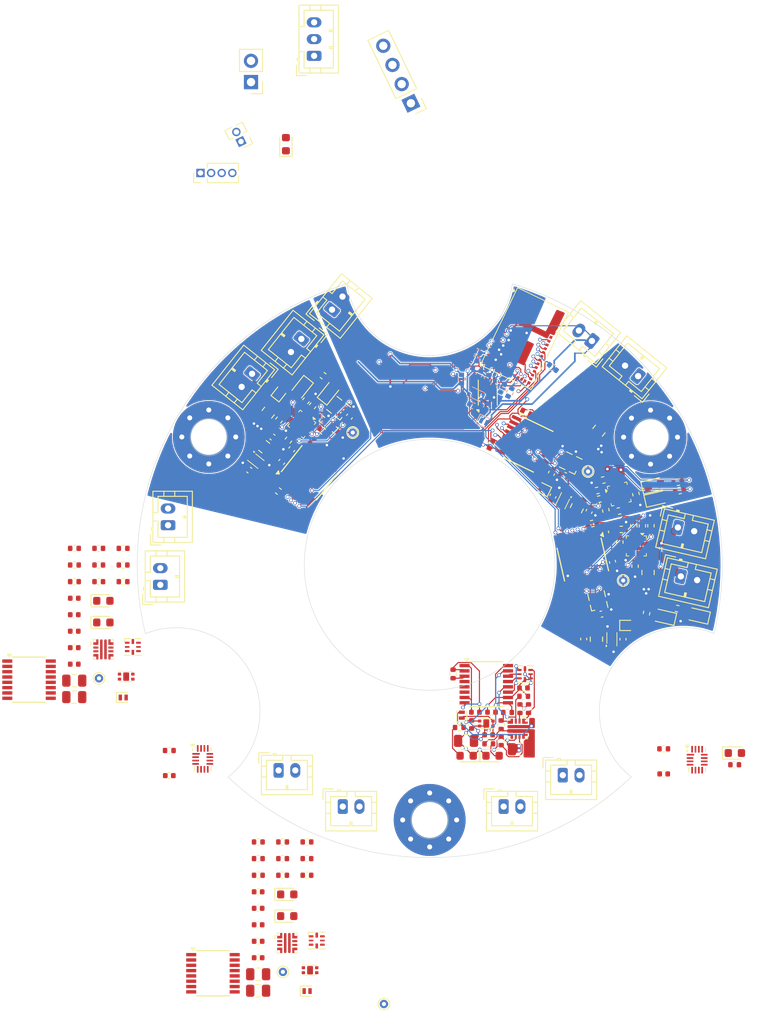
<source format=kicad_pcb>
(kicad_pcb (version 20241229) (generator "pcbnew") (generator_version "9.0")
  (layers (0 "F.Cu" signal) (4 "In1.Cu" signal) (6 "In2.Cu" signal) (2 "B.Cu" signal) (13 "F.Paste" user) (15 "B.Paste" user) (5 "F.SilkS" user "F.Silkscreen") (7 "B.SilkS" user "B.Silkscreen") (1 "F.Mask" user) (3 "B.Mask" user) (25 "Edge.Cuts" user))
  (net 0 "")
  (net 1 "MCU_V")
  (net 2 "MCU_GND")
  (net 3 "Net-(D101-K)")
  (net 4 "/Isolated Flip Flops + Switch 1/Reg_V")
  (net 5 "GND2")
  (net 6 "Net-(D201-K)")
  (net 7 "Net-(J203-Pin_1)")
  (net 8 "/Isolated Flip Flops + Switch 2/Reg_V")
  (net 9 "Net-(D301-K)")
  (net 10 "Net-(J303-Pin_1)")
  (net 11 "/Isolated Flip Flops + Switch 3/Reg_V")
  (net 12 "Net-(D401-K)")
  (net 13 "Net-(J403-Pin_1)")
  (net 14 "/Isolated Flip Flops + Switch 4/Reg_V")
  (net 15 "Net-(D501-K)")
  (net 16 "Net-(J503-Pin_1)")
  (net 17 "/Isolated Flip Flops + Switch 5/Reg_V")
  (net 18 "Net-(D601-K)")
  (net 19 "Net-(J603-Pin_1)")
  (net 20 "/Isolated Flip Flops + Switch 6/Reg_V")
  (net 21 "Net-(D701-K)")
  (net 22 "Net-(J703-Pin_1)")
  (net 23 "/CoinCell_V")
  (net 24 "Net-(D102-A)")
  (net 25 "Net-(D103-A)")
  (net 26 "/Isolated Flip Flops + Switch 1/SubBatt_V")
  (net 27 "Net-(D202-A)")
  (net 28 "Net-(D203-A)")
  (net 29 "/Isolated Flip Flops + Switch 2/SubBatt_V")
  (net 30 "Net-(D302-A)")
  (net 31 "Net-(D303-A)")
  (net 32 "/Isolated Flip Flops + Switch 3/SubBatt_V")
  (net 33 "Net-(D402-A)")
  (net 34 "Net-(D403-A)")
  (net 35 "/Isolated Flip Flops + Switch 4/SubBatt_V")
  (net 36 "Net-(D502-A)")
  (net 37 "Net-(D503-A)")
  (net 38 "/Isolated Flip Flops + Switch 5/SubBatt_V")
  (net 39 "Net-(D602-A)")
  (net 40 "Net-(D603-A)")
  (net 41 "/Isolated Flip Flops + Switch 6/SubBatt_V")
  (net 42 "Net-(D702-A)")
  (net 43 "Net-(D703-A)")
  (net 44 "/BOOT")
  (net 45 "/NRST")
  (net 46 "/SWCLK")
  (net 47 "/SWDIO")
  (net 48 "/UART_RX")
  (net 49 "/UART_TX")
  (net 50 "/I2C_SCL")
  (net 51 "/I2C_SDA")
  (net 52 "/SPI_MOSI")
  (net 53 "/SPI_MISO")
  (net 54 "/FLASH_CS")
  (net 55 "/SPI_SCK")
  (net 56 "/Isolated Flip Flops + Switch 1/Q")
  (net 57 "/Isolated Flip Flops + Switch 2/Q")
  (net 58 "/Isolated Flip Flops + Switch 3/Q")
  (net 59 "/Isolated Flip Flops + Switch 4/Q")
  (net 60 "/Isolated Flip Flops + Switch 5/Q")
  (net 61 "/Isolated Flip Flops + Switch 6/Q")
  (net 62 "/EXP_RESET")
  (net 63 "/Debug_LED")
  (net 64 "/GPIO_Clock")
  (net 65 "/Switch_1")
  (net 66 "/Isolated Flip Flops + Switch 1/PG")
  (net 67 "Net-(U204-ILM)")
  (net 68 "Net-(U204-OVLO{slash}OVCSEL)")
  (net 69 "Net-(U204-PGTH{slash}NFLT)")
  (net 70 "/Switch_2")
  (net 71 "/Isolated Flip Flops + Switch 2/PG")
  (net 72 "Net-(U304-ILM)")
  (net 73 "Net-(U304-OVLO{slash}OVCSEL)")
  (net 74 "Net-(U304-PGTH{slash}NFLT)")
  (net 75 "/Switch_3")
  (net 76 "/Isolated Flip Flops + Switch 3/PG")
  (net 77 "Net-(U404-ILM)")
  (net 78 "Net-(U404-OVLO{slash}OVCSEL)")
  (net 79 "Net-(U404-PGTH{slash}NFLT)")
  (net 80 "/Switch_4")
  (net 81 "/Isolated Flip Flops + Switch 4/PG")
  (net 82 "Net-(U504-ILM)")
  (net 83 "Net-(U504-OVLO{slash}OVCSEL)")
  (net 84 "Net-(U504-PGTH{slash}NFLT)")
  (net 85 "/Switch_5")
  (net 86 "/Isolated Flip Flops + Switch 5/PG")
  (net 87 "Net-(U604-ILM)")
  (net 88 "Net-(U604-OVLO{slash}OVCSEL)")
  (net 89 "Net-(U604-PGTH{slash}NFLT)")
  (net 90 "/Switch_6")
  (net 91 "/Isolated Flip Flops + Switch 6/PG")
  (net 92 "Net-(U704-ILM)")
  (net 93 "Net-(U704-OVLO{slash}OVCSEL)")
  (net 94 "Net-(U704-PGTH{slash}NFLT)")
  (net 95 "/FLASH_RESET")
  (net 97 "unconnected-(U102-PB0-Pad41)")
  (net 98 "/~{Q}_ISO_6")
  (net 99 "unconnected-(U102-PB1-Pad40)")
  (net 100 "/PG_ISO_1")
  (net 101 "Net-(U102-ANT_IN)")
  (net 102 "/PG_ISO_6")
  (net 103 "/~{Q}_ISO_1")
  (net 105 "/PG_ISO_2")
  (net 107 "/PG_ISO_3")
  (net 109 "/~{Q}_ISO_3")
  (net 110 "/~{Q}_ISO_2")
  (net 111 "/~{Q}_ISO_5")
  (net 112 "/PG_ISO_5")
  (net 113 "/PG_ISO_4")
  (net 115 "/~{Q}_ISO_4")
  (net 118 "Net-(U201-OUTA)")
  (net 119 "/Isolated Flip Flops + Switch 1/~{Q}")
  (net 120 "Net-(U201-OUTB)")
  (net 123 "/Isolated Flip Flops + Switch 2/~{Q}")
  (net 124 "Net-(U301-OUTA)")
  (net 125 "Net-(U301-OUTB)")
  (net 128 "Net-(U401-OUTA)")
  (net 129 "/Isolated Flip Flops + Switch 3/~{Q}")
  (net 130 "Net-(U401-OUTB)")
  (net 133 "Net-(U501-OUTB)")
  (net 134 "/Isolated Flip Flops + Switch 4/~{Q}")
  (net 135 "Net-(U501-OUTA)")
  (net 138 "Net-(U601-OUTB)")
  (net 139 "Net-(U601-OUTA)")
  (net 140 "/Isolated Flip Flops + Switch 5/~{Q}")
  (net 143 "/Isolated Flip Flops + Switch 6/~{Q}")
  (net 144 "Net-(U701-OUTB)")
  (net 145 "Net-(U701-OUTA)")
  (footprint "Package_VQFN:VQFN-HR-RPW0010A" (layer "F.Cu") (at 160.525 119.6 -90)
    (property "Reference" "U404" (hide yes))
    (property "Value" "TPS25947")
  )
  (footprint "TestPoint:TestPoint_THTPad_D1.0mm_Drill0.5mm" (layer "F.Cu") (at 173.15 101.875)
    (property "Reference" "J302" (hide yes))
    (property "Value" "Conn_01x01")
  )
  (footprint "Resistor_SMD:R_0402_1005Metric" (layer "F.Cu") (at 158.55 121.05 -90)
    (property "Reference" "R405" (hide yes))
    (property "Value" "680")
  )
  (footprint "Connector_JST:JST_PH_B2B-PH-K_1x02_P2.00mm_Vertical" (layer "F.Cu") (at 118.7 95.275 90)
    (property "Reference" "J601" (hide yes))
    (property "Value" "Conn_01x02")
  )
  (footprint "Capacitor_SMD:C_0402_1005Metric" (layer "F.Cu") (at 168.43 108.875 90)
    (property "Reference" "C305" (hide yes))
    (property "Value" "1uF")
  )
  (footprint "Package_DFN_QFN:UQFN-16_1.8x2.6mm_P0.4mm" (layer "F.Cu") (at 182 123.3)
    (property "Reference" "U104" (hide yes))
    (property "Value" "TCAL9538")
  )
  (footprint "Diode_SMD:D_SOD-882" (layer "F.Cu") (at 163.6 90.95 154.3)
    (property "Reference" "D201" (hide yes))
    (property "Value" "SDM05U40CSP-7")
  )
  (footprint "Resistor_SMD:R_0402_1005Metric" (layer "F.Cu") (at 107.5 102.02)
    (property "Reference" "R603" (hide yes))
    (property "Value" "1k")
  )
  (footprint "Capacitor_SMD:C_0805_2012Metric" (layer "F.Cu") (at 169.95 108.9 90)
    (property "Reference" "C306" (hide yes))
    (property "Value" "100uF")
  )
  (footprint "Capacitor_SMD:C_0805_2012Metric" (layer "F.Cu") (at 160.8 122.05 180)
    (property "Reference" "C407" (hide yes))
    (property "Value" "22uF")
  )
  (footprint "Package_SO:SSOP-16_3.9x4.9mm_P0.635mm" (layer "F.Cu") (at 102.07 113.735)
    (property "Reference" "U601" (hide yes))
    (property "Value" "ISO7742")
  )
  (footprint "Resistor_SMD:R_0402_1005Metric" (layer "F.Cu") (at 170.775 89.875 12.9)
    (property "Reference" "R202" (hide yes))
    (property "Value" "10k")
  )
  (footprint "Capacitor_SMD:C_0805_2012Metric" (layer "F.Cu") (at 129.48 150.91)
    (property "Reference" "C507" (hide yes))
    (property "Value" "22uF")
  )
  (footprint "LED_SMD:LED_0603_1608Metric" (layer "F.Cu") (at 110.96 104.31)
    (property "Reference" "D602" (hide yes))
    (property "Value" "LED")
  )
  (footprint "TestPoint:TestPoint_THTPad_D1.0mm_Drill0.5mm" (layer "F.Cu") (at 168.95 88.85)
    (property "Reference" "J202" (hide yes))
    (property "Value" "Conn_01x01")
  )
  (footprint "Capacitor_SMD:C_0402_1005Metric" (layer "F.Cu") (at 107.48 105.97)
    (property "Reference" "C602" (hide yes))
    (property "Value" "100nF")
  )
  (footprint "Resistor_SMD:R_0402_1005Metric" (layer "F.Cu") (at 131.975 82.7 -128.5)
    (property "Reference" "R709" (hide yes))
    (property "Value" "1k")
  )
  (footprint "LED_SMD:LED_0603_1608Metric" (layer "F.Cu") (at 138.05 79.3 51.5)
    (property "Reference" "D702" (hide yes))
    (property "Value" "LED")
  )
  (footprint "TestPoint:TestPoint_THTPad_D1.0mm_Drill0.5mm" (layer "F.Cu") (at 132.44 148.66)
    (property "Reference" "J502" (hide yes))
    (property "Value" "Conn_01x01")
  )
  (footprint "Resistor_SMD:R_0402_1005Metric" (layer "F.Cu") (at 172.925 95.775)
    (property "Reference" "R308" (hide yes))
    (property "Value" "500k")
  )
  (footprint "Package_SO:SSOP-16_3.9x4.9mm_P0.635mm" (layer "F.Cu") (at 124.07 148.825)
    (property "Reference" "U501" (hide yes))
    (property "Value" "ISO7742")
  )
  (footprint "Package_SO:SSOP-16_3.9x4.9mm_P0.635mm" (layer "F.Cu") (at 156.775 114.275)
    (property "Reference" "U401" (hide yes))
    (property "Value" "ISO7742")
  )
  (footprint "LED_SMD:LED_0603_1608Metric" (layer "F.Cu") (at 177.942628 106.200796 167.101)
    (property "Reference" "D303" (hide yes))
    (property "Value" "LED")
  )
  (footprint "Diode_SMD:D_SOD-882" (layer "F.Cu") (at 135.335 150.955)
    (property "Reference" "D501" (hide yes))
    (property "Value" "SDM05U40CSP-7")
  )
  (footprint "MountingHole:MountingHole_4.3mm_M4_Pad_Via" (layer "F.Cu") (at 176.425 84.75)
    (property "Reference" "REF**" (hide yes))
    (property "Value" "MountingHole_4.3mm_M4_Pad_Via")
  )
  (footprint "LED_SMD:LED_0603_1608Metric" (layer "F.Cu") (at 157.525 122.825)
    (property "Reference" "D403" (hide yes))
    (property "Value" "LED")
  )
  (footprint "Resistor_SMD:R_0402_1005Metric" (layer "F.Cu") (at 132.41 135.12)
    (property "Reference" "R505" (hide yes))
    (property "Value" "680")
  )
  (footprint "TestPoint:TestPoint_THTPad_D1.0mm_Drill0.5mm" (layer "F.Cu") (at 144.525 152.5)
    (property "Reference" "J402" (hide yes))
    (property "Value" "Conn_01x01")
  )
  (footprint "Package_SO:SSOP-16_3.9x4.9mm_P0.635mm" (layer "F.Cu") (at 135.6 89 51.5)
    (property "Reference" "U701" (hide yes))
    (property "Value" "ISO7742")
  )
  (footprint "Resistor_SMD:R_0402_1005Metric" (layer "F.Cu") (at 110.41 100.03)
    (property "Reference" "R605" (hide yes))
    (property "Value" "680")
  )
  (footprint "Connector_JST:JST_PH_B3B-PH-K_1x03_P2.00mm_Vertical" (layer "F.Cu") (at 136.175 39.175 90)
    (property "Reference" "J102" (hide yes))
    (property "Value" "Conn_01x03")
  )
  (footprint "Resistor_SMD:R_0402_1005Metric" (layer "F.Cu") (at 157.075 121.4)
    (property "Reference" "R409" (hide yes))
    (property "Value" "1k")
  )
  (footprint "Regulator_Torex:Torex_USP-4" (layer "F.Cu") (at 171.8 108.9 90)
    (property "Reference" "U303" (hide yes))
    (property "Value" "XC6223")
  )
  (footprint "Capacitor_SMD:C_0805_2012Metric" (layer "F.Cu") (at 154.35 121.05 180)
    (property "Reference" "C406" (hide yes))
    (property "Value" "100uF")
  )
  (footprint "Diode_SMD:D_SOD-882" (layer "F.Cu") (at 113.335 115.865)
    (property "Reference" "D601" (hide yes))
    (property "Value" "SDM05U40CSP-7")
  )
  (footprint "Connector_JST:JST_PH_B2B-PH-K_1x02_P2.00mm_Vertical" (layer "F.Cu") (at 180.048021 101.390613 -12.9)
    (property "Reference" "J303" (hide yes))
    (property "Value" "Conn_01x02")
  )
  (footprint "Resistor_SMD:R_0402_1005Metric" (layer "F.Cu") (at 178 122)
    (property "Reference" "R103" (hide yes))
    (property "Value" "10k")
  )
  (footprint "LED_SMD:LED_0603_1608Metric" (layer "F.Cu") (at 132.8 49.737501 90)
    (property "Reference" "D102" (hide yes))
    (property "Value" "LED")
  )
  (footprint "Resistor_SMD:R_0402_1005Metric" (layer "F.Cu") (at 107.5 98.04)
    (property "Reference" "R601" (hide yes))
    (property "Value" "10k")
  )
  (footprint "Connector_JST:JST_PH_B2B-PH-K_1x02_P2.00mm_Vertical" (layer "F.Cu") (at 128.75 77.175 -128.5)
    (property "Reference" "J703" (hide yes))
    (property "Value" "Conn_01x02")
  )
  (footprint "MCU_STM32:LGA77_6P5X10_STM" (layer "F.Cu") (at 161.338607 72.967732 -25.7)
    (property "Reference" "U102" (hide yes))
    (property "Value" "STM32WB1MMC")
  )
  (footprint "Capacitor_SMD:C_0402_1005Metric" (layer "F.Cu") (at 169.075 93.625 -115.699)
    (property "Reference" "C205" (hide yes))
    (property "Value" "1uF")
  )
  (footprint "Regulator_Torex:Torex_USP-4" (layer "F.Cu") (at 113.69 113.37)
    (property "Reference" "U603" (hide yes))
    (property "Value" "XC6223")
  )
  (footprint "Connector_JST:JST_PH_B2B-PH-K_1x02_P2.00mm_Vertical" (layer "F.Cu") (at 117.775 102.4 90)
    (property "Reference" "J603" (hide yes))
    (property "Value" "Conn_01x02")
  )
  (footprint "Diode_SMD:D_SOD-882" (layer "F.Cu") (at 153.85 117.975 90)
    (property "Reference" "D401" (hide yes))
    (property "Value" "SDM05U40CSP-7")
  )
  (footprint "Capacitor_SMD:C_0805_2012Metric" (layer "F.Cu") (at 176.125 100.925 -90)
    (property "Reference" "C307" (hide yes))
    (property "Value" "22uF")
  )
  (footprint "Package_UFQN:UQFN-RSE0008A" (layer "F.Cu") (at 114.489 109.82)
    (property "Reference" "U602" (hide yes))
    (property "Value" "SN74AUP1G74RSER")
  )
  (footprint "Resistor_SMD:R_0402_1005Metric" (layer "F.Cu") (at 135.2 80.4 51.5)
    (property "Reference" "R708" (hide yes))
    (property "Value" "500k")
  )
  (footprint "Capacitor_SMD:C_0402_1005Metric" (layer "F.Cu") (at 157.4 117.625)
    (property "Reference" "C403" (hide yes))
    (property "Value" "100nF")
  )
  (footprint "Resistor_SMD:R_0402_1005Metric" (layer "F.Cu") (at 176.475 95.335 -90)
    (property "Reference" "R302" (hide yes))
    (property "Value" "10k")
  )
  (footprint "Capacitor_SMD:C_0402_1005Metric" (layer "F.Cu") (at 157.055 120.325 180)
    (property "Reference" "C404" (hide yes))
    (property "Value" "1uF")
  )
  (footprint "Capacitor_SMD:C_0402_1005Metric" (layer "F.Cu") (at 157.35 85.625 -115.699)
    (property "Reference" "C202" (hide yes))
    (property "Value" "100nF")
  )
  (footprint "Connector_PinHeader_1.27mm:PinHeader_1x04_P1.27mm_Vertical" (layer "F.Cu") (at 122.58 53.175001 90)
    (property "Reference" "J106" (hide yes))
    (property "Value" "Conn_01x04")
  )
  (footprint "Resistor_SMD:R_0402_1005Metric" (layer "F.Cu") (at 136 81 -128.5)
    (property "Reference" "R707" (hide yes))
    (property "Value" "300k")
  )
  (footprint "Resistor_SMD:R_0402_1005Metric" (layer "F.Cu") (at 171.075 93.5 102.9)
    (property "Reference" "R208" (hide yes))
    (property "Value" "500k")
  )
  (footprint "Resistor_SMD:R_0402_1005Metric" (layer "F.Cu") (at 113.32 102.02)
    (property "Reference" "R609" (hide yes))
    (property "Value" "1k")
  )
  (footprint "Regulator_Torex:Torex_USP-4" (layer "F.Cu") (at 165.975 92.35 -115.699)
    (property "Reference" "U203" (hide yes))
    (property "Value" "XC6223")
  )
  (footprint "Package_UFQN:UQFN-RSE0008A" (layer "F.Cu") (at 166.875 87.85 154.301)
    (property "Reference" "U202" (hide yes))
    (property "Value" "SN74AUP1G74RSER")
  )
  (footprint "LED_SMD:LED_0603_1608Metric" (layer "F.Cu") (at 177.2375 92.075 12.9)
    (property "Reference" "D203" (hide yes))
    (property "Value" "LED")
  )
  (footprint "Resistor_SMD:R_0402_1005Metric" (layer "F.Cu") (at 129.5 137.11)
    (property "Reference" "R503" (hide yes))
    (property "Value" "1k")
  )
  (footprint "Capacitor_SMD:C_0402_1005Metric" (layer "F.Cu") (at 128.412841 88.688229 141.5)
    (property "Reference" "C704" (hide yes))
    (property "Value" "1uF")
  )
  (footprint "Capacitor_SMD:C_0402_1005Metric" (layer "F.Cu") (at 131.187159 84.736771 -38.5)
    (property "Reference" "C705" (hide yes))
    (property "Value" "1uF")
  )
  (footprint "Capacitor_SMD:C_0402_1005Metric" (layer "F.Cu") (at 107.48 111.88)
    (property "Reference" "C605" (hide yes))
    (property "Value" "1uF")
  )
  (footprint "LED_SMD:LED_0603_1608Metric" (layer "F.Cu") (at 110.96 106.9)
    (property "Reference" "D603" (hide yes))
    (property "Value" "LED")
  )
  (footprint "LED_SMD:LED_0603_1608Metric" (layer "F.Cu") (at 134.59023 78.983696 -128.5)
    (property "Reference" "D703" (hide yes))
    (property "Value" "LED")
  )
  (footprint "Package_UFQN:UQFN-RSE0008A" (layer "F.Cu") (at 139.1 81.3 141.5)
    (property "Reference" "U702" (hide yes))
    (property "Value" "SN74AUP1G74RSER")
  )
  (footprint "MountingHole:MountingHole_4.3mm_M4_Pad_Via" (layer "F.Cu") (at 123.575 84.725)
    (property "Reference" "REF**" (hide yes))
    (property "Value" "MountingHole_4.3mm_M4_Pad_Via")
  )
  (footprint "Resistor_SMD:R_0402_1005Metric" (layer "F.Cu") (at 161.825 117.2 -90)
    (property "Reference" "R402" (hide yes))
    (property "Value" "10k")
  )
  (footprint "LED_SMD:LED_0603_1608Metric" (layer "F.Cu") (at 176.875 90.5 12.9)
    (property "Reference" "D202" (hide yes))
    (property "Value" "LED")
  )
  (footprint "Regulator_Torex:Torex_USP-4" (layer "F.Cu") (at 135.69 148.46)
    (property "Reference" "U503" (hide yes))
    (property "Value" "XC6223")
  )
  (footprint "Connector_JST:JST_PH_B2B-PH-K_1x02_P2.00mm_Vertical" (layer "F.Cu") (at 158.85 128.9)
    (property "Reference" "J401" (hide yes))
    (property "Value" "Conn_01x02")
  )
  (footprint "Resistor_SMD:R_0402_1005Metric" (layer "F.Cu") (at 175.45 95.35 90)
    (property "Reference" "R306" (hide yes))
    (property "Value" "390k")
  )
  (footprint "Capacitor_SMD:C_0805_2012Metric" (layer "F.Cu") (at 129.48 148.94)
    (property "Reference" "C506" (hide yes))
    (property "Value" "100uF")
  )
  (footprint "Capacitor_SMD:C_0402_1005Metric" (layer "F.Cu") (at 171.05 96.15 -77.1)
    (property "Reference" "C302" (hide yes))
    (property "Value" "100nF")
  )
  (footprint "Capacitor_SMD:C_0805_2012Metric" (layer "F.Cu") (at 107.48 113.85)
    (property "Reference" "C606" (hide yes))
    (property "Value" "100uF")
  )
  (footprint "Capacitor_SMD:C_0805_2012Metric" (layer "F.Cu") (at 170.25 83.975 -128.699)
    (property "Reference" "C207" (hide yes))
    (property "Value" "22uF")
  )
  (footprint "Capacitor_SMD:C_0402_1005Metric" (layer "F.Cu") (at 132.3 87.7 51.5)
    (property "Reference" "C702" (hide yes))
    (property "Value" "100nF")
  )
  (footprint "TestPoint:TestPoint_THTPad_D1.0mm_Drill0.5mm" (layer "F.Cu") (at 110.44 113.57)
    (property "Reference" "J602" (hide yes))
    (property "Value" "Conn_01x01")
  )
  (footprint "Connector_PinHeader_2.54mm:PinHeader_1x02_P2.54mm_Vertical" (layer "F.Cu") (at 128.625 42.315 180)
    (property "Reference" "J104" (hide yes))
    (property "Value" "Conn_01x02")
  )
  (footprint "LED_SMD:LED_0603_1608Metric" (layer "F.Cu") (at 181.975 106.05 167.101)
    (property "Reference" "D302" (hide yes))
    (property "Value" "LED")
  )
  (footprint "LED_SMD:LED_0603_1608Metric" (layer "F.Cu") (at 154.425 122.825 180)
    (property "Reference" "D402" (hide yes))
    (property "Value" "LED")
  )
  (footprint "Connector_JST:JST_PH_B2B-PH-K_1x02_P2.00mm_Vertical" (layer "F.Cu") (at 138.320528 69.511566 51.301)
    (property "Reference" "J101" (hide yes))
    (property "Value" "Conn_01x02")
  )
  (footprint "Diode_SMD:D_SOD-882" (layer "F.Cu") (at 173.55 107.25)
    (property "Reference" "D301" (hide yes))
    (property "Value" "SDM05U40CSP-7")
  )
  (footprint "Connector_JST:JST_PH_B2B-PH-K_1x02_P2.00mm_Vertical" (layer "F.Cu") (at 179.698013 95.540647 -12.899)
    (property "Reference" "J301" (hide yes))
    (property "Value" "Conn_01x02")
  )
  (footprint "TestPoint:TestPoint_THTPad_D1.0mm_Drill0.5mm" (layer "F.Cu") (at 140.8 84.2)
    (property "Reference" "J702" (hide yes))
    (property "Value" "Conn_01x01")
  )
  (footprint "Capacitor_SMD:C_0805_2012Metric" (layer "F.Cu") (at 130.675 81.825 -128.5)
    (property "Reference" "C707" (hide yes))
    (property "Value" "22uF")
  )
  (footprint "Capacitor_SMD:C_0402_1005Metric" (layer "F.Cu") (at 129.48 146.97)
    (property "Reference" "C505" (hide yes))
    (property "Value" "1uF")
  )
  (footprint "Package_VQFN:VQFN-HR-RPW0010A" (layer "F.Cu") (at 172.675 91.55 12.9)
    (property "Reference" "U204" (hide yes))
    (property "Value" "TPS25947")
  )
  (footprint "Resistor_SMD:R_0402_1005Metric" (layer "F.Cu") (at 175.95 105.775 -102.899)
    (property "Reference" "R309" (hide yes))
    (property "Value" "1k")
  )
  (footprint "Resistor_SMD:R_0402_1005Metric" (layer "F.Cu") (at 107.5 100.03)
    (property "Reference" "R602" (hide yes))
    (property "Value" "10k")
  )
  (footprint "LED_SMD:LED_0603_1608Metric" (layer "F.Cu") (at 132.96 141.99)
    (property "Reference" "D503" (hide yes))
    (property "Value" "LED")
  )
  (footprint "Resistor_SMD:R_0402_1005Metric" (layer "F.Cu") (at 172.65 93.575 -167.1)
    (property "Reference" "R207" (hide yes))
    (property "Value" "300k")
  )
  (footprint "Resistor_SMD:R_0402_1005Metric" (layer "F.Cu") (at 138.7 83.9 141.5)
    (property "Reference" "R702" (hide yes))
    (property "Value" "10k")
  )
  (footprint "Capacitor_SMD:C_0402_1005Metric" (layer "F.Cu") (at 178 125)
    (property "Reference" "C108" (hide yes))
    (property "Value" "100nF")
  )
  (footprint "Package_VQFN:VQFN-HR-RPW0010A" (layer "F.Cu") (at 174.725 97.75 -90)
    (property "Reference" "U304" (hide yes))
    (property "Value" "TPS25947")
  )
  (footprint "Capacitor_SMD:C_0402_1005Metric" (layer "F.Cu") (at 129.48 143.03)
    (property "Reference" "C503" (hide yes))
    (property "Value" "100nF")
  )
  (footprint "Capacitor_SMD:C_0402_1005Metric" (layer "F.Cu") (at 170.55 105.9 12.9)
    (property "Reference" "C303" (hide yes))
    (property "Value" "100nF")
  )
  (footprint "Resistor_SMD:R_0402_1005Metric" (layer "F.Cu") (at 133.1 85.1 51.5)
    (property "Reference" "R705" (hide yes))
    (property "Value" "680")
  )
  (footprint "Package_UFQN:UQFN-RSE0008A" (layer "F.Cu") (at 161.4 113.075 180)
    (property "Reference" "U402" (hide yes))
    (property "Value" "SN74AUP1G74RSER")
  )
  (footprint "Capacitor_SMD:C_0402_1005Metric" (layer "F.Cu") (at 161.225 114.725)
    (property "Reference" "C401" (hide yes))
    (property "Value" "100nF")
  )
  (footprint "Resistor_SMD:R_0402_1005Metric" (layer "F.Cu") (at 135.32 137.11)
    (property "Reference" "R509" (hide yes))
    (property "Value" "1k")
  )
  (footprint "MountingHole:MountingHole_4.3mm_M4_Pad_Via" (layer "F.Cu") (at 150 130.5)
    (property "Reference" "REF**" (hide yes))
    (property "Value" "MountingHole_4.3mm_M4_Pad_Via")
  )
  (footprint "Resistor_SMD:R_0402_1005Metric" (layer "F.Cu") (at 186.49 123.9)
    (property "Reference" "R105" (hide yes))
    (property "Value" "470")
  )
  (footprint "Package_VQFN:VQFN-HR-RPW0010A" (layer "F.Cu") (at 110.965 110.12)
    (property "Reference" "U604" (hide yes))
    (property "Value" "TPS25947")
  )
  (footprint "Regulator_Torex:Torex_USP-4" (layer "F.Cu") (at 156.775 118.975)
    (property "Reference" "U403" (hide yes))
    (property "Value" "XC6223")
  )
  (footprint "Resistor_SMD:R_0402_1005Metric" (layer "F.Cu") (at 158.55 119.125 90)
    (property "Reference" "R407" (hide yes))
    (property "Value" "300k")
  )
  (footprint "Capacitor_SMD:C_0402_1005Metric" (layer "F.Cu") (at 164.75 91.8 64.301)
    (property "Reference" "C204" (hide yes))
    (property "Value" "1uF")
  )
  (footprint "Package_VQFN:VQFN-HR-RPW0010A" (layer "F.Cu") (at 134.7 83.2 -128.5)
    (property "Reference" "U704" (hide yes))
    (property "Value" "TPS25947")
  )
  (footprint "Resistor_SMD:R_0402_1005Metric" (layer "F.Cu") (at 137.2 84 -38.5)
    (property "Reference" "R704" (hide yes))
    (property "Value" "10k")
  )
  (footprint "LED_SMD:LED_0603_1608Metric" (layer "F.Cu") (at 186.5125 122.5)
    (property "Reference" "D103" (hide yes))
    (property "Value" "BLUE_LED")
  )
  (footprint "Capacitor_SMD:C_0402_1005Metric" (layer "F.Cu") (at 107.48 107.94)
    (property "Reference" "C603" (hide yes))
    (property "Value" "100nF")
  )
  (footprint "Resistor_SMD:R_0402_1005Metric" (layer "F.Cu") (at 137.1 82.6 -38.5)
    (property "Reference" "R706" (hide yes))
    (property "Value" "390k")
  )
  (footprint "Connector_PinHeader_2.54mm:PinHeader_1x04_P2.54mm_Vertical" (layer "F.Cu") (at 147.754482 44.841208 -154.3)
    (property "Reference" "J103" (hide yes))
    (property "Value" "Conn_01x04")
  )
  (footprint "Connector_JST:JST_PH_B2B-PH-K_1x02_P2.00mm_Vertical" (layer "F.Cu") (at 131.925 124.575)
    (property "Reference" "J501" (hide yes))
    (property "Value" "Conn_01x02")
  )
  (footprint "Resistor_SMD:R_0402_1005Metric" (layer "F.Cu") (at 174.675 91.55 102.9)
    (property "Reference" "R205" (hide yes))
    (property "Value" "680")
  )
  (footprint "Capacitor_SMD:C_0402_1005Metric" (layer "F.Cu") (at 129.48 139.09)
    (property "Reference" "C501" (hide yes))
    (property "Value" "100nF")
  )
  (footprint "Resistor_SMD:R_0402_1005Metric" (layer "F.Cu") (at 113.32 98.04)
    (property "Reference" "R607" (hide yes))
    (property "Value" "300k")
  )
  (footprint "Resistor_SMD:R_0402_1005Metric" (layer "F.Cu") (at 153.55 119.45 180)
    (property "Reference" "R403" (hide yes))
    (property "Value" "1k")
  )
  (footprint "Connector_PinHeader_1.27mm:PinHeader_1x02_P1.27mm_Vertical" (layer "F.Cu") (at 127.425747 49.419369 -154.3)
    (property "Reference" "J105" (hide yes))
    (property "Value" "Conn_01x02")
  )
  (footprint "Resistor_SMD:R_0402_1005Metric" (layer "F.Cu") (at 172.75 97.285 90)
    (property "Reference" "R307" (hide yes))
    (property "Value" "300k")
  )
  (footprint "Capacitor_SMD:C_0402_1005Metric" (layer "F.Cu") (at 171.875 99.65 -77.1)
    (property "Reference" "C301" (hide yes))
    (property "Value" "100nF")
  )
  (footprint "Capacitor_SMD:C_0402_1005Metric" (layer "F.Cu") (at 107.48 109.91)
    (property "Reference" "C604" (hide yes))
    (property "Value" "1uF")
  )
  (footprint "Resistor_SMD:R_0402_1005Metric" (layer "F.Cu") (at 137.25 77.4 -38.5)
    (property "Reference" "R703" (hide yes))
    (property "Value" "1k")
  )
  (footprint "Capacitor_SMD:C_0402_1005Metric" (layer "F.Cu") (at 166.125 89.325 154.301)
    (property "Reference" "C203" (hide yes))
    (property "Value" "100nF")
  )
  (footprint "Diode_SMD:D_SOD-882" (layer "F.Cu") (at 132 79.525 51.5)
    (property "Reference" "D701" (hide yes))
    (property "Value" "SDM05U40CSP-7")
  )
  (footprint "Resistor_SMD:R_0402_1005Metric" (layer "F.Cu") (at 110.41 98.04)
    (property "Reference" "R604" (hide yes))
    (property "Value" "10k")
  )
  (footprint "Resistor_SMD:R_0402_1005Metric" (layer "F.Cu") (at 110.41 102.02)
    (property "Reference" "R606" (hide yes))
    (property "Value" "390k")
  )
  (footprint "Resistor_SMD:R_0402_1005Metric" (layer "F.Cu") (at 179.672128 90.136142 -167.1)
    (property "Reference" "R203" (hide yes))
    (property "Value" "1k")
  )
  (footprint "Connector_JST:JST_PH_B2B-PH-K_1x02_P2.00mm_Vertical" (layer "F.Cu") (at 165.925 125.15)
    (property "Reference" "J403" (hide yes))
    (property "Value" "Conn_01x02")
  )
  (footprint "Resistor_SMD:R_0402_1005Metric" (layer "F.Cu") (at 169.45 95.075 12.9)
    (property "Reference" "R301" (hide yes))
    (property "Value" "10k")
  )
  (footprint "Package_VQFN:VQFN-HR-RPW0010A" (layer "F.Cu") (at 132.965 145.21)
    (property "Reference" "U504" (hide yes))
    (property "Value" "TPS25947")
  )
  (footprint "Capacitor_SMD:C_0805_2012Metric" (layer "F.Cu") (at 107.48 115.82)
    (property "Reference" "C607" (hide yes))
    (property "Value" "22uF")
  )
  (footprint "Package_SO:SSOP-16_3.9x4.9mm_P0.635mm" (layer "F.Cu") (at 168.325 99.375 -77.1)
    (property "Reference" "U301" (hide yes))
    (property "Value" "ISO7742")
  )
  (footprint "Connector_JST:JST_PH_B2B-PH-K_1x02_P2.00mm_Vertical" (layer "F.Cu") (at 169.411564 73.254474 141.301)
    (property "Reference" "J201" (hide yes))
    (property "Value" "Conn_01x02")
  )
  (footprint "Connector_JST:JST_PH_B2B-PH-K_1x02_P2.00mm_Vertical" (layer "F.Cu") (at 134.652949 73.009775 -128.5)
    (property "Reference" "J701" (hide yes))
    (property "Value" "Conn_01x02")
  )
  (footprint "Resistor_SMD:R_0402_1005Metric" (layer "F.Cu") (at 170.05 91.125 -167.1)
    (property "Reference" "R206" (hide yes))
    (property "Value" "390k")
  )
  (footprint "Resistor_SMD:R_0402_1005Metric" (layer "F.Cu") (at 113.32 100.03)
    (property "Reference" "R608" (hide yes))
    (property "Value" "500k")
  )
  (footprint "Capacitor_SMD:C_0402_1005Metric" (layer "F.Cu") (at 140.4 82.3 51.5)
    (property "Reference" "C701" (hide yes))
    (property "Value" "100nF")
  )
  (footprint "Resistor_SMD:R_0402_1005Metric" (layer "F.Cu") (at 174.425 95.35 -90)
    (property "Reference" "R304" (hide yes))
    (property "Value" "10k")
  )
  (footprint "Package_SO:SSOP-16_3.9x4.9mm_P0.635mm" (layer "F.Cu") (at 161.775 85.625 -25.7)
    (property "Reference" "U201" (hide yes))
    (property "Value" "ISO7742")
  )
  (footprint "Capacitor_SMD:C_0402_1005Metric" (layer "F.Cu") (at 129.48 141.06)
    (property "Reference" "C502" (hide yes))
    (property "Value" "100nF")
  )
  (footprint "Resistor_SMD:R_0402_1005Metric" (layer "F.Cu") (at 159.315 117.65)
    (property "Reference" "R408" (hide yes))
    (property "Value" "500k")
  )
  (footprint "Package_DFN_QFN:UQFN-16_1.8x2.6mm_P0.4mm" (layer "F.Cu") (at 122.85 123.2)
    (property "Reference" "U105" (hide yes))
    (property "Value" "TCAL9538")
  )
  (footprint "Resistor_SMD:R_0402_1005Metric" (layer "F.Cu") (at 129.5 133.13)
    (property "Reference" "R501" (hide yes))
    (property "Value" "10k")
  )
  (footprint "Resistor_SMD:R_0402_1005Metric" (layer "F.Cu") (at 118.85 122.2)
    (property "Reference" "R102" (hide yes))
    (property "Value" "10k")
  )
  (footprint "Resistor_SMD:R_0402_1005Metric" (layer "F.Cu") (at 174.575 100.175 90)
    (property "Reference" "R305" (hide yes))
    (property "Value" "680")
  )
  (footprint "Resistor_SMD:R_0402_1005Metric" (layer "F.Cu") (at 135.32 133.13)
    (property "Reference" "R507" (hide yes))
    (property "Value" "300k")
  )
  (footprint "Resistor_SMD:R_0402_1005Metric" (layer "F.Cu") (at 132.41 133.13)
    (property "Reference" "R504" (hide yes))
    (property "Value" "10k")
  )
  (footprint "Resistor_SMD:R_0402_1005Metric" (layer "F.Cu") (at 129.5 135.12)
    (property "Reference" "R502" (hide yes))
    (property "Value" "10k")
  )
  (footprint "Package_UFQN:UQFN-RSE0008A" (layer "F.Cu") (at 170.125 104.325 102.9)
    (property "Reference" "U302" (hide yes))
    (property "Value" "SN74AUP1G74RSER")
  )
  (footprint "Resistor_SMD:R_0402_1005Metric" (layer "F.Cu") (at 135.32 135.12)
    (property "Reference" "R508" (hide yes))
    (property "Value" "500k")
  )
  (footprint "Resistor_SMD:R_0402_1005Metric" (layer "F.Cu") (at 131.9 91.2 141.5)
    (property "Reference" "R701" (hide yes))
    (property "Value" "10k")
  )
  (footprint "Resistor_SMD:R_0402_1005Metric" (layer "F.Cu") (at 132.41 137.11)
    (property "Reference" "R506" (hide yes))
    (property "Value" "390k")
  )
  (footprint "LED_SMD:LED_0603_1608Metric" (layer "F.Cu") (at 132.96 139.4)
    (property "Reference" "D502" (hide yes))
    (property "Value" "LED")
  )
  (footprint "Capacitor_SMD:C_0402_1005Metric" (layer "F.Cu") (at 118.85 125.2)
    (property "Reference" "C109" (hide yes))
    (property "Value" "100nF")
  )
  (footprint "Resistor_SMD:R_0402_1005Metric" (layer "F.Cu") (at 161.25 115.725 180)
    (property "Reference" "R404" (hide yes))
    (property "Value" "10k")
  )
  (footprint "Resistor_SMD:R_0402_1005Metric" (layer "F.Cu") (at 179.60287 105.236151 -12.899)
    (property "Reference" "R303" (hide yes))
    (property "Value" "1k")
  )
  (footprint "Capacitor_SMD:C_0805_2012Metric" (layer "F.Cu") (at 167.6 93.25 -115.699)
    (property "Reference" "C206" (hide yes))
    (property "Value" "100uF")
  )
  (footprint "Connector_JST:JST_PH_B2B-PH-K_1x02_P2.00mm_Vertical" (layer "F.Cu") (at 174.936564 77.454473 141.301)
    (property "Reference" "J203" (hide yes))
    (property "Value" "Conn_01x02")
  )
  (footprint "Resistor_SMD:R_0402_1005Metric" (layer "F.Cu") (at 161.6 81.775 -25.699)
    (property "Reference" "R201" (hide yes))
    (property "Value" "10k")
  )
  (footprint "Regulator_Torex:Torex_USP-4" (layer "F.Cu") (at 129.2 87.525 -38.5)
    (property "Reference" "U703" (hide yes))
    (property "Value" "XC6223")
  )
  (footprint "Capacitor_SMD:C_0402_1005Metric" (layer "F.Cu") (at 155.025 119.08 -90)
    (property "Reference" "C405" (hide yes))
    (property "Value" "1uF")
  )
  (footprint "Resistor_SMD:R_0402_1005Metric" (layer "F.Cu") (at 179.897128 91.136142 -167.1)
    (property "Reference" "R209" (hide yes))
    (property "Value" "1k")
  )
  (footprint "Capacitor_SMD:C_0402_1005Metric" (layer "F.Cu") (at 155.475 117.625)
    (property "Reference" "C402" (hide yes))
    (property "Value" "100nF")
  )
  (footprint "Resistor_SMD:R_0402_1005Metric" (layer "F.Cu") (at 160.8 117.2 90)
    (property "Reference" "R406" (hide yes))
    (property "Value" "390k")
  )
  (footprint "Resistor_SMD:R_0402_1005Metric" (layer "F.Cu") (at 152.8 113.05 90)
    (property "Reference" "R401" (hide yes))
    (property "Value" "10k")
  )
  (footprint "Capacitor_SMD:C_0402_1005Metric" (layer "F.Cu") (at 133.5 86.2 -128.5)
    (property "Reference" "C703" (hide yes))
    (property "Value" "100nF")
  )
  (footprint "Package_UFQN:UQFN-RSE0008A" (layer "F.Cu") (at 136.489 144.91)
    (property "Reference" "U502" (hide yes))
    (property "Value" "SN74AUP1G74RSER")
  )
  (footprint "Capacitor_SMD:C_0402_1005Metric" (layer "F.Cu") (at 164.575 89.075 -115.699)
    (property "Reference" "C201" (hide yes))
    (property "Value" "100nF")
  )
  (footprint "Package_SON:Winbond_USON-8-1EP_3x2mm_P0.5mm_EP0.2x1.6mm" (layer "F.Cu") (at 156.95 79.425 90)
    (property "Reference" "U101" (hide yes))
    (property "Value" "W25Q16JLUX")
  )
  (footprint "Resistor_SMD:R_0402_1005Metric" (layer "F.Cu") (at 170.3 92.15 12.9)
    (property "Reference" "R204" (hide yes))
    (property "Value" "10k")
  )
  (footprint "Capacitor_SMD:C_0805_2012Metric" (layer "F.Cu") (at 130.2 85.9 -38.5)
    (property "Reference" "C706" (hide yes))
    (property "Value" "100uF")
  )
  (footprint "Capacitor_SMD:C_0402_1005Metric" (layer "F.Cu") (at 173.125 108.9 -90)
    (property "Reference" "C304" (hide yes))
    (property "Value" "1uF")
  )
  (footprint "Capacitor_SMD:C_0402_1005Metric" (layer "F.Cu") (at 129.48 145)
    (property "Reference" "C504" (hide yes))
    (property "Value" "1uF")
  )
  (footprint "Connector_JST:JST_PH_B2B-PH-K_1x02_P2.00mm_Vertical" (layer "F.Cu") (at 139.6 128.9)
    (property "Reference" "J503" (hide yes))
    (property "Value" "Conn_01x02")
  )
  (footprint "Capacitor_SMD:C_0402_1005Metric" (layer "F.Cu") (at 107.48 104)
    (property "Reference" "C601" (hide yes))
    (property "Value" "100nF")
  )
  (footprint "Resistor_SMD:R_0402_1005Metric" (layer "B.Cu") (at 153.8 77.8 -90)
    (property "Reference" "R104" (hide yes))
    (property "Value" "470" (hide yes))
  )
  (footprint "Capacitor_SMD:C_0402_1005Metric" (layer "B.Cu") (at 155.2 81 -25.699)
    (property "Reference" "C107" (hide yes))
    (property "Value" "4.7uF" (hide yes))
  )
  (footprint "Resistor_SMD:R_0402_1005Metric" (layer "B.Cu") (at 164.725 76.425 141.301)
    (property "Reference" "R108" (hide yes))
    (property "Value" "10k" (hide yes))
  )
  (footprint "Capacitor_SMD:C_0402_1005Metric" (layer "B.Cu") (at 154.7 76.3 154.301)
    (property "Reference" "C102" (hide yes))
    (property "Value" "4.7uF" (hide yes))
  )
  (footprint "Diode_SMD:D_SOD-882" (layer "B.Cu") (at 156.5 82.9 -25.699)
    (property "Reference" "D101" (hide yes))
    (property "Value" "SDM05U40CSP-7" (hide yes))
  )
  (footprint "Capacitor_SMD:C_0402_1005Metric" (layer "B.Cu") (at 155.2 75.4 154.301)
    (property "Reference" "C104" (hide yes))
    (property "Value" "100nF" (hide yes))
  )
  (footprint "Resistor_SMD:R_0402_1005Metric" (layer "B.Cu") (at 158.7 78.9 -115.699)
    (property "Reference" "R106" (hide yes))
    (property "Value" "4.7k" (hide yes))
  )
  (footprint "Resistor_SMD:R_0402_1005Metric" (layer "B.Cu") (at 157.7 78.5 64.301)
    (property "Reference" "R101" (hide yes))
    (property "Value" "10k" (hide yes))
  )
  (footprint "Capacitor_SMD:C_0402_1005Metric" (layer "B.Cu") (at 155.9 77.3 -115.699)
    (property "Reference" "C101" (hide yes))
    (property "Value" "100nF" (hide yes))
  )
  (footprint "Capacitor_SMD:C_0402_1005Metric" (layer "B.Cu") (at 156.8 81.2 -115.699)
    (property "Reference" "C106" (hide yes))
    (property "Value" "1uF" (hide yes))
  )
  (footprint "Regulator_Torex:Torex_USP-4" (layer "B.Cu") (at 155.549039 79.623411 -25.699)
    (property "Reference" "U103" (hide yes))
    (property "Value" "XC6223" (hide yes))
  )
  (footprint "Capacitor_SMD:C_0402_1005Metric" (layer "B.Cu") (at 156.9 77.8 -115.699)
    (property "Reference" "C105" (hide yes))
    (property "Value" "100nF" (hide yes))
  )
  (footprint "Capacitor_SMD:C_0402_1005Metric" (layer "B.Cu") (at 155.6 74.5 154.301)
    (property "Reference" "C103" (hide yes))
    (property "Value" "100nF" (hide yes))
  )
  (footprint "Resistor_SMD:R_0402_1005Metric" (layer "B.Cu") (at 159.6 79.4 -115.699)
    (property "Reference" "R107" (hide yes))
    (property "Value" "4.7k" (hide yes))
  )
  (gr_arc (start 115.992236 108.236601) (mid 119.689613 82.517149) (end 140.101212 66.438361) (stroke (width 0.05)) (layer "Edge.Cuts"))
  (gr_circle (center 123.58 84.74) (end 121.64 83.62) (stroke (width 0.05)) (fill no) (layer "Edge.Cuts"))
  (gr_circle (center 150 130.5) (end 150 132.75) (stroke (width 0.05)) (fill no) (layer "Edge.Cuts"))
  (gr_arc (start 159.9 66.43) (mid 150.004229 75.002744) (end 140.101212 66.438371) (stroke (width 0.05)) (layer "Edge.Cuts"))
  (gr_circle (center 150 100) (end 165 100) (stroke (width 0.05)) (fill no) (layer "Edge.Cuts"))
  (gr_arc (start 159.899228 66.432616) (mid 180.307787 82.50137) (end 184.019992 108.21) (stroke (width 0.05)) (layer "Edge.Cuts"))
  (gr_arc (start 174.119339 125.36112) (mid 150.006443 134.998984) (end 125.89 125.369999) (stroke (width 0.05)) (layer "Edge.Cuts"))
  (gr_arc (start 174.119218 125.360993) (mid 171.64526 112.499631) (end 184.02 108.21) (stroke (width 0.05)) (layer "Edge.Cuts"))
  (gr_circle (center 176.42 84.74) (end 178.36 83.62) (stroke (width 0.05)) (fill no) (layer "Edge.Cuts"))
  (gr_arc (start 115.988958 108.237394) (mid 128.35551 112.517926) (end 125.89 125.37) (stroke (width 0.05)) (layer "Edge.Cuts"))
  (segment (start 154.995 112.3785) (end 154.995 116.1885) (width 0.127) (layer "F.Cu") (net 1))
  (segment (start 161.05 84.6) (end 161.05 84.175837) (width 0.127) (layer "F.Cu") (net 1))
  (segment (start 159.29417 86.35583) (end 161.05 84.6) (width 0.127) (layer "F.Cu") (net 1))
  (segment (start 165.930986 96.9289) (end 165.930986 95.968177) (width 0.127) (layer "F.Cu") (net 1))
  (segment (start 154.175 112.0525) (end 154.669 112.0525) (width 0.127) (layer "F.Cu") (net 1))
  (segment (start 156.2 77.849163) (end 156.2 78) (width 0.127) (layer "F.Cu") (net 1))
  (segment (start 166.588663 95.3105) (end 168.083572 95.3105) (width 0.127) (layer "F.Cu") (net 1))
  (segment (start 170.573289 95.682115) (end 170.94284 95.682115) (width 0.127) (layer "F.Cu") (net 1))
  (segment (start 169.910956 96.344448) (end 170.573289 95.682115) (width 0.127) (layer "F.Cu") (net 1))
  (segment (start 135.421426 91.214524) (end 135.421426 91.825449) (width 0.127) (layer "F.Cu") (net 1))
  (segment (start 157.74894 76.431013) (end 157.479129 76.700824) (width 0.2) (layer "F.Cu") (net 1))
  (segment (start 165.718177 95.968177) (end 165.4 95.65) (width 0.127) (layer "F.Cu") (net 1))
  (segment (start 160.9855 84.111337) (end 160.9855 83.788663) (width 0.127) (layer "F.Cu") (net 1))
  (segment (start 168.083572 95.3105) (end 168.715901 94.678171) (width 0.127) (layer "F.Cu") (net 1))
  (segment (start 154.669 112.0525) (end 154.995 112.3785) (width 0.127) (layer "F.Cu") (net 1))
  (segment (start 132.6 89.293357) (end 132.242115 89.651242) (width 0.127) (layer "F.Cu") (net 1))
  (segment (start 135.421426 91.825449) (end 135.223852 92.023023) (width 0.127) (layer "F.Cu") (net 1))
  (segment (start 132.6 88.674459) (end 132.6 89.293357) (width 0.127) (layer "F.Cu") (net 1))
  (segment (start 157.029361 74.929361) (end 156.8 74.7) (width 0.2) (layer "F.Cu") (net 1))
  (segment (start 160.9855 83.788663) (end 161.05 83.724163) (width 0.127) (layer "F.Cu") (net 1))
  (segment (start 161.05 83.724163) (end 161.05 83.148836) (width 0.127) (layer "F.Cu") (net 1))
  (segment (start 135.223852 92.176148) (end 134.4 93) (width 0.127) (layer "F.Cu") (net 1))
  (segment (start 156.87039 75.852965) (end 156.547035 75.852965) (width 0.2) (layer "F.Cu") (net 1))
  (segment (start 159.171649 86.35583) (end 159.29417 86.35583) (width 0.127) (layer "F.Cu") (net 1))
  (segment (start 169.425983 95.243939) (end 169.910956 95.728912) (width 0.127) (layer "F.Cu") (net 1))
  (segment (start 154.669 115.8625) (end 154.995 116.1885) (width 0.127) (layer "F.Cu") (net 1))
  (segment (start 135.223852 92.023023) (end 135.223852 92.176148) (width 0.127) (layer "F.Cu") (net 1))
  (segment (start 166.197116 97.19503) (end 165.930986 96.9289) (width 0.127) (layer "F.Cu") (net 1))
  (segment (start 161.05 84.175837) (end 160.9855 84.111337) (width 0.127) (layer "F.Cu") (net 1))
  (segment (start 169.910956 95.728912) (end 169.910956 96.344448) (width 0.127) (layer "F.Cu") (net 1))
  (segment (start 165.4 95.65) (end 165.375 95.625) (width 0.127) (layer "F.Cu") (net 1))
  (segment (start 132.881361 88.674459) (end 135.421426 91.214524) (width 0.127) (layer "F.Cu") (net 1))
  (segment (start 156.547035 75.852965) (end 156.3 76.1) (width 0.2) (layer "F.Cu") (net 1))
  (segment (start 161.05 83.148836) (end 160.396007 82.494843) (width 0.127) (layer "F.Cu") (net 1))
  (segment (start 154.995 116.1885) (end 154.995 117.625) (width 0.127) (layer "F.Cu") (net 1))
  (segment (start 157.74894 76.275783) (end 157.74894 76.431013) (width 0.2) (layer "F.Cu") (net 1))
  (segment (start 132.001193 88.075652) (end 132.6 88.674459) (width 0.127) (layer "F.Cu") (net 1))
  (segment (start 157.314891 74.929361) (end 157.029361 74.929361) (width 0.2) (layer "F.Cu") (net 1))
  (segment (start 169.167517 94.678171) (end 169.425983 94.936637) (width 0.127) (layer "F.Cu") (net 1))
  (segment (start 157.325892 84.149108) (end 157.525 83.95) (width 0.127) (layer "F.Cu") (net 1))
  (segment (start 132.6 88.674459) (end 132.881361 88.674459) (width 0.127) (layer "F.Cu") (net 1))
  (segment (start 165.930986 95.968177) (end 166.588663 95.3105) (width 0.127) (layer "F.Cu") (net 1))
  (segment (start 168.715901 94.678171) (end 169.167517 94.678171) (width 0.127) (layer "F.Cu") (net 1))
  (segment (start 165.930986 95.968177) (end 165.718177 95.968177) (width 0.127) (layer "F.Cu") (net 1))
  (segment (start 157.325892 84.960222) (end 157.325892 84.149108) (width 0.127) (layer "F.Cu") (net 1))
  (segment (start 158.743766 85.927947) (end 159.171649 86.35583) (width 0.127) (layer "F.Cu") (net 1))
  (segment (start 158.008298 85.192479) (end 158.743766 85.927947) (width 0.127) (layer "F.Cu") (net 1))
  (segment (start 169.425983 94.936637) (end 169.425983 95.243939) (width 0.127) (layer "F.Cu") (net 1))
  (segment (start 157.558149 85.192479) (end 158.008298 85.192479) (width 0.127) (layer "F.Cu") (net 1))
  (segment (start 157.558149 85.192479) (end 157.325892 84.960222) (width 0.127) (layer "F.Cu") (net 1))
  (segment (start 154.175 115.8625) (end 154.669 115.8625) (width 0.127) (layer "F.Cu") (net 1))
  (segment (start 155.261337 76.9105) (end 156.2 77.849163) (width 0.127) (layer "F.Cu") (net 1))
  (via (at 156.3 76.1) (size 0.45) (drill 0.3) (layers "F.Cu" "B.Cu") (net 1))
  (via (at 134.4 93) (size 0.45) (drill 0.3) (layers "F.Cu" "B.Cu") (net 1))
  (via (at 157.479129 76.700824) (size 0.45) (drill 0.3) (layers "F.Cu" "B.Cu") (net 1))
  (via (at 165.4 95.65) (size 0.45) (drill 0.3) (layers "F.Cu" "B.Cu") (net 1))
  (via (at 156.8 74.7) (size 0.45) (drill 0.3) (layers "F.Cu" "B.Cu") (net 1))
  (via (at 157.525 83.95) (size 0.45) (drill 0.3) (layers "F.Cu" "B.Cu") (net 1))
  (segment (start 155.632521 75.108149) (end 156.032521 74.708149) (width 0.2) (layer "B.Cu") (net 1))
  (segment (start 154.767479 80.791851) (end 154.767479 79.616223) (width 0.2) (layer "B.Cu") (net 1))
  (segment (start 153.8 78.31) (end 153.547786 78.31) (width 0.2) (layer "B.Cu") (net 1))
  (segment (start 165.4 93.40256) (end 156.72244 84.725) (width 0.127) (layer "B.Cu") (net 1))
  (segment (start 152.856785 79.001001) (end 151.301001 79.001001) (width 0.2) (layer "B.Cu") (net 1))
  (segment (start 155.132521 76.857797) (end 155.132521 76.508149) (width 0.2) (layer "B.Cu") (net 1))
  (segment (start 157.479129 76.700824) (end 157.479129 76.996499) (width 0.2) (layer "B.Cu") (net 1))
  (segment (start 154.517787 77.472531) (end 155.132521 76.857797) (width 0.2) (layer "B.Cu") (net 1))
  (segment (start 156.72244 84.061201) (end 156.611239 83.95) (width 0.127) (layer "B.Cu") (net 1))
  (segment (start 156.3 76.675628) (end 156.108149 76.867479) (width 0.2) (layer "B.Cu") (net 1))
  (segment (start 156.108149 76.867479) (end 155.491851 76.867479) (width 0.2) (layer "B.Cu") (net 1))
  (segment (start 153.547786 78.31) (end 152.856785 79.001001) (width 0.2) (layer "B.Cu") (net 1))
  (segment (start 157.479129 76.996499) (end 157.108149 77.367479) (width 0.2) (layer "B.Cu") (net 1))
  (segment (start 155.491851 76.867479) (end 155.132521 76.508149) (width 0.2) (layer "B.Cu") (net 1))
  (segment (start 156.791851 74.708149) (end 156.8 74.7) (width 0.2) (layer "B.Cu") (net 1))
  (segment (start 151.301001 79.001001) (end 150.411001 78.111001) (width 0.2) (layer "B.Cu") (net 1))
  (segment (start 156.032521 74.708149) (end 156.791851 74.708149) (width 0.2) (layer "B.Cu") (net 1))
  (segment (start 144.462737 83.95) (end 156.611239 83.95) (width 0.127) (layer "B.Cu") (net 1))
  (segment (start 155.632521 75.608149) (end 155.632521 75.108149) (width 0.2) (layer "B.Cu") (net 1))
  (segment (start 157.525 83.95) (end 156.611239 83.95) (width 0.127) (layer "B.Cu") (net 1))
  (segment (start 154.698078 79.546822) (end 153.8 78.648744) (width 0.2) (layer "B.Cu") (net 1))
  (segment (start 155.132521 76.508149) (end 155.132521 76.108149) (width 0.2) (layer "B.Cu") (net 1))
  (segment (start 165.4 95.65) (end 165.4 93.40256) (width 0.127) (layer "B.Cu") (net 1))
  (segment (start 154.698078 79.546822) (end 154.517787 79.366531) (width 0.2) (layer "B.Cu") (net 1))
  (segment (start 153.8 78.648744) (end 153.8 78.31) (width 0.2) (layer "B.Cu") (net 1))
  (segment (start 150.411001 78.111001) (end 143.830138 78.111001) (width 0.2) (layer "B.Cu") (net 1))
  (segment (start 134.4 93) (end 135.412737 93) (width 0.127) (layer "B.Cu") (net 1))
  (segment (start 156.608149 77.367479) (end 156.108149 76.867479) (width 0.2) (layer "B.Cu") (net 1))
  (segment (start 154.517787 79.366531) (end 154.517787 77.472531) (width 0.2) (layer "B.Cu") (net 1))
  (segment (start 157.108149 77.367479) (end 156.608149 77.367479) (width 0.2) (layer "B.Cu") (net 1))
  (segment (start 143.830138 78.111001) (end 141.452241 75.733104) (width 0.2) (layer "B.Cu") (net 1))
  (segment (start 155.132521 76.108149) (end 155.632521 75.608149) (width 0.2) (layer "B.Cu") (net 1))
  (segment (start 135.412737 93) (end 144.462737 83.95) (width 0.127) (layer "B.Cu") (net 1))
  (segment (start 154.767479 82.10624) (end 154.767479 80.791851) (width 0.127) (layer "B.Cu") (net 1))
  (segment (start 154.767479 79.616223) (end 154.698078 79.546822) (width 0.2) (layer "B.Cu") (net 1))
  (segment (start 156.72244 84.725) (end 156.72244 84.061201) (width 0.127) (layer "B.Cu") (net 1))
  (segment (start 156.3 76.1) (end 156.3 76.675628) (width 0.2) (layer "B.Cu") (net 1))
  (segment (start 156.611239 83.95) (end 154.767479 82.10624) (width 0.127) (layer "B.Cu") (net 1))
  (segment (start 159.873953 81.889932) (end 160.571133 81.889932) (width 0.127) (layer "F.Cu") (net 2))
  (segment (start 171.15716 96.617885) (end 169.786008 97.989037) (width 0.127) (layer "F.Cu") (net 2))
  (segment (start 161.4 76) (end 161.4 75.988655) (width 0.127) (layer "F.Cu") (net 2))
  (segment (start 154.175 116.4975) (end 153.775 116.4975) (width 0.127) (layer "F.Cu") (net 2))
  (segment (start 161.994516 71.905484) (end 161.6 72.3) (width 0.2) (layer "F.Cu") (net 2))
  (segment (start 157.037234 85.952904) (end 157.037234 83.732647) (width 0.127) (layer "F.Cu") (net 2))
  (segment (start 169.291983 97.110751) (end 169.291983 96.486211) (width 0.127) (layer "F.Cu") (net 2))
  (segment (start 160.571133 81.889932) (end 160.571133 81.403867) (width 0.127) (layer "F.Cu") (net 2))
  (segment (start 159.37325 74.85) (end 159.376752 74.853502) (width 0.2) (layer "F.Cu") (net 2))
  (segment (start 135.918382 91.125) (end 135.918382 92.220747) (width 0.127) (layer "F.Cu") (net 2))
  (segment (start 161.6 72.916677) (end 161.143461 73.373216) (width 0.2) (layer "F.Cu") (net 2))
  (segment (start 159.9895 75.938663) (end 159.850837 75.8) (width 0.127) (layer "F.Cu") (net 2))
  (segment (start 132.936645 89.848965) (end 132.739071 90.046539) (width 0.127) (layer "F.Cu") (net 2))
  (segment (start 157.7799 75.3799) (end 157.9 75.5) (width 0.2) (layer "F.Cu") (net 2))
  (segment (start 165.578143 96.678143) (end 165.05 96.15) (width 0.127) (layer "F.Cu") (net 2))
  (segment (start 159.049527 71.349527) (end 159.7 72) (width 0.2) (layer "F.Cu") (net 2))
  (segment (start 155.955 116.6535) (end 155.955 112.7035) (width 0.127) (layer "F.Cu") (net 2))
  (segment (start 131.903092 90.882518) (end 131.50087 90.882518) (width 0.127) (layer "F.Cu") (net 2))
  (segment (start 161.8 77.209802) (end 161.638663 77.209802) (width 0.127) (layer "F.Cu") (net 2))
  (segment (start 154.175 116.8585) (end 153.98 117.0535) (width 0.127) (layer "F.Cu") (net 2))
  (segment (start 159.45 73.15) (end 160.098677 73.15) (width 0.2) (layer "F.Cu") (net 2))
  (segment (start 135.918382 92.220747) (end 135.720809 92.41832) (width 0.127) (layer "F.Cu") (net 2))
  (segment (start 158.19488 82.575) (end 159.628606 82.575) (width 0.127) (layer "F.Cu") (net 2))
  (segment (start 161.4105 76.658965) (end 161.427483 76.641982) (width 0.127) (layer "F.Cu") (net 2))
  (segment (start 154.175 116.4975) (end 154.175 116.8585) (width 0.127) (layer "F.Cu") (net 2))
  (segment (start 153.4105 111.688) (end 152.8 112.2985) (width 0.127) (layer "F.Cu") (net 2))
  (segment (start 161.4105 76.981639) (end 161.4105 76.658965) (width 0.127) (layer "F.Cu") (net 2))
  (segment (start 157.9 74.847102) (end 157.9 75.5) (width 0.2) (layer "F.Cu") (net 2))
  (segment (start 161.638663 77.209802) (end 161.4105 76.981639) (width 0.127) (layer "F.Cu") (net 2))
  (segment (start 162.099039 77.786707) (end 161.8 77.487668) (width 0.127) (layer "F.Cu") (net 2))
  (segment (start 135.720809 92.679191) (end 135.720809 92.41832) (width 0.127) (layer "F.Cu") (net 2))
  (segment (start 160.917108 82.235907) (end 161.819804 82.235907) (width 0.127) (layer "F.Cu") (net 2))
  (segment (start 154.9395 111.688) (end 153.4105 111.688) (width 0.127) (layer "F.Cu") (net 2))
  (segment (start 135.918382 90.643923) (end 135.918382 91.125) (width 0.127) (layer "F.Cu") (net 2))
  (segment (start 131.50087 90.882518) (end 131.50087 91.425241) (width 0.127) (layer "F.Cu") (net 2))
  (segment (start 160.372577 71.327423) (end 159.7 72) (width 0.2) (layer "F.Cu") (net 2))
  (segment (start 155.955 112.7035) (end 154.9395 111.688) (width 0.127) (layer "F.Cu") (net 2))
  (segment (start 152.8 112.54) (end 154.0275 112.54) (width 0.127) (layer "F.Cu") (net 2))
  (segment (start 157.141851 86.057521) (end 157.037234 85.952904) (width 0.127) (layer "F.Cu") (net 2))
  (segment (start 131.50087 91.425241) (end 133.775629 93.7) (width 0.127) (layer "F.Cu") (net 2))
  (segment (start 156.4 85.65) (end 156.73433 85.65) (width 0.127) (layer "F.Cu") (net 2))
  (segment (start 134.7 93.7) (end 135.720809 92.679191) (width 0.127) (layer "F.Cu") (net 2))
  (segment (start 170.96242 94.961142) (end 171.445048 95.44377) (width 0.127) (layer "F.Cu") (net 2))
  (segment (start 159.850837 75.647418) (end 160.232776 75.265479) (width 0.127) (layer "F.Cu") (net 2))
  (segment (start 158.55 74.85) (end 159.37325 74.85) (width 0.2) (layer "F.Cu") (net 2))
  (segment (start 157.343455 76.080636) (end 157.343455 76.056545) (width 0.2) (layer "F.Cu") (net 2))
  (segment (start 161.675 80.3) (end 161.675 80.225) (width 0.127) (layer "F.Cu") (net 2))
  (segment (start 161.427483 76.027483) (end 161.4 76) (width 0.127) (layer "F.Cu") (net 2))
  (segment (start 161.427483 76.641982) (end 161.427483 76.027483) (width 0.127) (layer "F.Cu") (net 2))
  (segment (start 159.049527 71.325053) (end 159.049527 71.349527) (width 0.2) (layer "F.Cu") (net 2))
  (segment (start 159.9895 76.437748) (end 159.9895 75.938663) (width 0.127) (layer "F.Cu") (net 2))
  (segment (start 159.628606 82.575) (end 159.604129 82.550523) (width 0.127) (layer "F.Cu") (net 2))
  (segment (start 168.413697 97.989037) (end 169.291983 97.110751) (width 0.127) (layer "F.Cu") (net 2))
  (segment (start 159.628606 82.575) (end 160.120633 83.067027) (width 0.127) (layer "F.Cu") (net 2))
  (segment (start 161.8 77.487668) (end 161.8 77.209802) (width 0.127) (layer "F.Cu") (net 2))
  (segment (start 161.4 75.988655) (end 161.088799 75.677454) (width 0.127) (layer "F.Cu") (net 2))
  (segment (start 157.125 79.425) (end 157.7 80) (width 0.2) (layer "F.Cu") (net 2))
  (segment (start 157.141851 86.057521) (end 158.025782 86.057521) (width 0.127) (layer "F.Cu") (net 2))
  (segment (start 158.154425 76.470929) (end 158.285537 76.339817) (width 0.2) (layer "F.Cu") (net 2))
  (segment (start 152.8 112.2985) (end 152.8 112.54) (width 0.127) (layer "F.Cu") (net 2))
  (segment (start 145.2875 77.5) (end 145.2875 78.6875) (width 0.2) (layer "F.Cu") (net 2))
  (segment (start 157.7 80) (end 157.7 80.85) (width 0.2) (layer "F.Cu") (net 2))
  (segment (start 159.850837 75.8) (end 159.850837 75.647418) (width 0.127) (layer "F.Cu") (net 2))
  (segment (start 132.598807 87.324348) (end 135.918382 90.643923) (width 0.127) (layer "F.Cu") (net 2))
  (segment (start 161.819804 82.235907) (end 162.059553 81.996158) (width 0.127) (layer "F.Cu") (net 2))
  (segment (start 169.947128 94.961142) (end 170.96242 94.961142) (width 0.127) (layer "F.Cu") (net 2))
  (segment (start 158.025782 86.057521) (end 158.468392 86.500131) (width 0.127) (layer "F.Cu") (net 2))
  (segment (start 171.445048 95.44377) (end 171.445048 96.329997) (width 0.127) (layer "F.Cu") (net 2))
  (segment (start 159.370879 77.056369) (end 159.9895 76.437748) (width 0.127) (layer "F.Cu") (net 2))
  (segment (start 161.6 72.3) (end 161.6 72.916677) (width 0.2) (layer "F.Cu") (net 2))
  (segment (start 158.285537 76.339817) (end 158.285537 75.885537) (width 0.2) (layer "F.Cu") (net 2))
  (segment (start 159.604129 82.550523) (end 159.604129 82.159756) (width 0.127) (layer "F.Cu") (net 2))
  (segment (start 161.994516 71.604853) (end 161.994516 71.905484) (width 0.2) (layer "F.Cu") (net 2))
  (segment (start 158.285537 75.885537) (end 157.9 75.5) (width 0.2) (layer "F.Cu") (net 2))
  (segment (start 160.571133 81.403867) (end 161.675 80.3) (width 0.127) (layer "F.Cu") (net 2))
  (segment (start 156.73433 85.65) (end 157.141851 86.057521) (width 0.127) (layer "F.Cu") (net 2))
  (segment (start 158.8 73.8) (end 159.724725 73.8) (width 0.2) (layer "F.Cu") (net 2))
  (segment (start 165.578143 97.499204) (end 166.067976 97.989037) (width 0.127) (layer "F.Cu") (net 2))
  (segment (start 132.739071 90.046539) (end 131.903092 90.882518) (width 0.127) (layer "F.Cu") (net 2))
  (segment (start 165.578143 97.336794) (end 165.578143 97.499204) (width 0.127) (layer "F.Cu") (net 2))
  (segment (start 159.724725 73.8) (end 159.832096 73.907371) (width 0.2) (layer "F.Cu") (net 2))
  (segment (start 165.578143 97.336794) (end 165.578143 96.678143) (width 0.127) (layer "F.Cu") (net 2))
  (segment (start 156.95 79.425) (end 157.125 79.425) (width 0.2) (layer "F.Cu") (net 2))
  (segment (start 169.786008 97.989037) (end 168.413697 97.989037) (width 0.127) (layer "F.Cu") (net 2))
  (segment (start 154.0275 112.54) (end 154.175 112.6875) (width 0.127) (layer "F.Cu") (net 2))
  (segment (start 133.775629 93.7) (end 134.7 93.7) (width 0.127) (layer "F.Cu") (net 2))
  (segment (start 157.531721 74.478823) (end 157.9 74.847102) (width 0.2) (layer "F.Cu") (net 2))
  (segment (start 161.675 80.225) (end 161.675 80.175) (width 0.127) (layer "F.Cu") (net 2))
  (segment (start 171.445048 96.329997) (end 171.15716 96.617885) (width 0.127) (layer "F.Cu") (net 2))
  (segment (start 160.098677 73.15) (end 160.287437 72.96124) (width 0.2) (layer "F.Cu") (net 2))
  (segment (start 145.2875 78.6875) (end 145.3 78.7) (width 0.2) (layer "F.Cu") (net 2))
  (segment (start 160.372577 70.824266) (end 160.372577 71.327423) (width 0.2) (layer "F.Cu") (net 2))
  (segment (start 157.098061 75.3799) (end 157.7799 75.3799) (width 0.2) (layer "F.Cu") (net 2))
  (segment (start 159.604129 82.159756) (end 159.873953 81.889932) (width 0.127) (layer "F.Cu") (net 2))
  (segment (start 155.955 117.625) (end 155.955 116.6535) (width 0.127) (layer "F.Cu") (net 2))
  (segment (start 157.343455 76.056545) (end 157.9 75.5) (width 0.2) (layer "F.Cu") (net 2))
  (segment (start 160.571133 81.889932) (end 160.917108 82.235907) (width 0.127) (layer "F.Cu") (net 2))
  (segment (start 166.067976 97.989037) (end 168.413697 97.989037) (width 0.127) (layer "F.Cu") (net 2))
  (segment (start 157.037234 83.732647) (end 158.19488 82.575) (width 0.127) (layer "F.Cu") (net 2))
  (via (at 159.7 72) (size 0.45) (drill 0.3) (layers "F.Cu" "B.Cu") (net 2))
  (via (at 156.4 85.65) (size 0.45) (drill 0.3) (layers "F.Cu" "B.Cu") (net 2))
  (via (at 158.3 74.3) (size 0.45) (drill 0.3) (layers "F.Cu" "B.Cu") (net 2))
  (via (at 145.3 78.7) (size 0.45) (drill 0.3) (layers "F.Cu" "B.Cu") (net 2))
  (via (at 165.05 96.15) (size 0.45) (drill 0.3) (layers "F.Cu" "B.Cu") (net 2))
  (via (at 161.675 80.225) (size 0.45) (drill 0.3) (layers "F.Cu" "B.Cu") (net 2))
  (via (at 161.6 72.3) (size 0.45) (drill 0.3) (layers "F.Cu" "B.Cu") (net 2))
  (via (at 135.918382 91.125) (size 0.45) (drill 0.3) (layers "F.Cu" "B.Cu") (net 2))
  (via (at 159.45 73.15) (size 0.45) (drill 0.3) (layers "F.Cu" "B.Cu") (net 2))
  (via (at 155.955 116.6535) (size 0.45) (drill 0.3) (layers "F.Cu" "B.Cu") (net 2))
  (via (at 158.8 73.8) (size 0.45) (drill 0.3) (layers "F.Cu" "B.Cu") (net 2))
  (via (at 153.98 117.0535) (size 0.45) (drill 0.3) (layers "F.Cu" "B.Cu") (net 2))
  (via (at 158.55 74.85) (size 0.45) (drill 0.3) (layers "F.Cu" "B.Cu") (net 2))
  (via (at 157.9 75.5) (size 0.45) (drill 0.3) (layers "F.Cu" "B.Cu") (net 2))
  (via (at 157.7 80) (size 0.45) (drill 0.3) (layers "F.Cu" "B.Cu") (net 2))
  (segment (start 158.202455 75.5) (end 160.576227 77.873773) (width 0.2) (layer "B.Cu") (net 2))
  (segment (start 156.591851 81.632521) (end 156.056893 81.632521) (width 0.2) (layer "B.Cu") (net 2))
  (segment (start 164.931422 76.552264) (end 165.123025 76.743867) (width 0.2) (layer "B.Cu") (net 2))
  (segment (start 154.958264 79.032636) (end 155.549039 79.623411) (width 0.2) (layer "B.Cu") (net 2))
  (segment (start 160.576227 77.873773) (end 160.726 78.023545) (width 0.2) (layer "B.Cu") (net 2))
  (segment (start 154.958264 79.006171) (end 154.958264 79.032636) (width 0.2) (layer "B.Cu") (net 2))
  (segment (start 164.9 75.609729) (end 167.359046 73.150683) (width 0.2) (layer "B.Cu") (net 2))
  (segment (start 156.20253 74.1) (end 155.35933 74.1) (width 0.2) (layer "B.Cu") (net 2))
  (segment (start 158.8 74.6) (end 158.8 73.8) (width 0.2) (layer "B.Cu") (net 2))
  (segment (start 157.9 75.5) (end 158.202455 75.5) (width 0.2) (layer "B.Cu") (net 2))
  (segment (start 159.45 73.15) (end 158.8 73.8) (width 0.2) (layer "B.Cu") (net 2))
  (segment (start 162.003491 79.301037) (end 164.752264 76.552264) (width 0.2) (layer "B.Cu") (net 2))
  (segment (start 158.099853 80.399853) (end 160.904675 80.399853) (width 0.2) (layer "B.Cu") (net 2))
  (segment (start 160.904675 80.399853) (end 161.364764 79.939764) (width 0.2) (layer "B.Cu") (net 2))
  (segment (start 136.725 91.125) (end 142.95 84.9) (width 0.127) (layer "B.Cu") (net 2))
  (segment (start 155.549039 79.623411) (end 155.549039 81.124667) (width 0.2) (layer "B.Cu") (net 2))
  (segment (start 155.955 116.6535) (end 154.38 116.6535) (width 0.127) (layer "B.Cu") (net 2))
  (segment (start 167.359046 73.150683) (end 168.620985 73.150683) (width 0.2) (layer "B.Cu") (net 2))
  (segment (start 142.95 83.5) (end 145.3 81.15) (width 0.127) (layer "B.Cu") (net 2))
  (segment (start 161 71.7) (end 160 71.7) (width 0.2) (layer "B.Cu") (net 2))
  (segment (start 156.30253 74.2) (end 156.20253 74.1) (width 0.2) (layer "B.Cu") (net 2))
  (segment (start 161.389764 79.939764) (end 161.675 80.225) (width 0.2) (layer "B.Cu") (net 2))
  (segment (start 155.167479 74.291851) (end 155.167479 74.791851) (width 0.2) (layer "B.Cu") (net 2))
  (segment (start 158.55 74.85) (end 157.9 74.2) (width 0.2) (layer "B.Cu") (net 2))
  (segment (start 154.767479 75.591851) (end 154.267479 76.091851) (width 0.2) (layer "B.Cu") (net 2))
  (segment (start 159.7 72.9) (end 159.45 73.15) (width 0.2) (layer "B.Cu") (net 2))
  (segment (start 164.9 76.404528) (end 164.9 75.609729) (width 0.2) (layer "B.Cu") (net 2))
  (segment (start 161.364764 79.939764) (end 162.003491 79.301037) (width 0.2) (layer "B.Cu") (net 2))
  (segment (start 157.9 74.2) (end 156.30253 74.2) (width 0.2) (layer "B.Cu") (net 2))
  (segment (start 158.55 74.85) (end 158.8 74.6) (width 0.2) (layer "B.Cu") (net 2))
  (segment (start 165.05 96.15) (end 165.0105 96.1105) (width 0.127) (layer "B.Cu") (net 2))
  (segment (start 165.0105 93.3355) (end 157.925 86.25) (width 0.127) (layer "B.Cu") (net 2))
  (segment (start 154.767479 75.191851) (end 154.767479 75.591851) (width 0.2) (layer "B.Cu") (net 2))
  (segment (start 154.38 116.6535) (end 153.98 117.0535) (width 0.127) (layer "B.Cu") (net 2))
  (segment (start 157.925 86.25) (end 157.325 85.65) (width 0.127) (layer "B.Cu") (net 2))
  (segment (start 157.325 85.65) (end 156.4 85.65) (width 0.127) (layer "B.Cu") (net 2))
  (segment (start 155.167479 74.791851) (end 154.767479 75.191851) (width 0.2) (layer "B.Cu") (net 2))
  (segment (start 161.6 72.3) (end 161 71.7) (width 0.2) (layer "B.Cu") (net 2))
  (segment (start 159.7 72) (end 159.7 72.9) (width 0.2) (layer "B.Cu") (net 2))
  (segment (start 145.3 81.15) (end 145.3 78.7) (width 0.127) (layer "B.Cu") (net 2))
  (segment (start 135.918382 91.125) (end 136.725 91.125) (width 0.127) (layer "B.Cu") (net 2))
  (segment (start 156.056893 81.632521) (end 155.632521 81.208149) (width 0.2) (layer "B.Cu") (net 2))
  (segment (start 142.95 84.9) (end 142.95 83.5) (width 0.127) (layer "B.Cu") (net 2))
  (segment (start 157.7 80) (end 158.099853 80.399853) (width 0.2) (layer "B.Cu") (net 2))
  (segment (start 161.364764 79.939764) (end 161.389764 79.939764) (width 0.2) (layer "B.Cu") (net 2))
  (segment (start 165.0105 96.1105) (end 165.0105 93.3355) (width 0.127) (layer "B.Cu") (net 2))
  (segment (start 160.576227 77.873773) (end 162.003491 79.301037) (width 0.2) (layer "B.Cu") (net 2))
  (segment (start 155.549039 81.124667) (end 155.632521 81.208149) (width 0.2) (layer "B.Cu") (net 2))
  (segment (start 157.9 75.5) (end 158.55 74.85) (width 0.2) (layer "B.Cu") (net 2))
  (segment (start 164.752264 76.552264) (end 164.9 76.404528) (width 0.2) (layer "B.Cu") (net 2))
  (segment (start 155.35933 74.1) (end 155.167479 74.291851) (width 0.2) (layer "B.Cu") (net 2))
  (segment (start 164.752264 76.552264) (end 164.931422 76.552264) (width 0.2) (layer "B.Cu") (net 2))
  (segment (start 160 71.7) (end 159.7 72) (width 0.2) (layer "B.Cu") (net 2))
  (segment (start 157.240406 81.762124) (end 157.240406 80.999736) (width 0.2) (layer "B.Cu") (net 3))
  (segment (start 156.666642 80.767479) (end 156.139814 80.240651) (width 0.2) (layer "B.Cu") (net 3))
  (segment (start 157.008149 80.767479) (end 156.666642 80.767479) (width 0.2) (layer "B.Cu") (net 3))
  (segment (start 156.4 79.980465) (end 156.139814 80.240651) (width 0.2) (layer "B.Cu") (net 3))
  (segment (start 156.4 79.7) (end 156.4 79.980465) (width 0.2) (layer "B.Cu") (net 3))
  (segment (start 156.18462 82.748225) (end 156.254305 82.748225) (width 0.2) (layer "B.Cu") (net 3))
  (segment (start 156.254305 82.748225) (end 157.240406 81.762124) (width 0.2) (layer "B.Cu") (net 3))
  (segment (start 157.240406 80.999736) (end 157.008149 80.767479) (width 0.2) (layer "B.Cu") (net 3))
  (segment (start 166.593132 89.497538) (end 166.557521 89.533149) (width 0.2) (layer "F.Cu") (net 4))
  (segment (start 164.030573 84.321986) (end 164.653725 84.321986) (width 0.127) (layer "F.Cu") (net 4))
  (segment (start 169.258149 93.317479) (end 169.258149 92.808581) (width 0.2) (layer "F.Cu") (net 4))
  (segment (start 166.593132 88.435705) (end 166.593132 89.497538) (width 0.2) (layer "F.Cu") (net 4))
  (segment (start 161.925 86.525) (end 161.925 86.427559) (width 0.127) (layer "F.Cu") (net 4))
  (segment (start 163.888873 88.642479) (end 164.783149 88.642479) (width 0.127) (layer "F.Cu") (net 4))
  (segment (start 166.557521 89.533149) (end 166.557521 89.742479) (width 0.2) (layer "F.Cu") (net 4))
  (segment (start 167.266411 88.593251) (end 167.266411 88.35953) (width 0.2) (layer "F.Cu") (net 4))
  (segment (start 164.653725 84.321986) (end 165.081608 84.749869) (width 0.127) (layer "F.Cu") (net 4))
  (segment (start 169.258149 92.808581) (end 169.802872 92.263858) (width 0.2) (layer "F.Cu") (net 4))
  (segment (start 162.596394 87.35) (end 162.55 87.35) (width 0.127) (layer "F.Cu") (net 4))
  (segment (start 168.33464 92.39397) (end 169.258149 93.317479) (width 0.2) (layer "F.Cu") (net 4))
  (segment (start 163.429367 88.182973) (end 163.888873 88.642479) (width 0.127) (layer "F.Cu") (net 4))
  (segment (start 163.429367 88.182973) (end 162.596394 87.35) (width 0.127) (layer "F.Cu") (net 4))
  (segment (start 166.593132 88.435705) (end 167.108865 88.435705) (width 0.2) (layer "F.Cu") (net 4))
  (segment (start 167.377216 91.759225) (end 168.011961 92.39397) (width 0.2) (layer "F.Cu") (net 4))
  (segment (start 168.011961 92.39397) (end 168.33464 92.39397) (width 0.2) (layer "F.Cu") (net 4))
  (segment (start 164.989923 88.435705) (end 164.783149 88.642479) (width 0.2) (layer "F.Cu") (net 4))
  (segment (start 167.108865 88.435705) (end 167.266411 88.593251) (width 0.2) (layer "F.Cu") (net 4))
  (segment (start 166.59224 91.759225) (end 167.377216 91.759225) (width 0.2) (layer "F.Cu") (net 4))
  (segment (start 167.266411 88.35953) (end 167.483232 88.142709) (width 0.2) (layer "F.Cu") (net 4))
  (segment (start 166.557521 89.742479) (end 166.59224 89.777198) (width 0.2) (layer "F.Cu") (net 4))
  (segment (start 161.925 86.427559) (end 164.030573 84.321986) (width 0.127) (layer "F.Cu") (net 4))
  (segment (start 166.59224 89.777198) (end 166.59224 91.759225) (width 0.2) (layer "F.Cu") (net 4))
  (segment (start 166.593132 88.435705) (end 164.989923 88.435705) (width 0.2) (layer "F.Cu") (net 4))
  (via (at 162.55 87.35) (size 0.45) (drill 0.3) (layers "F.Cu" "B.Cu") (net 4))
  (via (at 161.925 86.525) (size 0.45) (drill 0.3) (layers "F.Cu" "B.Cu") (net 4))
  (segment (start 162.55 87.35) (end 162.55 87.15) (width 0.127) (layer "B.Cu") (net 4))
  (segment (start 162.55 87.15) (end 161.925 86.525) (width 0.127) (layer "B.Cu") (net 4))
  (segment (start 137.7 85.7) (end 137.613706 85.613706) (width 0.127) (layer "F.Cu") (net 5))
  (segment (start 159.825 116.9475) (end 159.375 116.4975) (width 0.127) (layer "F.Cu") (net 5))
  (segment (start 160.1205 120.9795) (end 158.9895 120.9795) (width 0.127) (layer "F.Cu") (net 5))
  (segment (start 136.35 79.575) (end 136.525 79.4) (width 0.127) (layer "F.Cu") (net 5))
  (segment (start 164.806234 85.322053) (end 165.309181 85.825) (width 0.127) (layer "F.Cu") (net 5))
  (segment (start 165.25 89.55933) (end 165.25 89.85) (width 0.127) (layer "F.Cu") (net 5))
  (segment (start 154.32925 121.97925) (end 153.4 121.05) (width 0.127) (layer "F.Cu") (net 5))
  (segment (start 137.043466 79.4) (end 137.55977 79.916304) (width 0.127) (layer "F.Cu") (net 5))
  (segment (start 165.225 89.85) (end 165.175 89.85) (width 0.127) (layer "F.Cu") (net 5))
  (segment (start 139.6 84.718352) (end 139.09913 84.217482) (width 0.127) (layer "F.Cu") (net 5))
  (segment (start 166.739044 101.781013) (end 168.402172 100.117885) (width 0.127) (layer "F.Cu") (net 5))
  (segment (start 138.957885 88.042115) (end 138.957885 88.348758) (width 0.127) (layer "F.Cu") (net 5))
  (segment (start 171.98216 101.604652) (end 171.98216 100.75) (width 0.127) (layer "F.Cu") (net 5))
  (segment (start 163.5 85.175) (end 164.659181 85.175) (width 0.127) (layer "F.Cu") (net 5))
  (segment (start 182.22664 106.741784) (end 180.025 106.741784) (width 0.127) (layer "F.Cu") (net 5))
  (segment (start 167.5 86.475) (end 167.5 86.921163) (width 0.127) (layer "F.Cu") (net 5))
  (segment (start 159.375 112.6875) (end 158.821 112.6875) (width 0.127) (layer "F.Cu") (net 5))
  (segment (start 156.13 120.77) (end 156.575 120.325) (width 0.127) (layer "F.Cu") (net 5))
  (segment (start 132.318966 85.035578) (end 132.782518 85.49913) (width 0.127) (layer "F.Cu") (net 5))
  (segment (start 170.961142 93.002872) (end 170.747128 93.002872) (width 0.127) (layer "F.Cu") (net 5))
  (segment (start 160.3 120.5) (end 160.3 120.8) (width 0.127) (layer "F.Cu") (net 5))
  (segment (start 172 109.8) (end 172.1 109.7) (width 0.2) (layer "F.Cu") (net 5))
  (segment (start 131.156319 87.744751) (end 131.156319 86.679618) (width 0.127) (layer "F.Cu") (net 5))
  (segment (start 176.375 94.725) (end 176.475 94.825) (width 0.127) (layer "F.Cu") (net 5))
  (segment (start 165.25 89.85) (end 165.225 89.85) (width 0.127) (layer "F.Cu") (net 5))
  (segment (start 156.575 119.7535) (end 157.005 119.7535) (width 0.127) (layer "F.Cu") (net 5))
  (segment (start 156.575 120.325) (end 156.575 119.7535) (width 0.127) (layer "F.Cu") (net 5))
  (segment (start 172.425 100.725) (end 172.00716 100.725) (width 0.127) (layer "F.Cu") (net 5))
  (segment (start 132.782518 85.49913) (end 132.782518 86.1) (width 0.127) (layer "F.Cu") (net 5))
  (segment (start 157.7125 122.1125) (end 157.625 122.2) (width 0.127) (layer "F.Cu") (net 5))
  (segment (start 164.659181 85.175) (end 164.806234 85.322053) (width 0.127) (layer "F.Cu") (net 5))
  (segment (start 171.379599 102.207213) (end 171.98216 101.604652) (width 0.127) (layer "F.Cu") (net 5))
  (segment (start 155.975 119.275) (end 156.475 119.275) (width 0.127) (layer "F.Cu") (net 5))
  (segment (start 169.375 90.175) (end 169.375 90.2) (width 0.127) (layer "F.Cu") (net 5))
  (segment (start 128.936771 87.261771) (end 129.2 87.525) (width 0.127) (layer "F.Cu") (net 5))
  (segment (start 139.6 84.8) (end 139.6 84.718352) (width 0.127) (layer "F.Cu") (net 5))
  (segment (start 135.517482 79.682518) (end 135.517482 80.00087) (width 0.127) (layer "F.Cu") (net 5))
  (segment (start 173.898854 99.45) (end 174.5 98.848854) (width 0.127) (layer "F.Cu") (net 5))
  (segment (start 170.25 93.675) (end 169.825 94.1) (width 0.127) (layer "F.Cu") (net 5))
  (segment (start 155.975 119.275) (end 155.31 119.275) (width 0.127) (layer "F.Cu") (net 5))
  (segment (start 172 110.4) (end 172 109.8) (width 0.2) (layer "F.Cu") (net 5))
  (segment (start 164.832521 89.507521) (end 164.366851 89.507521) (width 0.127) (layer "F.Cu") (net 5))
  (segment (start 176.375 94.1) (end 176.375 94.725) (width 0.127) (layer "F.Cu") (net 5))
  (segment (start 176.266195 92.047128) (end 176.469876 92.250809) (width 0.127) (layer "F.Cu") (net 5))
  (segment (start 169.561142 89.988858) (end 169.375 90.175) (width 0.127) (layer "F.Cu") (net 5))
  (segment (start 159.3 121.5) (end 159.85 122.05) (width 0.127) (layer "F.Cu") (net 5))
  (segment (start 182.742628 106.225796) (end 182.22664 106.741784) (width 0.127) (layer "F.Cu") (net 5))
  (segment (start 129.832541 86.491389) (end 129.832541 86.892459) (width 0.127) (layer "F.Cu") (net 5))
  (segment (start 155.2125 122.825) (end 155.2335 122.825) (width 0.127) (layer "F.Cu") (net 5))
  (segment (start 163.153993 88.755157) (end 162.1 87.701164) (width 0.127) (layer "F.Cu") (net 5))
  (segment (start 166.051589 91.499039) (end 165.5 90.94745) (width 0.2) (layer "F.Cu") (net 5))
  (segment (start 155.175 122.825) (end 154.32925 121.97925) (width 0.127) (layer "F.Cu") (net 5))
  (segment (start 166.525 102.191508) (end 166.739044 102.405552) (width 0.127) (layer "F.Cu") (net 5))
  (segment (start 172.42 109.38) (end 172.1 109.7) (width 0.2) (layer "F.Cu") (net 5))
  (segment (start 156.005 122.1035) (end 156.7265 122.825) (width 0.127) (layer "F.Cu") (net 5))
  (segment (start 176.46 94.84) (end 176.475 94.825) (width 0.127) (layer "F.Cu") (net 5))
  (segment (start 135.525 79.675) (end 135.517482 79.682518) (width 0.127) (layer "F.Cu") (net 5))
  (segment (start 133.96365 83.764282) (end 133.750145 83.977787) (width 0.127) (layer "F.Cu") (net 5))
  (segment (start 160.8165 116.69) (end 161.305 117.1785) (width 0.127) (layer "F.Cu") (net 5))
  (segment (start 130.943478 86.491389) (end 130.943478 85.654911) (width 0.127) (layer "F.Cu") (net 5))
  (segment (start 154.35075 120.09925) (end 153.4 121.05) (width 0.127) (layer "F.Cu") (net 5))
  (segment (start 172.00716 100.725) (end 171.98216 100.75) (width 0.127) (layer "F.Cu") (net 5))
  (segment (start 128.387159 87.261771) (end 128.936771 87.261771) (width 0.127) (layer "F.Cu") (net 5))
  (segment (start 165.309181 85.825) (end 165.9 85.825) (width 0.127) (layer "F.Cu") (net 5))
  (segment (start 173.125 109.38) (end 172.42 109.38) (width 0.2) (layer "F.Cu") (net 5))
  (segment (start 140.898077 81.725078) (end 140.898077 81.1) (width 0.127) (layer "F.Cu") (net 5))
  (segment (start 162.1175 114.116) (end 162.13 114.1035) (width 0.127) (layer "F.Cu") (net 5))
  (segment (start 170.525 107.375) (end 169.95 107.95) (width 0.2) (layer "F.Cu") (net 5))
  (segment (start 163.906357 89.507521) (end 164.366851 89.507521) (width 0.127) (layer "F.Cu") (net 5))
  (segment (start 157.905 116.7785) (end 157.905 117.6) (width 0.127) (layer "F.Cu") (net 5))
  (segment (start 170.9 108.9) (end 171.8 108.9) (width 0.2) (layer "F.Cu") (net 5))
  (segment (start 165.175 89.85) (end 164.832521 89.507521) (width 0.127) (layer "F.Cu") (net 5))
  (segment (start 137.9 82.2) (end 137.9 82.516612) (width 0.127) (layer "F.Cu") (net 5))
  (segment (start 171.98216 100.75) (end 171.98216 100.117885) (width 0.127) (layer "F.Cu") (net 5))
  (segment (start 169.825 94.1) (end 168.77139 94.1) (width 0.2) (layer "F.Cu") (net 5))
  (segment (start 171.017885 105.79284) (end 171.251604 105.559121) (width 0.127) (layer "F.Cu") (net 5))
  (segment (start 175.45 94.84) (end 176.46 94.84) (width 0.127) (layer "F.Cu") (net 5))
  (segment (start 162.414356 86.260644) (end 163.5 85.175) (width 0.127) (layer "F.Cu") (net 5))
  (segment (start 173.45 99.45) (end 173.898854 99.45) (width 0.127) (layer "F.Cu") (net 5))
  (segment (start 169.375 90.2) (end 169.375 90.7) (width 0.127) (layer "F.Cu") (net 5))
  (segment (start 179.075448 106.741784) (end 178.710256 106.376592) (width 0.127) (layer "F.Cu") (net 5))
  (segment (start 171.275 107.375) (end 170.525 107.375) (width 0.2) (layer "F.Cu") (net 5))
  (segment (start 156.575 119.175) (end 156.775 118.975) (width 0.127) (layer "F.Cu") (net 5))
  (segment (start 139.7 87.3) (end 138.957885 88.042115) (width 0.127) (layer "F.Cu") (net 5))
  (segment (start 132.5 86.2) (end 132.682518 86.2) (width 0.127) (layer "F.Cu") (net 5))
  (segment (start 165.94067 92.35) (end 164.958149 91.367479) (width 0.2) (layer "F.Cu") (net 5))
  (segment (start 170.758595 104.179887) (end 171.413482 103.525) (width 0.127) (layer "F.Cu") (net 5))
  (segment (start 171.8 108.9) (end 172.1 109.2) (width 0.2) (layer "F.Cu") (net 5))
  (segment (start 157.005 119.7535) (end 157.055 119.8035) (width 0.127) (layer "F.Cu") (net 5))
  (segment (start 167.5 86.921163) (end 167.156868 87.264295) (width 0.127) (layer "F.Cu") (net 5))
  (segment (start 155.2125 122.825) (end 155.175 122.825) (width 0.127) (layer "F.Cu") (net 5))
  (segment (start 170.452884 101.55497) (end 170.452884 102.170506) (width 0.127) (layer "F.Cu") (net 5))
  (segment (start 136.325 79.675) (end 135.525 79.675) (width 0.127) (layer "F.Cu") (net 5))
  (segment (start 161.705 114.725) (end 161.705 114.5285) (width 0.127) (layer "F.Cu") (net 5))
  (segment (start 132.682518 86.2) (end 132.782518 86.1) (width 0.127) (layer "F.Cu") (net 5))
  (segment (start 180.025 106.741784) (end 179.075448 106.741784) (width 0.127) (layer "F.Cu") (net 5))
  (segment (start 137.613706 85.613706) (end 136.339419 85.613706) (width 0.127) (layer "F.Cu") (net 5))
  (segment (start 132.782518 86.1) (end 132.782518 86.156977) (width 0.127) (layer "F.Cu") (net 5))
  (segment (start 169.552872 90.877872) (end 169.552872 91.238858) (width 0.127) (layer "F.Cu") (net 5))
  (segment (start 158.55 120.54) (end 158.0655 121.0245) (width 0.127) (layer "F.Cu") (net 5))
  (segment (start 160.8 116.69) (end 160.8165 116.69) (width 0.127) (layer "F.Cu") (net 5))
  (segment (start 165.692479 89.116851) (end 165.25 89.55933) (width 0.127) (layer "F.Cu") (net 5))
  (segment (start 158.0655 121.6845) (end 158.0655 121.7595) (width 0.127) (layer "F.Cu") (net 5))
  (segment (start 127.762841 87.688229) (end 127.960701 87.688229) (width 0.127) (layer "F.Cu") (net 5))
  (segment (start 140.08544 80.2105) (end 139.504635 80.791305) (width 0.127) (layer "F.Cu") (net 5))
  (segment (start 156.13 120.8535) (end 156.13 120.77) (width 0.127) (layer "F.Cu") (net 5))
  (segment (start 169.505 108.395) (end 169.95 107.95) (width 0.2) (layer "F.Cu") (net 5))
  (segment (start 138.594614 88.712029) (end 138.957885 88.348758) (width 0.127) (layer "F.Cu") (net 5))
  (segment (start 161.305 117.1785) (end 161.7935 116.69) (width 0.127) (layer "F.Cu") (net 5))
  (segment (start 170.452884 102.170506) (end 170.489591 102.207213) (width 0.127) (layer "F.Cu") (net 5))
  (segment (start 169.375 90.7) (end 169.552872 90.877872) (width 0.127) (layer "F.Cu") (net 5))
  (segment (start 173.5 94.9) (end 173.5 95.71) (width 0.127) (layer "F.Cu") (net 5))
  (segment (start 174.575 100.685) (end 174.575 101.425) (width 0.127) (layer "F.Cu") (net 5))
  (segment (start 136.339419 85.613706) (end 135.976148 85.976977) (width 0.127) (layer "F.Cu") (net 5))
  (segment (start 156.575 119.7535) (end 156.575 119.175) (width 0.127) (layer "F.Cu") (net 5))
  (segment (start 159.825 117.65) (end 159.825 116.9475) (width 0.127) (layer "F.Cu") (net 5))
  (segment (start 166.051589 91.499039) (end 166.051589 92.273411) (width 0.2) (layer "F.Cu") (net 5))
  (segment (start 170.489591 102.207213) (end 171.379599 102.207213) (width 0.127) (layer "F.Cu") (net 5))
  (segment (start 169.95 107.95) (end 170.9 108.9) (width 0.2) (layer "F.Cu") (net 5))
  (segment (start 161.7935 116.69) (end 161.825 116.69) (width 0.127) (layer "F.Cu") (net 5))
  (segment (start 168.76536 94.10603) (end 167.188039 94.10603) (width 0.2) (layer "F.Cu") (net 5))
  (segment (start 161.4 113.0735) (end 161.405 113.0785) (width 0.127) (layer "F.Cu") (net 5))
  (segment (start 155.025 119.56) (end 154.89 119.56) (width 0.127) (layer "F.Cu") (net 5))
  (segment (start 170.747128 93.002872) (end 170.25 93.5) (width 0.127) (layer "F.Cu") (net 5))
  (segment (start 166.051589 92.273411) (end 165.975 92.35) (width 0.2) (layer "F.Cu") (net 5))
  (segment (start 166.525 101.325) (end 166.525 102.191508) (width 0.127) (layer "F.Cu") (net 5))
  (segment (start 129.832541 86.491389) (end 130.943478 86.491389) (width 0.127) (layer "F.Cu") (net 5))
  (segment (start 166.739044 102.405552) (end 166.739044 101.781013) (width 0.127) (layer "F.Cu") (net 5))
  (segment (start 137.9 82.516612) (end 137.49913 82.917482) (width 0.127) (layer "F.Cu") (net 5))
  (segment (start 132.782518 86.156977) (end 133.201193 86.575652) (width 0.127) (layer "F.Cu") (net 5))
  (segment (start 140.698807 81.924348) (end 140.898077 81.725078) (width 0.127) (layer "F.Cu") (net 5))
  (segment (start 168.402172 100.117885) (end 171.98216 100.117885) (width 0.127) (layer "F.Cu") (net 5))
  (segment (start 174.788858 92.047128) (end 176.266195 92.047128) (width 0.127) (layer "F.Cu") (net 5))
  (segment (start 162.1 86.975) (end 162.414356 86.660644) (width 0.127) (layer "F.Cu") (net 5))
  (segment (start 163.153993 88.755157) (end 163.906357 89.507521) (width 0.127) (layer "F.Cu") (net 5))
  (segment (start 156.475 119.275) (end 156.775 118.975) (width 0.127) (layer "F.Cu") (net 5))
  (segment (start 176.107376 91.888309) (end 176.469876 92.250809) (width 0.127) (layer "F.Cu") (net 5))
  (segment (start 162.1 87.701164) (end 162.1 86.975) (width 0.127) (layer "F.Cu") (net 5))
  (segment (start 140.898077 81.1) (end 140.898077 80.54724) (width 0.127) (layer "F.Cu") (net 5))
  (segment (start 171.725 105.35) (end 171.460725 105.35) (width 0.2) (layer "F.Cu") (net 5))
  (segment (start 173.5 95.71) (end 173.435 95.775) (width 0.127) (layer "F.Cu") (net 5))
  (segment (start 127.637841 87.813229) (end 127.762841 87.688229) (width 0.127) (layer "F.Cu") (net 5))
  (segment (start 161.705 114.5285) (end 162.1175 114.116) (width 0.127) (layer "F.Cu") (net 5))
  (segment (start 155.31 119.275) (end 155.025 119.56) (width 0.127) (layer "F.Cu") (net 5))
  (segment (start 174.310126 91.568396) (end 174.788858 92.047128) (width 0.127) (layer "F.Cu") (net 5))
  (segment (start 170.25 93.5) (end 170.25 93.675) (width 0.127) (layer "F.Cu") (net 5))
  (segment (start 176.107376 90.675809) (end 176.107376 91.888309) (width 0.127) (layer "F.Cu") (net 5))
  (segment (start 158.821 112.6875) (end 158.305 113.2035) (width 0.127) (layer "F.Cu") (net 5))
  (segment (start 133.750145 83.977787) (end 132.8 83.977787) (width 0.127) (layer "F.Cu") (net 5))
  (segment (start 165.5 90.94745) (end 165.5 90.8) (width 0.2) (layer "F.Cu") (net 5))
  (segment (start 157.905 117.6) (end 157.88 117.625) (width 0.127) (layer "F.Cu") (net 5))
  (segment (start 157.905 116.7785) (end 158.186 116.4975) (width 0.127) (layer "F.Cu") (net 5))
  (segment (start 170.277872 89.988858) (end 169.561142 89.988858) (width 0.127) (layer "F.Cu") (net 5))
  (segment (start 171.413482 103.525) (end 171.425 103.525) (width 0.127) (layer "F.Cu") (net 5))
  (segment (start 155.98 122.0785) (end 156.005 122.1035) (width 0.127) (layer "F.Cu") (net 5))
  (segment (start 129.832541 86.892459) (end 129.2 87.525) (width 0.127) (layer "F.Cu") (net 5))
  (segment (start 167.188039 93.563039) (end 167.188039 94.10603) (width 0.2) (layer "F.Cu") (net 5))
  (segment (start 158.0655 121.7595) (end 157.7125 122.1125) (width 0.127) (layer "F.Cu") (net 5))
  (segment (start 128.037189 87.611741) (end 128.387159 87.261771) (width 0.127) (layer "F.Cu") (net 5))
  (segment (start 155.2335 122.825) (end 155.98 122.0785) (width 0.127) (layer "F.Cu") (net 5))
  (segment (start 171.460725 105.35) (end 171.017885 105.79284) (width 0.2) (layer "F.Cu") (net 5))
  (segment (start 140.898077 80.54724) (end 140.561337 80.2105) (width 0.127) (layer "F.Cu") (net 5))
  (segment (start 162.414356 86.660644) (end 162.414356 86.260644) (width 0.127) (layer "F.Cu") (net 5))
  (segment (start 128.037189 88.389422) (end 128.037189 87.611741) (width 0.127) (layer "F.Cu") (net 5))
  (segment (start 165.975 92.35) (end 167.188039 93.563039) (width 0.2) (layer "F.Cu") (net 5))
  (segment (start 159.3 120.9795) (end 159.3 121.5) (width 0.127) (layer "F.Cu") (net 5))
  (segment (start 160.3 120.8) (end 160.1205 120.9795) (width 0.127) (layer "F.Cu") (net 5))
  (segment (start 130.943478 85.654911) (end 131.562811 85.035578) (width 0.127) (layer "F.Cu") (net 5))
  (segment (start 165.975 92.35) (end 165.94067 92.35) (width 0.2) (layer "F.Cu") (net 5))
  (segment (start 136.525 79.4) (end 137.043466 79.4) (width 0.127) (layer "F.Cu") (net 5))
  (segment (start 158.9895 120.9795) (end 158.55 120.54) (width 0.127) (layer "F.Cu") (net 5))
  (segment (start 176.469876 92.250809) (end 175.870685 92.85) (width 0.127) (layer "F.Cu") (net 5))
  (segment (start 156.7265 122.825) (end 156.7375 122.825) (width 0.127) (layer "F.Cu") (net 5))
  (segment (start 168.43 108.395) (end 169.505 108.395) (width 0.2) (layer "F.Cu") (net 5))
  (segment (start 154.89 119.56) (end 154.35075 120.09925) (width 0.127) (layer "F.Cu") (net 5))
  (segment (start 175.870685 92.85) (end 175.2 92.85) (width 0.127) (layer "F.Cu") (net 5))
  (segment (start 173.602516 91.568396) (end 174.310126 91.568396) (width 0.127) (layer "F.Cu") (net 5))
  (segment (start 168.77139 94.1) (end 168.76536 94.10603) (width 0.2) (layer "F.Cu") (net 5))
  (segment (start 161.4 112.425) (end 161.4 113.0735) (width 0.127) (layer "F.Cu") (net 5))
  (segment (start 130.812841 88.088229) (end 131.156319 87.744751) (width 0.127) (layer "F.Cu") (net 5))
  (segment (start 127.960701 87.688229) (end 128.037189 87.611741) (width 0.127) (layer "F.Cu") (net 5))
  (segment (start 131.562811 85.035578) (end 132.318966 85.035578) (width 0.127) (layer "F.Cu") (net 5))
  (segment (start 158.0655 121.0245) (end 158.0655 121.6845) (width 0.127) (layer "F.Cu") (net 5))
  (segment (start 140.561337 80.2105) (end 140.08544 80.2105) (width 0.127) (layer "F.Cu") (net 5))
  (segment (start 158.186 116.4975) (end 159.375 116.4975) (width 0.127) (layer "F.Cu") (net 5))
  (segment (start 174.5 98.848854) (end 174.5 98.65) (width 0.127) (layer "F.Cu") (net 5))
  (segment (start 172.1 109.2) (end 172.1 109.7) (width 0.2) (layer "F.Cu") (net 5))
  (via (at 175.9 103.425) (size 0.45) (drill 0.3) (layers "F.Cu" "B.Cu") (net 5))
  (via (at 175.625 102.925) (size 0.45) (drill 0.3) (layers "F.Cu" "B.Cu") (net 5))
  (via (at 167.5 86.475) (size 0.45) (drill 0.3) (layers "F.Cu" "B.Cu") (net 5))
  (via (at 172.425 100.725) (size 0.45) (drill 0.3) (layers "F.Cu" "B.Cu") (net 5))
  (via (at 173.5 94.9) (size 0.45) (drill 0.3) (layers "F.Cu" "B.Cu") (net 5))
  (via (at 165.525 90.8) (size 0.45) (drill 0.3) (layers "F.Cu" "B.Cu") (net 5))
  (via (at 136.35 79.575) (size 0.45) (drill 0.3) (layers "F.Cu" "B.Cu") (net 5))
  (via (at 165.9 85.825) (size 0.45) (drill 0.3) (layers "F.Cu" "B.Cu") (net 5))
  (via (at 154.35075 120.09925) (size 0.45) (drill 0.3) (layers "F.Cu" "B.Cu") (net 5))
  (via (at 169.375 90.2) (size 0.45) (drill 0.3) (layers "F.Cu" "B.Cu") (net 5))
  (via (at 170.575 86.55) (size 0.45) (drill 0.3) (layers "F.Cu" "B.Cu") (net 5))
  (via (at 132.5 86.2) (size 0.45) (drill 0.3) (layers "F.Cu" "B.Cu") (net 5))
  (via (at 156.13 120.8535) (size 0.45) (drill 0.3) (layers "F.Cu" "B.Cu") (net 5))
  (via (at 161.405 113.0785) (size 0.45) (drill 0.3) (layers "F.Cu" "B.Cu") (net 5))
  (via (at 173.45 99.45) (size 0.45) (drill 0.3) (layers "F.Cu" "B.Cu") (net 5))
  (via (at 130.812841 88.088229) (size 0.45) (drill 0.3) (layers "F.Cu" "B.Cu") (net 5))
  (via (at 160.675 121.675) (size 0.45) (drill 0.3) (layers "F.Cu" "B.Cu") (net 5))
  (via (at 171.275 107.375) (size 0.45) (drill 0.3) (layers "F.Cu" "B.Cu") (net 5))
  (via (at 157.055 119.8035) (size 0.45) (drill 0.3) (layers "F.Cu" "B.Cu") (net 5))
  (via (at 137.9 82.2) (size 0.45) (drill 0.3) (layers "F.Cu" "B.Cu") (net 5))
  (via (at 165.5 90.8) (size 0.45) (drill 0.3) (layers "F.Cu" "B.Cu") (net 5))
  (via (at 175.2 92.85) (size 0.45) (drill 0.3) (layers "F.Cu" "B.Cu") (net 5))
  (via (at 160.676 122.175) (size 0.45) (drill 0.3) (layers "F.Cu" "B.Cu") (net 5))
  (via (at 170.525 85.775) (size 0.45) (drill 0.3) (layers "F.Cu" "B.Cu") (net 5))
  (via (at 165.225 89.85) (size 0.45) (drill 0.3) (layers "F.Cu" "B.Cu") (net 5))
  (via (at 170.175 86.175) (size 0.45) (drill 0.3) (layers "F.Cu" "B.Cu") (net 5))
  (via (at 172 110.4) (size 0.45) (drill 0.3) (layers "F.Cu" "B.Cu") (net 5))
  (via (at 158.305 113.2035) (size 0.45) (drill 0.3) (layers "F.Cu" "B.Cu") (net 5))
  (via (at 154.32925 121.97925) (size 0.45) (drill 0.3) (layers "F.Cu" "B.Cu") (net 5))
  (via (at 174.575 101.425) (size 0.45) (drill 0.3) (layers "F.Cu" "B.Cu") (net 5))
  (via (at 166.525 101.325) (size 0.45) (drill 0.3) (layers "F.Cu" "B.Cu") (net 5))
  (via (at 139.7 87.3) (size 0.45) (drill 0.3) (layers "F.Cu" "B.Cu") (net 5))
  (via (at 169.825 94.1) (size 0.45) (drill 0.3) (layers "F.Cu" "B.Cu") (net 5))
  (via (at 132.8 83.977787) (size 0.45) (drill 0.3) (layers "F.Cu" "B.Cu") (net 5))
  (via (at 140.898077 81.1) (size 0.45) (drill 0.3) (layers "F.Cu" "B.Cu") (net 5))
  (via (at 139.6 84.8) (size 0.45) (drill 0.3) (layers "F.Cu" "B.Cu") (net 5))
  (via (at 159.3 120.9795) (size 0.45) (drill 0.3) (layers "F.Cu" "B.Cu") (net 5))
  (via (at 157.905 116.7785) (size 0.45) (drill 0.3) (layers "F.Cu" "B.Cu") (net 5))
  (via (at 176.375 94.1) (size 0.45) (drill 0.3) (layers "F.Cu" "B.Cu") (net 5))
  (via (at 171.413482 103.525) (size 0.45) (drill 0.3) (layers "F.Cu" "B.Cu") (net 5))
  (via (at 128.975 83.125) (size 0.45) (drill 0.3) (layers "F.Cu" "B.Cu") (net 5))
  (via (at 127.637841 87.813229) (size 0.45) (drill 0.3) (layers "F.Cu" "B.Cu") (net 5))
  (via (at 171.725 105.35) (size 0.45) (drill 0.3) (layers "F.Cu" "B.Cu") (net 5))
  (via (at 161.305 117.1785) (size 0.45) (drill 0.3) (layers "F.Cu" "B.Cu") (net 5))
  (via (at 156.005 122.1035) (size 0.45) (drill 0.3) (layers "F.Cu" "B.Cu") (net 5))
  (via (at 180.025 106.741784) (size 0.45) (drill 0.3) (layers "F.Cu" "B.Cu") (net 5))
  (via (at 137.7 85.7) (size 0.45) (drill 0.3) (layers "F.Cu" "B.Cu") (net 5))
  (via (at 129.85 83.75) (size 0.45) (drill 0.3) (layers "F.Cu" "B.Cu") (net 5))
  (via (at 176.2 102.925) (size 0.45) (drill 0.3) (layers "F.Cu" "B.Cu") (net 5))
  (via (at 157.7125 122.1125) (size 0.45) (drill 0.3) (layers "F.Cu" "B.Cu") (net 5))
  (via (at 162.1175 114.116) (size 0.45) (drill 0.3) (layers "F.Cu" "B.Cu") (net 5))
  (via (at 129.4 83.425) (size 0.45) (drill 0.3) (layers "F.Cu" "B.Cu") (net 5))
  (segment (start 157.055 119.8035) (end 157.905 118.9535) (width 0.127) (layer "B.Cu") (net 5))
  (segment (start 154.35075 120.09925) (end 155.105 120.8535) (width 0.127) (layer "B.Cu") (net 5))
  (segment (start 155.105 120.8535) (end 156.055 120.8535) (width 0.127) (layer "B.Cu") (net 5))
  (segment (start 157.905 113.6035) (end 158.305 113.2035) (width 0.127) (layer "B.Cu") (net 5))
  (segment (start 156.13 120.8535) (end 156.23 120.8535) (width 0.127) (layer "B.Cu") (net 5))
  (segment (start 162.1175 114.116) (end 162.1175 113.791) (width 0.127) (layer "B.Cu") (net 5))
  (segment (start 157.905 118.9535) (end 157.905 116.7785) (width 0.127) (layer "B.Cu") (net 5))
  (segment (start 156.055 120.8535) (end 156.13 120.8535) (width 0.127) (layer "B.Cu") (net 5))
  (segment (start 162.1175 113.791) (end 161.405 113.0785) (width 0.127) (layer "B.Cu") (net 5))
  (segment (start 157.905 116.7785) (end 157.905 113.6035) (width 0.127) (layer "B.Cu") (net 5))
  (segment (start 163.915377 91.606047) (end 164.541851 92.232521) (width 0.2) (layer "F.Cu") (net 6))
  (segment (start 165.638225 92.940775) (end 165.898411 93.200961) (width 0.2) (layer "F.Cu") (net 6))
  (segment (start 163.915377 91.101781) (end 163.915377 91.606047) (width 0.2) (layer "F.Cu") (net 6))
  (segment (start 165.35776 92.940775) (end 165.638225 92.940775) (width 0.2) (layer "F.Cu") (net 6))
  (segment (start 164.649506 92.232521) (end 165.35776 92.940775) (width 0.2) (layer "F.Cu") (net 6))
  (segment (start 164.541851 92.232521) (end 164.649506 92.232521) (width 0.2) (layer "F.Cu") (net 6))
  (segment (start 173.147128 93.461142) (end 173.147128 91.722625) (width 0.127) (layer "F.Cu") (net 7))
  (segment (start 173.147128 91.722625) (end 172.91869 91.494187) (width 0.127) (layer "F.Cu") (net 7))
  (segment (start 172.75 88.2) (end 172.875 88.325) (width 0.9) (layer "F.Cu") (net 7))
  (segment (start 172.875 88.325) (end 172.875 88.65) (width 0.9) (layer "F.Cu") (net 7))
  (segment (start 181.125 90.975) (end 180.44154 90.975) (width 0.127) (layer "F.Cu") (net 7))
  (segment (start 172.875 88.65) (end 172.875 89.45) (width 0.9) (layer "F.Cu") (net 7))
  (segment (start 171.470527 78.386564) (end 171.470527 86.920527) (width 0.9) (layer "F.Cu") (net 7))
  (segment (start 180.44154 90.975) (end 180.394256 91.022284) (width 0.127) (layer "F.Cu") (net 7))
  (segment (start 171.470527 86.920527) (end 172.75 88.2) (width 0.9) (layer "F.Cu") (net 7))
  (via (at 181.125 90.975) (size 0.45) (drill 0.3) (layers "F.Cu" "B.Cu") (net 7))
  (via (at 172.875 88.65) (size 0.45) (drill 0.3) (layers "F.Cu" "B.Cu") (net 7))
  (segment (start 172.875 88.65) (end 175.2 90.975) (width 0.127) (layer "B.Cu") (net 7))
  (segment (start 175.2 90.975) (end 181.125 90.975) (width 0.127) (layer "B.Cu") (net 7))
  (segment (start 167.358017 102.263789) (end 167.358017 102.879325) (width 0.127) (layer "F.Cu") (net 8))
  (segment (start 169.95 109.85) (end 171.35 109.85) (width 0.2) (layer "F.Cu") (net 8))
  (segment (start 170.348031 100.526969) (end 170.271061 100.45) (width 0.127) (layer "F.Cu") (net 8))
  (segment (start 167.919 108.109872) (end 167.919 108.844) (width 0.2) (layer "F.Cu") (net 8))
  (segment (start 171.35 109.85) (end 171.5 109.7) (width 0.2) (layer "F.Cu") (net 8))
  (segment (start 170.021712 106.00716) (end 167.919 108.109872) (width 0.2) (layer "F.Cu") (net 8))
  (segment (start 168.547266 100.45) (end 167.358017 101.639249) (width 0.127) (layer "F.Cu") (net 8))
  (segment (start 171.071857 101.413206) (end 171.071857 101.250796) (width 0.127) (layer "F.Cu") (net 8))
  (segment (start 169.455 109.355) (end 169.95 109.85) (width 0.2) (layer "F.Cu") (net 8))
  (segment (start 169.788314 105.094589) (end 170.000161 105.094589) (width 0.127) (layer "F.Cu") (net 8))
  (segment (start 169.491405 104.470113) (end 169.491405 104.79768) (width 0.127) (layer "F.Cu") (net 8))
  (segment (start 168.43 109.355) (end 169.455 109.355) (width 0.2) (layer "F.Cu") (net 8))
  (segment (start 171.274955 99.675) (end 171.76784 99.182115) (width 0.127) (layer "F.Cu") (net 8))
  (segment (start 170.082115 105.176543) (end 170.275694 104.982964) (width 0.127) (layer "F.Cu") (net 8))
  (segment (start 173.835 94.25) (end 174.425 94.84) (width 0.127) (layer "F.Cu") (net 8))
  (segment (start 170.271061 100.45) (end 168.547266 100.45) (width 0.127) (layer "F.Cu") (net 8))
  (segment (start 171.071857 101.250796) (end 170.348031 100.526969) (width 0.127) (layer "F.Cu") (net 8))
  (segment (start 173.192702 94.25) (end 173.835 94.25) (width 0.127) (layer "F.Cu") (net 8))
  (segment (start 168.948805 104.470113) (end 169.491405 104.470113) (width 0.127) (layer "F.Cu") (net 8))
  (segment (start 167.358017 101.639249) (end 167.358017 102.263789) (width 0.127) (layer "F.Cu") (net 8))
  (segment (start 171.76784 95.674862) (end 173.192702 94.25) (width 0.127) (layer "F.Cu") (net 8))
  (segment (start 169.491405 104.79768) (end 169.788314 105.094589) (width 0.127) (layer "F.Cu") (net 8))
  (segment (start 170.725 99.675) (end 171.274955 99.675) (width 0.127) (layer "F.Cu") (net 8))
  (segment (start 170.082115 106.00716) (end 170.082115 105.176543) (width 0.127) (layer "F.Cu") (net 8))
  (segment (start 170.082115 106.00716) (end 170.021712 106.00716) (width 0.2) (layer "F.Cu") (net 8))
  (segment (start 167.919 108.844) (end 168.43 109.355) (width 0.2) (layer "F.Cu") (net 8))
  (segment (start 167.358017 102.879325) (end 168.948805 104.470113) (width 0.127) (layer "F.Cu") (net 8))
  (segment (start 170.000161 105.094589) (end 170.082115 105.176543) (width 0.127) (layer "F.Cu") (net 8))
  (segment (start 171.76784 99.182115) (end 171.76784 95.674862) (width 0.127) (layer "F.Cu") (net 8))
  (via (at 170.348031 100.526969) (size 0.45) (drill 0.3) (layers "F.Cu" "B.Cu") (net 8))
  (via (at 170.725 99.675) (size 0.45) (drill 0.3) (layers "F.Cu" "B.Cu") (net 8))
  (segment (start 170.348031 100.526969) (end 170.348031 100.051969) (width 0.127) (layer "B.Cu") (net 8))
  (segment (start 170.348031 100.051969) (end 170.725 99.675) (width 0.127) (layer "B.Cu") (net 8))
  (segment (start 173.125 108.42) (end 172.42 108.42) (width 0.2) (layer "F.Cu") (net 9))
  (segment (start 173.2 107.25) (end 173.2 108.345) (width 0.2) (layer "F.Cu") (net 9))
  (segment (start 172.1 108.1) (end 171.5 108.1) (width 0.2) (layer "F.Cu") (net 9))
  (segment (start 172.42 108.42) (end 172.1 108.1) (width 0.2) (layer "F.Cu") (net 9))
  (segment (start 173.2 108.345) (end 173.125 108.42) (width 0.2) (layer "F.Cu") (net 9))
  (segment (start 180.048021 101.390613) (end 177.082408 98.425) (width 0.9) (layer "F.Cu") (net 10))
  (segment (start 172.75 97.795) (end 172.955 98) (width 0.127) (layer "F.Cu") (net 10))
  (segment (start 177.082408 98.425) (end 176.7 98.425) (width 0.9) (layer "F.Cu") (net 10))
  (segment (start 176.7 98.425) (end 176.7 99.4) (width 0.9) (layer "F.Cu") (net 10))
  (segment (start 172.955 98) (end 174.725 98) (width 0.127) (layer "F.Cu") (net 10))
  (segment (start 176.7 99.4) (end 176.125 99.975) (width 0.9) (layer "F.Cu") (net 10))
  (segment (start 159.375 115.8625) (end 159.775 115.8625) (width 0.127) (layer "F.Cu") (net 11))
  (segment (start 155.3 121.05) (end 155.805 120.545) (width 0.127) (layer "F.Cu") (net 11))
  (segment (start 156.925 116.825) (end 156.925 117.62) (width 0.127) (layer "F.Cu") (net 11))
  (segment (start 161.924999 113.725) (end 162.075 113.574999) (width 0.127) (layer "F.Cu") (net 11))
  (segment (start 160.745 114.725) (end 160.76 114.725) (width 0.127) (layer "F.Cu") (net 11))
  (segment (start 156.925 116.825) (end 157.8875 115.8625) (width 0.127) (layer "F.Cu") (net 11))
  (segment (start 158.906 112.0525) (end 157.8875 113.071) (width 0.127) (layer "F.Cu") (net 11))
  (segment (start 160.745 114.8925) (end 160.745 114.725) (width 0.127) (layer "F.Cu") (net 11))
  (segment (start 154.3675 118.816) (end 154.355 118.8285) (width 0.127) (layer "F.Cu") (net 11))
  (segment (start 159.375 112.0525) (end 158.906 112.0525) (width 0.127) (layer "F.Cu") (net 11))
  (segment (start 159.775 115.8625) (end 160.745 114.8925) (width 0.127) (layer "F.Cu") (net 11))
  (segment (start 154.5835 118.6) (end 154.3675 118.816) (width 0.127) (layer "F.Cu") (net 11))
  (segment (start 160.745 114.725) (end 160.745 114.38) (width 0.127) (layer "F.Cu") (net 11))
  (segment (start 155.975 118.675) (end 155.1 118.675) (width 0.127) (layer "F.Cu") (net 11))
  (segment (start 157.8875 113.071) (end 157.8875 115.8625) (width 0.127) (layer "F.Cu") (net 11))
  (segment (start 155.1 118.675) (end 155.025 118.6) (width 0.127) (layer "F.Cu") (net 11))
  (segment (start 155.805 120.545) (end 155.805 119.8535) (width 0.127) (layer "F.Cu") (net 11))
  (segment (start 155.025 118.6) (end 154.5835 118.6) (width 0.127) (layer "F.Cu") (net 11))
  (segment (start 162.075 113.075) (end 162.075 113.574999) (width 0.127) (layer "F.Cu") (net 11))
  (segment (start 156.925 117.62) (end 156.92 117.625) (width 0.127) (layer "F.Cu") (net 11))
  (segment (start 160.745 114.38) (end 161.4 113.725) (width 0.127) (layer "F.Cu") (net 11))
  (segment (start 161.4 113.725) (end 161.924999 113.725) (width 0.127) (layer "F.Cu") (net 11))
  (segment (start 160.76 114.725) (end 161.76 115.725) (width 0.127) (layer "F.Cu") (net 11))
  (segment (start 157.8875 115.8625) (end 159.375 115.8625) (width 0.127) (layer "F.Cu") (net 11))
  (via (at 154.3675 118.816) (size 0.45) (drill 0.3) (layers "F.Cu" "B.Cu") (net 11))
  (via (at 155.805 119.8535) (size 0.45) (drill 0.3) (layers "F.Cu" "B.Cu") (net 11))
  (via (at 156.925 116.825) (size 0.45) (drill 0.3) (layers "F.Cu" "B.Cu") (net 11))
  (segment (start 155.805 119.8535) (end 154.7675 118.816) (width 0.127) (layer "B.Cu") (net 11))
  (segment (start 154.934 118.816) (end 156.925 116.825) (width 0.127) (layer "B.Cu") (net 11))
  (segment (start 154.7675 118.816) (end 154.3675 118.816) (width 0.127) (layer "B.Cu") (net 11))
  (segment (start 154.3675 118.816) (end 154.934 118.816) (width 0.127) (layer "B.Cu") (net 11))
  (segment (start 157.575 118.675) (end 157.575 119.275) (width 0.127) (layer "F.Cu") (net 12))
  (segment (start 157.575 119.275) (end 157.575 120.285) (width 0.127) (layer "F.Cu") (net 12))
  (segment (start 153.85 118.325) (end 154.05 118.125) (width 0.127) (layer "F.Cu") (net 12))
  (segment (start 157.025 118.125) (end 157.575 118.675) (width 0.127) (layer "F.Cu") (net 12))
  (segment (start 157.575 120.285) (end 157.535 120.325) (width 0.127) (layer "F.Cu") (net 12))
  (segment (start 154.05 118.125) (end 157.025 118.125) (width 0.127) (layer "F.Cu") (net 12))
  (segment (start 157.0495 120.9155) (end 157.7095 120.9155) (width 0.127) (layer "F.Cu") (net 13))
  (segment (start 158.0655 120.1195) (end 158.55 119.635) (width 0.127) (layer "F.Cu") (net 13))
  (segment (start 156.565 121.4) (end 157.0495 120.9155) (width 0.127) (layer "F.Cu") (net 13))
  (segment (start 158.765 119.85) (end 160.525 119.85) (width 0.127) (layer "F.Cu") (net 13))
  (segment (start 158.0655 120.5595) (end 158.0655 120.1195) (width 0.127) (layer "F.Cu") (net 13))
  (segment (start 158.55 119.635) (end 158.765 119.85) (width 0.127) (layer "F.Cu") (net 13))
  (segment (start 157.7095 120.9155) (end 158.0655 120.5595) (width 0.127) (layer "F.Cu") (net 13))
  (segment (start 136.8895 84.561337) (end 136.350837 85.1) (width 0.127) (layer "F.Cu") (net 20))
  (segment (start 139.6 83.176845) (end 140.101193 82.675652) (width 0.127) (layer "F.Cu") (net 20))
  (segment (start 133.197406 85.222948) (end 132.787229 84.812771) (width 0.127) (layer "F.Cu") (net 20))
  (segment (start 132.787229 84.812771) (end 133.798807 85.824348) (width 0.127) (layer "F.Cu") (net 20))
  (segment (start 139.317004 82.111501) (end 138.998171 82.111501) (width 0.127) (layer "F.Cu") (net 20))
  (segment (start 136.8895 83.771148) (end 136.8895 84.561337) (width 0.127) (layer "F.Cu") (net 20))
  (segment (start 139.628261 81.720197) (end 139.628261 81.800244) (width 0.127) (layer "F.Cu") (net 20))
  (segment (start 135.960871 85.1) (end 135.479191 85.58168) (width 0.127) (layer "F.Cu") (net 20))
  (segment (start 132.412423 84.437964) (end 132.787229 84.812771) (width 0.127) (layer "F.Cu") (net 20))
  (segment (start 136.291191 88.316732) (end 133.798807 85.824348) (width 0.127) (layer "F.Cu") (net 20))
  (segment (start 130.811507 84.437964) (end 132.412423 84.437964) (width 0.127) (layer "F.Cu") (net 20))
  (segment (start 134.377052 85.222948) (end 133.197406 85.222948) (width 0.127) (layer "F.Cu") (net 20))
  (segment (start 138.097658 88.316732) (end 136.291191 88.316732) (width 0.127) (layer "F.Cu") (net 20))
  (segment (start 136.350837 85.1) (end 135.960871 85.1) (width 0.127) (layer "F.Cu") (net 20))
  (segment (start 130.327169 84.437964) (end 129.456522 85.308611) (width 0.127) (layer "F.Cu") (net 20))
  (segment (start 138.998171 82.111501) (end 138.695365 81.808695) (width 0.127) (layer "F.Cu") (net 20))
  (segment (start 139.881155 82.675652) (end 139.317004 82.111501) (width 0.127) (layer "F.Cu") (net 20))
  (segment (start 139.6 83.3) (end 139.6 83.176845) (width 0.127) (layer "F.Cu") (net 20))
  (segment (start 130.811507 84.437964) (end 130.327169 84.437964) (width 0.127) (layer "F.Cu") (net 20))
  (segment (start 138.460929 87.953461) (end 138.097658 88.316732) (width 0.127) (layer "F.Cu") (net 20))
  (segment (start 135.236523 85.824348) (end 135.479191 85.58168) (width 0.127) (layer "F.Cu") (net 20))
  (segment (start 139.628261 81.800244) (end 139.317004 82.111501) (width 0.127) (layer "F.Cu") (net 20))
  (segment (start 133.798807 85.824348) (end 135.236523 85.824348) (width 0.127) (layer "F.Cu") (net 20))
  (segment (start 134.4 85.2) (end 134.377052 85.222948) (width 0.127) (layer "F.Cu") (net 20))
  (segment (start 140.101193 82.675652) (end 139.881155 82.675652) (width 0.127) (layer "F.Cu") (net 20))
  (segment (start 140.101193 82.675652) (end 140.215397 82.675652) (width 0.127) (layer "F.Cu") (net 20))
  (segment (start 128.760668 86.405535) (end 128.760668 86.792206) (width 0.127) (layer "F.Cu") (net 20))
  (segment (start 136.80087 83.682518) (end 136.8895 83.771148) (width 0.127) (layer "F.Cu") (net 20))
  (segment (start 129.669363 85.49684) (end 128.760668 86.405535) (width 0.127) (layer "F.Cu") (net 20))
  (via (at 134.4 85.2) (size 0.45) (drill 0.3) (layers "F.Cu" "B.Cu") (net 20))
  (via (at 139.6 83.3) (size 0.45) (drill 0.3) (layers "F.Cu" "B.Cu") (net 20))
  (segment (start 137.7 85.2) (end 139.6 83.3) (width 0.127) (layer "B.Cu") (net 20))
  (segment (start 134.4 85.2) (end 137.7 85.2) (width 0.127) (layer "B.Cu") (net 20))
  (segment (start 129.517735 88.257794) (end 128.788493 88.987036) (width 0.127) (layer "F.Cu") (net 21))
  (segment (start 128.0395 80.64932) (end 127.084481 79.694301) (width 0.127) (layer "F.Cu") (net 21))
  (segment (start 130.012841 87.788229) (end 130.012841 87.884285) (width 0.127) (layer "F.Cu") (net 21))
  (segment (start 128.110283 78.128179) (end 130.111386 78.128179) (width 0.127) (layer "F.Cu") (net 21))
  (segment (start 127.084481 79.153981) (end 128.110283 78.128179) (width 0.127) (layer "F.Cu") (net 21))
  (segment (start 127.941956 88.987036) (end 127.055622 88.100702) (width 0.127) (layer "F.Cu") (net 21))
  (segment (start 129.639332 88.257794) (end 129.517735 88.257794) (width 0.127) (layer "F.Cu") (net 21))
  (segment (start 128.0395 86.574257) (end 128.0395 80.64932) (width 0.127) (layer "F.Cu") (net 21))
  (segment (start 127.055622 88.100702) (end 127.055622 87.558135) (width 0.127) (layer "F.Cu") (net 21))
  (segment (start 127.084481 79.694301) (end 127.084481 79.153981) (width 0.127) (layer "F.Cu") (net 21))
  (segment (start 127.055622 87.558135) (end 128.0395 86.574257) (width 0.127) (layer "F.Cu") (net 21))
  (segment (start 130.111386 78.128179) (end 131.78212 79.798913) (width 0.127) (layer "F.Cu") (net 21))
  (segment (start 130.012841 87.884285) (end 129.639332 88.257794) (width 0.127) (layer "F.Cu") (net 21))
  (segment (start 128.788493 88.987036) (end 127.941956 88.987036) (width 0.127) (layer "F.Cu") (net 21))
  (segment (start 135.548719 84.4) (end 134.544371 83.395652) (width 0.127) (layer "F.Cu") (net 22))
  (segment (start 136.50087 80.60087) (end 137 81.1) (width 0.127) (layer "F.Cu") (net 22))
  (segment (start 129.552949 79.252949) (end 132.75 82.45) (width 0.9) (layer "F.Cu") (net 22))
  (segment (start 135.9 84.4) (end 135.548719 84.4) (width 0.127) (layer "F.Cu") (net 22))
  (segment (start 128.165225 79.252949) (end 129.552949 79.252949) (width 0.9) (layer "F.Cu") (net 22))
  (segment (start 136.317482 80.60087) (end 136.50087 80.60087) (width 0.127) (layer "F.Cu") (net 22))
  (via (at 137 81.1) (size 0.45) (drill 0.3) (layers "F.Cu" "B.Cu") (net 22))
  (via (at 135.9 84.4) (size 0.45) (drill 0.3) (layers "F.Cu" "B.Cu") (net 22))
  (segment (start 137 81.1) (end 137 83.3) (width 0.127) (layer "B.Cu") (net 22))
  (segment (start 137 83.3) (end 135.9 84.4) (width 0.127) (layer "B.Cu") (net 22))
  (segment (start 158.615867 72.22613) (end 159.02613 72.22613) (width 0.127) (layer "F.Cu") (net 23))
  (segment (start 159.02613 72.22613) (end 159.2 72.4) (width 0.127) (layer "F.Cu") (net 23))
  (via (at 159.2 72.4) (size 0.45) (drill 0.3) (layers "F.Cu" "B.Cu") (net 23))
  (segment (start 168.570446 74.711566) (end 169.234264 74.047748) (width 0.127) (layer "B.Cu") (net 23))
  (segment (start 167.370528 75.680461) (end 167.370528 74.711566) (width 0.2) (layer "B.Cu") (net 23))
  (segment (start 156.81538 83.051775) (end 157.4 82.467155) (width 0.2) (layer "B.Cu") (net 23))
  (segment (start 168.07227 71.4355) (end 159.713663 71.4355) (width 0.127) (layer "B.Cu") (net 23))
  (segment (start 167.370528 74.711566) (end 168.570446 74.711566) (width 0.127) (layer "B.Cu") (net 23))
  (segment (start 157.4 82.1) (end 158.7 80.8) (width 0.2) (layer "B.Cu") (net 23))
  (segment (start 162.250989 80.8) (end 167.370528 75.680461) (width 0.2) (layer "B.Cu") (net 23))
  (segment (start 169.560733 72.923963) (end 168.07227 71.4355) (width 0.127) (layer "B.Cu") (net 23))
  (segment (start 169.630242 73.55347) (end 169.560733 72.923963) (width 0.127) (layer "B.Cu") (net 23))
  (segment (start 157.4 82.467155) (end 157.4 82.1) (width 0.2) (layer "B.Cu") (net 23))
  (segment (start 159.2 71.949163) (end 159.2 72.4) (width 0.127) (layer "B.Cu") (net 23))
  (segment (start 159.713663 71.4355) (end 159.2 71.949163) (width 0.127) (layer "B.Cu") (net 23))
  (segment (start 169.234264 74.047748) (end 169.630242 73.55347) (width 0.127) (layer "B.Cu") (net 23))
  (segment (start 158.7 80.8) (end 162.250989 80.8) (width 0.2) (layer "B.Cu") (net 23))
  (segment (start 145.3 74.8) (end 145.3 75.9125) (width 0.2) (layer "F.Cu") (net 24))
  (segment (start 145.3 75.9125) (end 145.2875 75.925) (width 0.2) (layer "F.Cu") (net 24))
  (via (at 145.3 74.8) (size 0.45) (drill 0.3) (layers "F.Cu" "B.Cu") (net 24))
  (segment (start 146.449 75.949) (end 145.3 74.8) (width 0.2) (layer "B.Cu") (net 24))
  (segment (start 152.459 75.949) (end 146.449 75.949) (width 0.2) (layer "B.Cu") (net 24))
  (segment (start 153.8 77.29) (end 152.459 75.949) (width 0.2) (layer "B.Cu") (net 24))
  (segment (start 181.05 89.875) (end 180.31654 89.875) (width 0.127) (layer "F.Cu") (net 26))
  (segment (start 160.775 86.45) (end 164.949541 82.275459) (width 0.2) (layer "F.Cu") (net 26))
  (segment (start 164.949541 82.275459) (end 167.110882 82.275459) (width 0.2) (layer "F.Cu") (net 26))
  (segment (start 167.110882 82.275459) (end 167.110882 84.410882) (width 0.9) (layer "F.Cu") (net 26))
  (segment (start 171.2625 88.5625) (end 171.4 88.7) (width 0.9) (layer "F.Cu") (net 26))
  (segment (start 167.110882 84.410882) (end 171.2625 88.5625) (width 0.9) (layer "F.Cu") (net 26))
  (segment (start 180.31654 89.875) (end 180.169256 90.022284) (width 0.127) (layer "F.Cu") (net 26))
  (segment (start 160.775 88.288596) (end 160.775 86.45) (width 0.2) (layer "F.Cu") (net 26))
  (segment (start 163.284623 90.798219) (end 160.775 88.288596) (width 0.2) (layer "F.Cu") (net 26))
  (via (at 171.2625 88.5625) (size 0.45) (drill 0.3) (layers "F.Cu" "B.Cu") (net 26))
  (via (at 181.05 89.875) (size 0.45) (drill 0.3) (layers "F.Cu" "B.Cu") (net 26))
  (segment (start 173.621743 88.2605) (end 175.236243 89.875) (width 0.127) (layer "B.Cu") (net 26))
  (segment (start 171.2625 88.5625) (end 171.5645 88.2605) (width 0.127) (layer "B.Cu") (net 26))
  (segment (start 175.236243 89.875) (end 181.05 89.875) (width 0.127) (layer "B.Cu") (net 26))
  (segment (start 171.5645 88.2605) (end 173.621743 88.2605) (width 0.127) (layer "B.Cu") (net 26))
  (segment (start 177.716815 90.25) (end 177.642624 90.324191) (width 0.127) (layer "F.Cu") (net 27))
  (segment (start 179.175 90.25) (end 177.716815 90.25) (width 0.127) (layer "F.Cu") (net 27))
  (segment (start 179.4 91.25) (end 178.750809 91.899191) (width 0.127) (layer "F.Cu") (net 28))
  (segment (start 178.750809 91.899191) (end 178.005124 91.899191) (width 0.127) (layer "F.Cu") (net 28))
  (segment (start 176.725 97.424) (end 176.675 97.424) (width 0.9) (layer "F.Cu") (net 29))
  (segment (start 177.225 97.424) (end 176.725 97.424) (width 0.9) (layer "F.Cu") (net 29))
  (segment (start 177.625 100.2) (end 177.625 103.525) (width 0.2) (layer "F.Cu") (net 29))
  (segment (start 179.10574 105.122302) (end 178.645938 104.6625) (width 0.127) (layer "F.Cu") (net 29))
  (segment (start 177.81466 97.424) (end 177.725 97.424) (width 0.9) (layer "F.Cu") (net 29))
  (segment (start 179.698013 95.540647) (end 177.81466 97.424) (width 0.9) (layer "F.Cu") (net 29))
  (segment (start 178.645938 104.6625) (end 176.4875 104.6625) (width 0.127) (layer "F.Cu") (net 29))
  (segment (start 177.625 103.525) (end 176.4875 104.6625) (width 0.2) (layer "F.Cu") (net 29))
  (segment (start 177.725 97.424) (end 177.225 97.424) (width 0.9) (layer "F.Cu") (net 29))
  (segment (start 176.4875 104.6625) (end 173.9 107.25) (width 0.2) (layer "F.Cu") (net 29))
  (via (at 177.725 97.424) (size 0.45) (drill 0.3) (layers "F.Cu" "B.Cu") (net 29))
  (via (at 177.625 100.2) (size 0.45) (drill 0.3) (layers "F.Cu" "B.Cu") (net 29))
  (segment (start 177.625 97.524) (end 177.725 97.424) (width 0.2) (layer "B.Cu") (net 29))
  (segment (start 177.625 100.2) (end 177.625 97.524) (width 0.2) (layer "B.Cu") (net 29))
  (segment (start 180.624204 105.874204) (end 181.207372 105.874204) (width 0.127) (layer "F.Cu") (net 30))
  (segment (start 180.1 105.35) (end 180.624204 105.874204) (width 0.127) (layer "F.Cu") (net 30))
  (segment (start 176.92787 106.27213) (end 177.175 106.025) (width 0.127) (layer "F.Cu") (net 31))
  (segment (start 175.836151 106.27213) (end 176.92787 106.27213) (width 0.127) (layer "F.Cu") (net 31))
  (segment (start 153.85 117.625) (end 153.5 117.625) (width 0.127) (layer "F.Cu") (net 32))
  (segment (start 153.3355 117.7895) (end 153.3355 118.7255) (width 0.127) (layer "F.Cu") (net 32))
  (segment (start 153.5 117.625) (end 153.3355 117.7895) (width 0.127) (layer "F.Cu") (net 32))
  (segment (start 153.3355 118.7255) (end 154.06 119.45) (width 0.127) (layer "F.Cu") (net 32))
  (segment (start 160.525 119.35) (end 160.3755 119.2005) (width 0.127) (layer "F.Cu") (net 32))
  (via (at 153.55925 118.94925) (size 0.45) (drill 0.3) (layers "F.Cu" "B.Cu") (net 32))
  (via (at 162.18 119.2785) (size 0.45) (drill 0.3) (layers "F.Cu" "B.Cu") (net 32))
  (segment (start 155.141 120.2895) (end 161.169 120.2895) (width 0.127) (layer "B.Cu") (net 32))
  (segment (start 161.169 120.2895) (end 162.18 119.2785) (width 0.127) (layer "B.Cu") (net 32))
  (segment (start 153.55925 118.94925) (end 153.80075 118.94925) (width 0.127) (layer "B.Cu") (net 32))
  (segment (start 153.80075 118.94925) (end 155.141 120.2895) (width 0.127) (layer "B.Cu") (net 32))
  (segment (start 152.7355 119.7545) (end 152.7355 121.923) (width 0.127) (layer "F.Cu") (net 33))
  (segment (start 153.04 119.45) (end 152.7355 119.7545) (width 0.127) (layer "F.Cu") (net 33))
  (segment (start 152.7355 121.923) (end 153.6375 122.825) (width 0.127) (layer "F.Cu") (net 33))
  (segment (start 157.775 122.825) (end 158.3125 122.825) (width 0.127) (layer "F.Cu") (net 34))
  (segment (start 157.775 122.825) (end 157.323 122.373) (width 0.127) (layer "F.Cu") (net 34))
  (segment (start 157.323 122.373) (end 157.323 121.662) (width 0.127) (layer "F.Cu") (net 34))
  (segment (start 157.323 121.662) (end 157.585 121.4) (width 0.127) (layer "F.Cu") (net 34))
  (segment (start 132.740225 80.890225) (end 133.425 81.575) (width 0.9) (layer "F.Cu") (net 41))
  (segment (start 132.740225 79.45) (end 132.740225 80.890225) (width 0.9) (layer "F.Cu") (net 41))
  (segment (start 132.740225 75.827949) (end 132.740225 79.45) (width 0.9) (layer "F.Cu") (net 41))
  (segment (start 136.85087 77.082518) (end 135.107707 77.082518) (width 0.127) (layer "F.Cu") (net 41))
  (segment (start 135.107707 77.082518) (end 132.740225 79.45) (width 0.127) (layer "F.Cu") (net 41))
  (segment (start 137.64913 77.792596) (end 138.54023 78.683696) (width 0.2) (layer "F.Cu") (net 42))
  (segment (start 132.133388 83.575) (end 132.35 83.575) (width 0.127) (layer "F.Cu") (net 43))
  (segment (start 134.1 79.6) (end 133.625 80.075) (width 0.127) (layer "F.Cu") (net 43))
  (segment (start 131.657518 83.09913) (end 132.133388 83.575) (width 0.127) (layer "F.Cu") (net 43))
  (segment (start 133.625 80.075) (end 133.625 80.6) (width 0.127) (layer "F.Cu") (net 43))
  (via (at 132.35 83.575) (size 0.45) (drill 0.3) (layers "F.Cu" "B.Cu") (net 43))
  (via (at 133.625 80.6) (size 0.45) (drill 0.3) (layers "F.Cu" "B.Cu") (net 43))
  (segment (start 133.625 80.6) (end 133.625 82.3) (width 0.127) (layer "B.Cu") (net 43))
  (segment (start 133.625 82.3) (end 132.35 83.575) (width 0.127) (layer "B.Cu") (net 43))
  (segment (start 153.7895 78.1895) (end 152.8 77.2) (width 0.127) (layer "F.Cu") (net 44))
  (segment (start 158.3 76.925986) (end 158.55991 76.666076) (width 0.2) (layer "F.Cu") (net 44))
  (segment (start 152.25 80.2) (end 153.252 80.2) (width 0.127) (layer "F.Cu") (net 44))
  (segment (start 153.7895 79.6625) (end 153.7895 78.1895) (width 0.127) (layer "F.Cu") (net 44))
  (segment (start 158.3 77.3) (end 158.3 76.925986) (width 0.2) (layer "F.Cu") (net 44))
  (segment (start 153.252 80.2) (end 153.7895 79.6625) (width 0.127) (layer "F.Cu") (net 44))
  (via (at 152.8 77.2) (size 0.45) (drill 0.3) (layers "F.Cu" "B.Cu") (net 44))
  (via (at 158.3 77.3) (size 0.45) (drill 0.3) (layers "F.Cu" "B.Cu") (net 44))
  (segment (start 157.921158 78.040447) (end 157.921158 77.678842) (width 0.2) (layer "B.Cu") (net 44))
  (segment (start 157.921158 77.678842) (end 158.3 77.3) (width 0.2) (layer "B.Cu") (net 44))
  (segment (start 159.6 76.226616) (end 159.6 76.1) (width 0.127) (layer "F.Cu") (net 45))
  (segment (start 158.965394 76.861222) (end 159.6 76.226616) (width 0.127) (layer "F.Cu") (net 45))
  (segment (start 154.0175 80.4325) (end 154.0175 77.5175) (width 0.127) (layer "F.Cu") (net 45))
  (segment (start 152.25 82.2) (end 154.0175 80.4325) (width 0.127) (layer "F.Cu") (net 45))
  (segment (start 154.0175 77.5175) (end 153.2 76.7) (width 0.127) (layer "F.Cu") (net 45))
  (via (at 153.2 76.7) (size 0.45) (drill 0.3) (layers "F.Cu" "B.Cu") (net 45))
  (via (at 159.6 76.1) (size 0.45) (drill 0.3) (layers "F.Cu" "B.Cu") (net 45))
  (segment (start 162.749528 76.435092) (end 162.335092 76.435092) (width 0.127) (layer "F.Cu") (net 46))
  (segment (start 162.335092 76.435092) (end 162.1 76.2) (width 0.127) (layer "F.Cu") (net 46))
  (via (at 162.1 76.2) (size 0.45) (drill 0.3) (layers "F.Cu" "B.Cu") (net 46))
  (segment (start 162.966356 75.984553) (end 162.684553 75.984553) (width 0.127) (layer "F.Cu") (net 47))
  (segment (start 162.684553 75.984553) (end 162.4 75.7) (width 0.127) (layer "F.Cu") (net 47))
  (via (at 162.4 75.7) (size 0.45) (drill 0.3) (layers "F.Cu" "B.Cu") (net 47))
  (segment (start 156.1325 83.9925) (end 158.4325 81.6925) (width 0.127) (layer "F.Cu") (net 48))
  (segment (start 158.4325 81.6925) (end 159.309107 81.6925) (width 0.127) (layer "F.Cu") (net 48))
  (segment (start 162.931105 77.193895) (end 163.353593 76.771407) (width 0.127) (layer "F.Cu") (net 48))
  (segment (start 162.4 75.1) (end 162.3 75) (width 0.127) (layer "F.Cu") (net 48))
  (segment (start 146.901 79.6) (end 144.0655 82.4355) (width 0.127) (layer "F.Cu") (net 48))
  (segment (start 144.0655 82.4355) (end 144.0655 83.7645) (width 0.127) (layer "F.Cu") (net 48))
  (segment (start 163.353593 76.771407) (end 163.353593 75.704422) (width 0.127) (layer "F.Cu") (net 48))
  (segment (start 162.6 75.3) (end 162.5 75.2) (width 0.127) (layer "F.Cu") (net 48))
  (segment (start 162.834015 75.534015) (end 162.6 75.3) (width 0.127) (layer "F.Cu") (net 48))
  (segment (start 159.309107 81.6925) (end 162.931105 78.070501) (width 0.127) (layer "F.Cu") (net 48))
  (segment (start 162.931105 78.070501) (end 162.931105 77.193895) (width 0.127) (layer "F.Cu") (net 48))
  (segment (start 148.1 79.6) (end 146.901 79.6) (width 0.127) (layer "F.Cu") (net 48))
  (segment (start 162.5 75.2) (end 162.4 75.1) (width 0.127) (layer "F.Cu") (net 48))
  (segment (start 163.183186 75.534015) (end 162.834015 75.534015) (width 0.127) (layer "F.Cu") (net 48))
  (segment (start 144.2935 83.9925) (end 156.1325 83.9925) (width 0.127) (layer "F.Cu") (net 48))
  (segment (start 163.353593 75.704422) (end 163.183186 75.534015) (width 0.127) (layer "F.Cu") (net 48))
  (segment (start 144.0655 83.7645) (end 144.2935 83.9925) (width 0.127) (layer "F.Cu") (net 48))
  (via (at 162.4 75.1) (size 0.45) (drill 0.3) (layers "F.Cu" "B.Cu") (net 48))
  (segment (start 143.8375 83.858941) (end 144.19906 84.2205) (width 0.127) (layer "F.Cu") (net 49))
  (segment (start 163.787253 76.637747) (end 163.787253 74.803346) (width 0.127) (layer "F.Cu") (net 49))
  (segment (start 163.616845 74.632938) (end 163.332938 74.632938) (width 0.127) (layer "F.Cu") (net 49))
  (segment (start 144.19906 84.2205) (end 156.226941 84.2205) (width 0.127) (layer "F.Cu") (net 49))
  (segment (start 163.332938 74.632938) (end 162.95 74.25) (width 0.127) (layer "F.Cu") (net 49))
  (segment (start 158.52694 81.9205) (end 159.403547 81.9205) (width 0.127) (layer "F.Cu") (net 49))
  (segment (start 163.159105 77.288335) (end 163.581593 76.865847) (width 0.127) (layer "F.Cu") (net 49))
  (segment (start 163.159105 78.164941) (end 163.159105 77.288335) (width 0.127) (layer "F.Cu") (net 49))
  (segment (start 148.1 77.060001) (end 143.8375 81.322501) (width 0.127) (layer "F.Cu") (net 49))
  (segment (start 143.8375 81.322501) (end 143.8375 83.858941) (width 0.127) (layer "F.Cu") (net 49))
  (segment (start 163.581593 76.865847) (end 163.581593 76.843407) (width 0.127) (layer "F.Cu") (net 49))
  (segment (start 162.95 74.25) (end 162.9 74.2) (width 0.127) (layer "F.Cu") (net 49))
  (segment (start 156.226941 84.2205) (end 158.52694 81.9205) (width 0.127) (layer "F.Cu") (net 49))
  (segment (start 159.403547 81.9205) (end 163.159105 78.164941) (width 0.127) (layer "F.Cu") (net 49))
  (segment (start 163.581593 76.843407) (end 163.787253 76.637747) (width 0.127) (layer "F.Cu") (net 49))
  (segment (start 163.787253 74.803346) (end 163.616845 74.632938) (width 0.127) (layer "F.Cu") (net 49))
  (via (at 162.95 74.25) (size 0.45) (drill 0.3) (layers "F.Cu" "B.Cu") (net 49))
  (segment (start 160.3 77.929142) (end 160.587333 77.641809) (width 0.2) (layer "F.Cu") (net 50))
  (segment (start 160.3 78.2) (end 160.3 77.929142) (width 0.2) (layer "F.Cu") (net 50))
  (via (at 160.3 78.2) (size 0.45) (drill 0.3) (layers "F.Cu" "B.Cu") (net 50))
  (segment (start 159.821158 78.678842) (end 160.3 78.2) (width 0.2) (layer "B.Cu") (net 50))
  (segment (start 159.821158 78.940447) (end 159.821158 78.678842) (width 0.2) (layer "B.Cu") (net 50))
  (segment (start 160.896121 76.645284) (end 160.661337 76.4105) (width 0.127) (layer "F.Cu") (net 51))
  (segment (start 160.661337 76.4105) (end 160.339189 76.4105) (width 0.127) (layer "F.Cu") (net 51))
  (segment (start 160.339189 76.4105) (end 159.776364 76.973324) (width 0.127) (layer "F.Cu") (net 51))
  (segment (start 159.776364 76.973324) (end 159.776364 77.251515) (width 0.127) (layer "F.Cu") (net 51))
  (segment (start 160.896121 77.197618) (end 160.896121 76.645284) (width 0.127) (layer "F.Cu") (net 51))
  (via (at 160.896121 77.197618) (size 0.45) (drill 0.3) (layers "F.Cu" "B.Cu") (net 51))
  (segment (start 158.921158 78.378842) (end 159.5 77.8) (width 0.2) (layer "B.Cu") (net 51))
  (segment (start 158.921158 78.440447) (end 158.921158 78.378842) (width 0.2) (layer "B.Cu") (net 51))
  (segment (start 147.27 83.1) (end 151.17 79.2) (width 0.127) (layer "F.Cu") (net 52))
  (segment (start 160.181848 77.318152) (end 160.181848 77.446663) (width 0.127) (layer "F.Cu") (net 52))
  (segment (start 157.7 78) (end 157.8895 78.1895) (width 0.127) (layer "F.Cu") (net 52))
  (segment (start 160.5 77.128511) (end 160.181848 77.446663) (width 0.127) (layer "F.Cu") (net 52))
  (segment (start 160.5 76.8) (end 160.5 77.128511) (width 0.127) (layer "F.Cu") (net 52))
  (segment (start 160.181848 77.673235) (end 160.181848 77.446663) (width 0.127) (layer "F.Cu") (net 52))
  (segment (start 151.17 79.2) (end 153.4 79.2) (width 0.127) (layer "F.Cu") (net 52))
  (segment (start 159.665583 78.1895) (end 160.181848 77.673235) (width 0.127) (layer "F.Cu") (net 52))
  (segment (start 157.8895 78.1895) (end 159.665583 78.1895) (width 0.127) (layer "F.Cu") (net 52))
  (via (at 153.4 79.2) (size 0.45) (drill 0.3) (layers "F.Cu" "B.Cu") (net 52))
  (via (at 160.5 76.8) (size 0.45) (drill 0.3) (layers "F.Cu" "B.Cu") (net 52))
  (segment (start 148.54 83.1) (end 153.4 83.1) (width 0.127) (layer "F.Cu") (net 53))
  (segment (start 158.182209 73.127206) (end 158.727206 73.127206) (width 0.127) (layer "F.Cu") (net 53))
  (segment (start 154.539133 76.84873) (end 154.650144 76.84873) (width 0.127) (layer "F.Cu") (net 53))
  (segment (start 156.7 80.85) (end 156.7 80.577242) (width 0.127) (layer "F.Cu") (net 53))
  (segment (start 154.539133 79.674633) (end 155.1 80.2355) (width 0.127) (layer "F.Cu") (net 53))
  (segment (start 158.727206 73.127206) (end 158.7625 73.1625) (width 0.127) (layer "F.Cu") (net 53))
  (segment (start 153.4 83.1) (end 155.2 81.3) (width 0.127) (layer "F.Cu") (net 53))
  (segment (start 154.539133 76.84873) (end 154.539133 79.674633) (width 0.127) (layer "F.Cu") (net 53))
  (segment (start 155.2 81.3) (end 155.2 80.3355) (width 0.127) (layer "F.Cu") (net 53))
  (segment (start 156.358258 80.2355) (end 155.1 80.2355) (width 0.127) (layer "F.Cu") (net 53))
  (segment (start 156.7 80.577242) (end 156.358258 80.2355) (width 0.127) (layer "F.Cu") (net 53))
  (segment (start 155.2 80.3355) (end 155.1 80.2355) (width 0.127) (layer "F.Cu") (net 53))
  (segment (start 158.7625 73.1625) (end 158.8 73.2) (width 0.127) (layer "F.Cu") (net 53))
  (via (at 154.539133 76.84873) (size 0.45) (drill 0.3) (layers "F.Cu" "B.Cu") (net 53))
  (via (at 158.7625 73.1625) (size 0.45) (drill 0.3) (layers "F.Cu" "B.Cu") (net 53))
  (segment (start 162.532698 76.885631) (end 162.703105 77.056038) (width 0.127) (layer "F.Cu") (net 54))
  (segment (start 154.064501 83.7645) (end 156.364501 81.4645) (width 0.127) (layer "F.Cu") (net 54))
  (segment (start 156.2 81.299999) (end 156.2 80.85) (width 0.127) (layer "F.Cu") (net 54))
  (segment (start 162.703105 77.976061) (end 159.214666 81.4645) (width 0.127) (layer "F.Cu") (net 54))
  (segment (start 159.214666 81.4645) (end 156.364501 81.4645) (width 0.127) (layer "F.Cu") (net 54))
  (segment (start 156.364501 81.4645) (end 156.2 81.299999) (width 0.127) (layer "F.Cu") (net 54))
  (segment (start 162.703105 77.056038) (end 162.703105 77.976061) (width 0.127) (layer "F.Cu") (net 54))
  (segment (start 145.3945 83.7645) (end 154.064501 83.7645) (width 0.127) (layer "F.Cu") (net 54))
  (segment (start 144.73 83.1) (end 145.3945 83.7645) (width 0.127) (layer "F.Cu") (net 54))
  (segment (start 157.2 77.550001) (end 155.9 76.250001) (width 0.127) (layer "F.Cu") (net 55))
  (segment (start 156.55 73.7) (end 157.0105 73.2395) (width 0.127) (layer "F.Cu") (net 55))
  (segment (start 155.9 76.250001) (end 155.9 74.425) (width 0.127) (layer "F.Cu") (net 55))
  (segment (start 146 83.093835) (end 152.843834 76.250001) (width 0.127) (layer "F.Cu") (net 55))
  (segment (start 152.843834 76.250001) (end 155.9 76.250001) (width 0.127) (layer "F.Cu") (net 55))
  (segment (start 157.0105 73.2395) (end 157.0105 73.138663) (width 0.127) (layer "F.Cu") (net 55))
  (segment (start 146 83.1) (end 146 83.093835) (width 0.127) (layer "F.Cu") (net 55))
  (segment (start 155.9 74.425) (end 156.55 73.775) (width 0.127) (layer "F.Cu") (net 55))
  (segment (start 157.238663 72.9105) (end 157.3395 72.9105) (width 0.127) (layer "F.Cu") (net 55))
  (segment (start 157.3395 72.9105) (end 157.573331 72.676669) (width 0.127) (layer "F.Cu") (net 55))
  (segment (start 157.573331 72.676669) (end 158.399038 72.676669) (width 0.127) (layer "F.Cu") (net 55))
  (segment (start 157.0105 73.138663) (end 157.238663 72.9105) (width 0.127) (layer "F.Cu") (net 55))
  (segment (start 156.55 73.775) (end 156.55 73.7) (width 0.127) (layer "F.Cu") (net 55))
  (segment (start 157.2 78) (end 157.2 77.550001) (width 0.127) (layer "F.Cu") (net 55))
  (segment (start 171.64144 91.068592) (end 171.272128 90.69928) (width 0.127) (layer "F.Cu") (net 56))
  (segment (start 169.203154 87.692168) (end 167.700053 87.692168) (width 0.127) (layer "F.Cu") (net 56))
  (segment (start 168.95 88.85) (end 168.95 87.945322) (width 0.127) (layer "F.Cu") (net 56))
  (segment (start 168.95 87.945322) (end 169.203154 87.692168) (width 0.127) (layer "F.Cu") (net 56))
  (segment (start 171.272128 89.761142) (end 169.203154 87.692168) (width 0.127) (layer "F.Cu") (net 56))
  (segment (start 171.272128 90.69928) (end 171.272128 89.761142) (width 0.127) (layer "F.Cu") (net 56))
  (segment (start 173.6875 100.0125) (end 173.15 100.55) (width 0.127) (layer "F.Cu") (net 57))
  (segment (start 176.43 95.845) (end 175.425 96.85) (width 0.127) (layer "F.Cu") (net 57))
  (segment (start 176.475 95.845) (end 176.43 95.845) (width 0.127) (layer "F.Cu") (net 57))
  (segment (start 173.15 102.484412) (end 173.15 101.875) (width 0.127) (layer "F.Cu") (net 57))
  (segment (start 176.5 96.65) (end 176.5 95.87) (width 0.127) (layer "F.Cu") (net 57))
  (segment (start 176.5 95.87) (end 176.475 95.845) (width 0.127) (layer "F.Cu") (net 57))
  (segment (start 170.763073 104.871339) (end 173.15 102.484412) (width 0.127) (layer "F.Cu") (net 57))
  (segment (start 173.15 100.55) (end 173.15 101.875) (width 0.127) (layer "F.Cu") (net 57))
  (via (at 173.6875 100.0125) (size 0.45) (drill 0.3) (layers "F.Cu" "B.Cu") (net 57))
  (via (at 176.5 96.65) (size 0.45) (drill 0.3) (layers "F.Cu" "B.Cu") (net 57))
  (segment (start 174.775 98.375) (end 176.5 96.65) (width 0.127) (layer "B.Cu") (net 57))
  (segment (start 174.775 98.925) (end 173.6875 100.0125) (width 0.127) (layer "B.Cu") (net 57))
  (segment (start 174.775 98.375) (end 174.775 98.925) (width 0.127) (layer "B.Cu") (net 57))
  (segment (start 162.5145 112.739501) (end 162.35 112.575001) (width 0.127) (layer "F.Cu") (net 58))
  (segment (start 161.825 117.71) (end 161.825 118.1) (width 0.127) (layer "F.Cu") (net 58))
  (segment (start 161.825 117.71) (end 162.5145 117.0205) (width 0.127) (layer "F.Cu") (net 58))
  (segment (start 162.5145 117.0205) (end 162.5145 112.739501) (width 0.127) (layer "F.Cu") (net 58))
  (segment (start 162.35 112.575001) (end 162.075 112.575001) (width 0.127) (layer "F.Cu") (net 58))
  (segment (start 161.825 118.1) (end 161.225 118.7) (width 0.127) (layer "F.Cu") (net 58))
  (segment (start 138.30087 83.582518) (end 138.30087 82.79913) (width 0.127) (layer "F.Cu") (net 61))
  (segment (start 140.8 84.2) (end 139.9 84.2) (width 0.127) (layer "F.Cu") (net 61))
  (segment (start 139.9 84.2) (end 138.4 82.7) (width 0.127) (layer "F.Cu") (net 61))
  (segment (start 140.4 80.868411) (end 139.939517 81.328894) (width 0.127) (layer "F.Cu") (net 61))
  (segment (start 140.4 80.6) (end 140.4 80.868411) (width 0.127) (layer "F.Cu") (net 61))
  (segment (start 138.30087 82.79913) (end 138.4 82.7) (width 0.127) (layer "F.Cu") (net 61))
  (segment (start 135.808089 82.931413) (end 136.000881 83.124205) (width 0.127) (layer "F.Cu") (net 61))
  (segment (start 136.000881 83.124205) (end 136.000881 83.900881) (width 0.127) (layer "F.Cu") (net 61))
  (segment (start 136.000881 83.900881) (end 136.5 84.4) (width 0.127) (layer "F.Cu") (net 61))
  (via (at 136.5 84.4) (size 0.45) (drill 0.3) (layers "F.Cu" "B.Cu") (net 61))
  (via (at 140.4 80.6) (size 0.45) (drill 0.3) (layers "F.Cu" "B.Cu") (net 61))
  (via (at 138.4 82.7) (size 0.45) (drill 0.3) (layers "F.Cu" "B.Cu") (net 61))
  (segment (start 140.4 80.6) (end 136.6 84.4) (width 0.127) (layer "B.Cu") (net 61))
  (segment (start 136.6 84.4) (end 136.5 84.4) (width 0.127) (layer "B.Cu") (net 61))
  (segment (start 157.677745 73.577745) (end 157.4 73.3) (width 0.127) (layer "F.Cu") (net 62))
  (segment (start 157.965379 73.577745) (end 157.677745 73.577745) (width 0.127) (layer "F.Cu") (net 62))
  (via (at 157.4 73.3) (size 0.45) (drill 0.3) (layers "F.Cu" "B.Cu") (net 62))
  (segment (start 168.054036 96.129036) (end 167.7 95.775) (width 0.127) (layer "F.Cu") (net 64))
  (segment (start 159.161394 84.211394) (end 159.569886 84.211394) (width 0.127) (layer "F.Cu") (net 64))
  (segment (start 133.732984 91.167016) (end 133 91.9) (width 0.127) (layer "F.Cu") (net 64))
  (segment (start 158.646827 83.673136) (end 158.646827 83.653173) (width 0.127) (layer "F.Cu") (net 64))
  (segment (start 163.400016 75.083476) (end 163.183476 75.083476) (width 0.127) (layer "F.Cu") (net 64))
  (segment (start 158.646827 83.673136) (end 158.646827 83.696827) (width 0.127) (layer "F.Cu") (net 64))
  (segment (start 163 74.9) (end 162.9 74.8) (width 0.127) (layer "F.Cu") (net 64))
  (segment (start 163.183476 75.083476) (end 163 74.9) (width 0.127) (layer "F.Cu") (net 64))
  (segment (start 158.646827 83.653173) (end 158.725 83.575) (width 0.127) (layer "F.Cu") (net 64))
  (segment (start 133.732984 90.837133) (end 133.732984 91.167016) (width 0.127) (layer "F.Cu") (net 64))
  (segment (start 158.646827 83.696827) (end 159.161394 84.211394) (width 0.127) (layer "F.Cu") (net 64))
  (via (at 158.646827 83.673136) (size 0.45) (drill 0.3) (layers "F.Cu" "B.Cu") (net 64))
  (via (at 162.9 74.8) (size 0.45) (drill 0.3) (layers "F.Cu" "B.Cu") (net 64))
  (via (at 133 91.9) (size 0.45) (drill 0.3) (layers "F.Cu" "B.Cu") (net 64))
  (via (at 167.7 95.775) (size 0.45) (drill 0.3) (layers "F.Cu" "B.Cu") (net 64))
  (segment (start 164.401975 76.056133) (end 164.061289 75.715447) (width 0.127) (layer "B.Cu") (net 64))
  (segment (start 162.950837 74.8) (end 162.9 74.8) (width 0.127) (layer "B.Cu") (net 64))
  (segment (start 162.9 74.8) (end 163.815447 75.715447) (width 0.127) (layer "B.Cu") (net 64))
  (segment (start 164.061289 75.715447) (end 163.815447 75.715447) (width 0.127) (layer "B.Cu") (net 64))
  (segment (start 159.406049 83.2) (end 158.95 83.2) (width 0.127) (layer "F.Cu") (net 65))
  (segment (start 161.140447 81.553842) (end 161.225303 81.468986) (width 0.127) (layer "F.Cu") (net 65))
  (segment (start 160.88114 79.25) (end 161.871368 78.259772) (width 0.127) (layer "F.Cu") (net 65))
  (segment (start 162.563353 82.761647) (end 161.375 83.95) (width 0.127) (layer "F.Cu") (net 65))
  (segment (start 159.84526 83.639211) (end 160.65 84.443951) (width 0.127) (layer "F.Cu") (net 65))
  (segment (start 160.65 84.55) (end 160.5875 84.4875) (width 0.127) (layer "F.Cu") (net 65))
  (segment (start 160.5875 84.4875) (end 160.55 84.45) (width 0.127) (layer "F.Cu") (net 65))
  (segment (start 158.95 83.2) (end 158.85 83.1) (width 0.127) (layer "F.Cu") (net 65))
  (segment (start 161.225303 81.468986) (end 162.269405 81.468986) (width 0.127) (layer "F.Cu") (net 65))
  (segment (start 162.563353 81.762934) (end 162.563353 82.761647) (width 0.127) (layer "F.Cu") (net 65))
  (segment (start 162.269405 81.468986) (end 162.563353 81.762934) (width 0.127) (layer "F.Cu") (net 65))
  (segment (start 159.84526 83.639211) (end 159.406049 83.2) (width 0.127) (layer "F.Cu") (net 65))
  (segment (start 160.65 84.443951) (end 160.65 84.55) (width 0.127) (layer "F.Cu") (net 65))
  (segment (start 160.55 84.45) (end 160.55 84.35) (width 0.127) (layer "F.Cu") (net 65))
  (segment (start 160.625 79.25) (end 160.88114 79.25) (width 0.127) (layer "F.Cu") (net 65))
  (via (at 158.85 83.1) (size 0.45) (drill 0.3) (layers "F.Cu" "B.Cu") (net 65))
  (via (at 161.375 83.95) (size 0.45) (drill 0.3) (layers "F.Cu" "B.Cu") (net 65))
  (via (at 160.625 79.25) (size 0.45) (drill 0.3) (layers "F.Cu" "B.Cu") (net 65))
  (via (at 160.5875 84.4875) (size 0.45) (drill 0.3) (layers "F.Cu" "B.Cu") (net 65))
  (segment (start 161.375 83.95) (end 161.125 83.95) (width 0.127) (layer "B.Cu") (net 65))
  (segment (start 161.125 83.95) (end 160.5875 84.4875) (width 0.127) (layer "B.Cu") (net 65))
  (segment (start 170.15 92.93767) (end 170.15 92.68327) (width 0.127) (layer "F.Cu") (net 66))
  (segment (start 170.15 92.68327) (end 170.797128 92.036142) (width 0.127) (layer "F.Cu") (net 66))
  (segment (start 170.168412 92.956082) (end 170.15 92.93767) (width 0.127) (layer "F.Cu") (net 66))
  (segment (start 162.975 86.525) (end 163.466508 86.525) (width 0.127) (layer "F.Cu") (net 66))
  (segment (start 170.797128 92.036142) (end 171.78205 92.036142) (width 0.127) (layer "F.Cu") (net 66))
  (segment (start 171.78205 92.036142) (end 171.847946 91.970246) (width 0.127) (layer "F.Cu") (net 66))
  (segment (start 163.466508 86.525) (end 163.980114 87.038606) (width 0.127) (layer "F.Cu") (net 66))
  (via (at 170.168412 92.956082) (size 0.45) (drill 0.3) (layers "F.Cu" "B.Cu") (net 66))
  (via (at 162.975 86.525) (size 0.45) (drill 0.3) (layers "F.Cu" "B.Cu") (net 66))
  (segment (start 170.168412 92.956082) (end 169.406082 92.956082) (width 0.127) (layer "B.Cu") (net 66))
  (segment (start 169.406082 92.956082) (end 162.975 86.525) (width 0.127) (layer "B.Cu") (net 66))
  (segment (start 173.578936 91.052872) (end 173.502054 91.129754) (width 0.127) (layer "F.Cu") (net 67))
  (segment (start 174.561142 91.052872) (end 173.578936 91.052872) (width 0.127) (layer "F.Cu") (net 67))
  (segment (start 171.405107 91.531604) (end 170.884645 91.011142) (width 0.127) (layer "F.Cu") (net 68))
  (segment (start 171.747484 91.531604) (end 171.405107 91.531604) (width 0.127) (layer "F.Cu") (net 68))
  (segment (start 170.884645 91.011142) (end 170.547128 91.011142) (width 0.127) (layer "F.Cu") (net 68))
  (segment (start 172.152872 92.63214) (end 171.95399 92.433258) (width 0.127) (layer "F.Cu") (net 69))
  (segment (start 172.152872 93.688858) (end 172.152872 92.63214) (width 0.127) (layer "F.Cu") (net 69))
  (segment (start 171.497128 93.688858) (end 171.188858 93.997128) (width 0.127) (layer "F.Cu") (net 69))
  (segment (start 172.152872 93.688858) (end 171.497128 93.688858) (width 0.127) (layer "F.Cu") (net 69))
  (segment (start 168.67301 95.97301) (end 168.4 95.7) (width 0.127) (layer "F.Cu") (net 70))
  (segment (start 168.67301 96.627975) (end 168.67301 95.97301) (width 0.127) (layer "F.Cu") (net 70))
  (segment (start 168.952872 95.188858) (end 168.911142 95.188858) (width 0.127) (layer "F.Cu") (net 70))
  (segment (start 168.911142 95.188858) (end 168.4 95.7) (width 0.127) (layer "F.Cu") (net 70))
  (via (at 168.4 95.7) (size 0.45) (drill 0.3) (layers "F.Cu" "B.Cu") (net 70))
  (segment (start 174.425 96.775) (end 174.5 96.85) (width 0.127) (layer "F.Cu") (net 71))
  (segment (start 174.425 95.86) (end 174.425 96.775) (width 0.127) (layer "F.Cu") (net 71))
  (segment (start 174.9095 95.3755) (end 174.425 95.86) (width 0.127) (layer "F.Cu") (net 71))
  (segment (start 175.430202 94.1125) (end 174.9095 94.633202) (width 0.127) (layer "F.Cu") (net 71))
  (segment (start 174.9095 94.633202) (end 174.9095 95.3755) (width 0.127) (layer "F.Cu") (net 71))
  (segment (start 168.595964 101.079036) (end 168.775 100.9) (width 0.127) (layer "F.Cu") (net 71))
  (segment (start 175.5625 94.1125) (end 175.430202 94.1125) (width 0.127) (layer "F.Cu") (net 71))
  (segment (start 168.595964 101.980261) (end 168.595964 101.079036) (width 0.127) (layer "F.Cu") (net 71))
  (via (at 175.5625 94.1125) (size 0.45) (drill 0.3) (layers "F.Cu" "B.Cu") (net 71))
  (via (at 168.775 100.9) (size 0.45) (drill 0.3) (layers "F.Cu" "B.Cu") (net 71))
  (segment (start 175.5625 94.1125) (end 175.65 94.025) (width 0.127) (layer "B.Cu") (net 71))
  (segment (start 168.775 100.9) (end 175.5625 94.1125) (width 0.127) (layer "B.Cu") (net 71))
  (segment (start 174.575 99.34) (end 174.575 99.665) (width 0.127) (layer "F.Cu") (net 72))
  (segment (start 174.95 98.65) (end 174.95 98.965) (width 0.127) (layer "F.Cu") (net 72))
  (segment (start 174.95 98.965) (end 174.575 99.34) (width 0.127) (layer "F.Cu") (net 72))
  (segment (start 175.45 95.86) (end 174.95 96.36) (width 0.127) (layer "F.Cu") (net 73))
  (segment (start 174.95 96.36) (end 174.95 96.85) (width 0.127) (layer "F.Cu") (net 73))
  (segment (start 172.415 96.44) (end 172.75 96.775) (width 0.127) (layer "F.Cu") (net 74))
  (segment (start 172.825 96.85) (end 172.75 96.775) (width 0.127) (layer "F.Cu") (net 74))
  (segment (start 174.025 96.85) (end 172.825 96.85) (width 0.127) (layer "F.Cu") (net 74))
  (segment (start 172.415 95.775) (end 172.415 96.44) (width 0.127) (layer "F.Cu") (net 74))
  (segment (start 152.8 113.56) (end 153.9375 113.56) (width 0.127) (layer "F.Cu") (net 75))
  (segment (start 153.9375 113.56) (end 154.175 113.3225) (width 0.127) (layer "F.Cu") (net 75))
  (segment (start 159.624202 118.2035) (end 159.28 118.2035) (width 0.127) (layer "F.Cu") (net 76))
  (segment (start 158.3 115.2675) (end 158.975 114.5925) (width 0.127) (layer "F.Cu") (net 76))
  (segment (start 158.975 114.5925) (end 159.375 114.5925) (width 0.127) (layer "F.Cu") (net 76))
  (segment (start 160.3 118.2) (end 159.627702 118.2) (width 0.127) (layer "F.Cu") (net 76))
  (segment (start 160.3 116.165) (end 160.74 115.725) (width 0.127) (layer "F.Cu") (net 76))
  (segment (start 160.3 118.2) (end 160.3 116.165) (width 0.127) (layer "F.Cu") (net 76))
  (segment (start 158.3 115.3) (end 158.3 115.2675) (width 0.127) (layer "F.Cu") (net 76))
  (segment (start 159.627702 118.2) (end 159.624202 118.2035) (width 0.127) (layer "F.Cu") (net 76))
  (segment (start 160.3 118.7) (end 160.3 118.2) (width 0.127) (layer "F.Cu") (net 76))
  (via (at 158.3 115.3) (size 0.45) (drill 0.3) (layers "F.Cu" "B.Cu") (net 76))
  (via (at 159.28 118.2035) (size 0.45) (drill 0.3) (layers "F.Cu" "B.Cu") (net 76))
  (segment (start 158.3 116.325) (end 158.3 115.3) (width 0.127) (layer "B.Cu") (net 76))
  (segment (start 158.2945 117.218) (end 158.2945 116.3305) (width 0.127) (layer "B.Cu") (net 76))
  (segment (start 159.28 118.2035) (end 158.2945 117.218) (width 0.127) (layer "B.Cu") (net 76))
  (segment (start 158.2945 116.3305) (end 158.3 116.325) (width 0.127) (layer "B.Cu") (net 76))
  (segment (start 159.1855 122.70362) (end 159.1855 122.1955) (width 0.127) (layer "F.Cu") (net 77))
  (segment (start 160.75 120.5) (end 160.75 121.187856) (width 0.127) (layer "F.Cu") (net 77))
  (segment (start 161.0645 121.502356) (end 161.0645 122.521) (width 0.127) (layer "F.Cu") (net 77))
  (segment (start 159.42138 122.9395) (end 159.1855 122.70362) (width 0.127) (layer "F.Cu") (net 77))
  (segment (start 161.0645 122.521) (end 160.646 122.9395) (width 0.127) (layer "F.Cu") (net 77))
  (segment (start 159.1855 122.1955) (end 158.55 121.56) (width 0.127) (layer "F.Cu") (net 77))
  (segment (start 160.75 121.187856) (end 161.0645 121.502356) (width 0.127) (layer "F.Cu") (net 77))
  (segment (start 160.646 122.9395) (end 159.42138 122.9395) (width 0.127) (layer "F.Cu") (net 77))
  (segment (start 160.75 117.76) (end 160.8 117.71) (width 0.127) (layer "F.Cu") (net 78))
  (segment (start 160.75 118.7) (end 160.75 117.76) (width 0.127) (layer "F.Cu") (net 78))
  (segment (start 159.825 118.7) (end 158.635 118.7) (width 0.127) (layer "F.Cu") (net 79))
  (segment (start 158.635 118.7) (end 158.55 118.615) (width 0.127) (layer "F.Cu") (net 79))
  (segment (start 158.805 117.65) (end 158.805 118.36) (width 0.127) (layer "F.Cu") (net 79))
  (segment (start 158.805 118.36) (end 158.55 118.615) (width 0.127) (layer "F.Cu") (net 79))
  (segment (start 133.236028 90.441836) (end 133.236028 90.580584) (width 0.127) (layer "F.Cu") (net 90))
  (segment (start 133.236028 90.580584) (end 132.29913 91.517482) (width 0.127) (layer "F.Cu") (net 90))
  (segment (start 162.315868 77.33617) (end 161.8 76.820302) (width 0.127) (layer "F.Cu") (net 90))
  (via (at 161.8 76.820302) (size 0.45) (drill 0.3) (layers "F.Cu" "B.Cu") (net 90))
  (segment (start 135.339763 82.1) (end 136.239621 82.1) (width 0.127) (layer "F.Cu") (net 91))
  (segment (start 138.4 85.118352) (end 138.4 86.229883) (width 0.127) (layer "F.Cu") (net 91))
  (segment (start 137.222948 82.549897) (end 136.977052 82.795793) (width 0.127) (layer "F.Cu") (net 91))
  (segment (start 136.977052 82.795793) (end 136.977052 83.152681) (width 0.127) (layer "F.Cu") (net 91))
  (segment (start 137.59913 84.317482) (end 138.4 85.118352) (width 0.127) (layer "F.Cu") (net 91))
  (segment (start 136.587186 81.752435) (end 137.040102 81.752435) (width 0.127) (layer "F.Cu") (net 91))
  (segment (start 137.59913 83.774759) (end 137.59913 84.317482) (width 0.127) (layer "F.Cu") (net 91))
  (segment (start 138.4 86.229883) (end 137.467016 87.162867) (width 0.127) (layer "F.Cu") (net 91))
  (segment (start 136.239621 82.1) (end 136.587186 81.752435) (width 0.127) (layer "F.Cu") (net 91))
  (segment (start 137.040102 81.752435) (end 137.222948 81.935281) (width 0.127) (layer "F.Cu") (net 91))
  (segment (start 135.084176 82.355587) (end 135.339763 82.1) (width 0.127) (layer "F.Cu") (net 91))
  (segment (start 137.222948 81.935281) (end 137.222948 82.549897) (width 0.127) (layer "F.Cu") (net 91))
  (segment (start 136.977052 83.152681) (end 137.59913 83.774759) (width 0.127) (layer "F.Cu") (net 91))
  (segment (start 133.659367 84.70087) (end 133.417482 84.70087) (width 0.2) (layer "F.Cu") (net 92))
  (segment (start 134.315824 84.044413) (end 133.659367 84.70087) (width 0.2) (layer "F.Cu") (net 92))
  (segment (start 135.649855 82.422213) (end 136.222213 82.422213) (width 0.127) (layer "F.Cu") (net 93))
  (segment (start 135.43635 82.635718) (end 135.649855 82.422213) (width 0.127) (layer "F.Cu") (net 93))
  (segment (start 136.222213 82.422213) (end 136.4 82.6) (width 0.127) (layer "F.Cu") (net 93))
  (segment (start 136.4 82.583388) (end 136.70087 82.282518) (width 0.127) (layer "F.Cu") (net 93))
  (segment (start 136.4 82.6) (end 136.4 82.583388) (width 0.127) (layer "F.Cu") (net 93))
  (segment (start 135.082518 80.79913) (end 135.682518 81.39913) (width 0.127) (layer "F.Cu") (net 94))
  (segment (start 134.882518 80.79913) (end 135.082518 80.79913) (width 0.127) (layer "F.Cu") (net 94))
  (segment (start 134.882518 80.79913) (end 134.882518 81.889811) (width 0.127) (layer "F.Cu") (net 94))
  (segment (start 134.882518 81.889811) (end 134.712437 82.059892) (width 0.127) (layer "F.Cu") (net 94))
  (segment (start 134.982518 80.69913) (end 134.882518 80.79913) (width 0.127) (layer "F.Cu") (net 94))
  (segment (start 160.815904 78.6145) (end 161.398302 78.032102) (width 0.127) (layer "F.Cu") (net 95))
  (segment (start 156.864501 78.6145) (end 160.815904 78.6145) (width 0.127) (layer "F.Cu") (net 95))
  (segment (start 156.7 78.449999) (end 156.864501 78.6145) (width 0.127) (layer "F.Cu") (net 95))
  (segment (start 156.7 78) (end 156.7 78.449999) (width 0.127) (layer "F.Cu") (net 95))
  (segment (start 164.267334 73.281323) (end 164.086011 73.1) (width 0.127) (layer "F.Cu") (net 97))
  (segment (start 164.086011 73.1) (end 163.2 73.1) (width 0.127) (layer "F.Cu") (net 97))
  (via (at 163.2 73.1) (size 0.45) (drill 0.3) (layers "F.Cu" "B.Cu") (net 97))
  (segment (start 150.020501 76.045501) (end 150.7 76.725) (width 0.127) (layer "F.Cu") (net 98))
  (segment (start 134.726896 91.627726) (end 134.726896 91.773104) (width 0.127) (layer "F.Cu") (net 98))
  (segment (start 147.67978 76.045501) (end 150.020501 76.045501) (width 0.127) (layer "F.Cu") (net 98))
  (segment (start 144.752 76.527) (end 147.198281 76.527) (width 0.127) (layer "F.Cu") (net 98))
  (segment (start 143.975 75.75) (end 144.752 76.527) (width 0.127) (layer "F.Cu") (net 98))
  (segment (start 157.620265 73.9) (end 157.748549 74.028284) (width 0.127) (layer "F.Cu") (net 98))
  (segment (start 147.198281 76.527) (end 147.67978 76.045501) (width 0.127) (layer "F.Cu") (net 98))
  (segment (start 157.232832 73.9) (end 157.620265 73.9) (width 0.127) (layer "F.Cu") (net 98))
  (segment (start 157.10498 73.772148) (end 157.232832 73.9) (width 0.127) (layer "F.Cu") (net 98))
  (segment (start 134.726896 91.773104) (end 133.9 92.6) (width 0.127) (layer "F.Cu") (net 98))
  (via (at 150.7 76.725) (size 0.45) (drill 0.3) (layers "F.Cu" "B.Cu") (net 98))
  (via (at 133.9 92.6) (size 0.45) (drill 0.3) (layers "F.Cu" "B.Cu") (net 98))
  (via (at 143.975 75.75) (size 0.45) (drill 0.3) (layers "F.Cu" "B.Cu") (net 98))
  (via (at 157.10498 73.772148) (size 0.45) (drill 0.3) (layers "F.Cu" "B.Cu") (net 98))
  (segment (start 164.050504 73.731861) (end 163.831861 73.731861) (width 0.127) (layer "F.Cu") (net 99))
  (segment (start 163.831861 73.731861) (end 163.6 73.5) (width 0.127) (layer "F.Cu") (net 99))
  (via (at 163.6 73.5) (size 0.45) (drill 0.3) (layers "F.Cu" "B.Cu") (net 99))
  (segment (start 161.344383 77.48539) (end 160.992818 77.836955) (width 0.127) (layer "F.Cu") (net 100))
  (segment (start 158.610935 84.1) (end 159.294513 84.783578) (width 0.127) (layer "F.Cu") (net 100))
  (segment (start 158.610935 84.1) (end 158.522854 84.1) (width 0.127) (layer "F.Cu") (net 100))
  (segment (start 158.047152 83.624298) (end 158.047152 83.272152) (width 0.127) (layer "F.Cu") (net 100))
  (segment (start 161.364832 77.48539) (end 161.344383 77.48539) (width 0.127) (layer "F.Cu") (net 100))
  (segment (start 158.522854 84.1) (end 158.047152 83.624298) (width 0.127) (layer "F.Cu") (net 100))
  (via (at 161.364832 77.48539) (size 0.45) (drill 0.3) (layers "F.Cu" "B.Cu") (net 100))
  (via (at 158.047152 83.272152) (size 0.45) (drill 0.3) (layers "F.Cu" "B.Cu") (net 100))
  (segment (start 159.494027 70.401449) (end 159.494027 70.646845) (width 0.127) (layer "F.Cu") (net 101))
  (segment (start 159.494027 70.646845) (end 159.266357 70.874515) (width 0.127) (layer "F.Cu") (net 101))
  (segment (start 154.976723 74.85) (end 157.826723 72) (width 0.127) (layer "F.Cu") (net 102))
  (segment (start 153.875 74.85) (end 154.976723 74.85) (width 0.127) (layer "F.Cu") (net 102))
  (segment (start 134.22994 91.47006) (end 133.4 92.3) (width 0.127) (layer "F.Cu") (net 102))
  (segment (start 149.475 78.925) (end 149.8 78.925) (width 0.127) (layer "F.Cu") (net 102))
  (segment (start 134.22994 91.23243) (end 134.22994 91.47006) (width 0.127) (layer "F.Cu") (net 102))
  (segment (start 158.832697 71.775592) (end 158.124408 71.775592) (width 0.127) (layer "F.Cu") (net 102))
  (segment (start 157.826723 72) (end 157.9 72) (width 0.127) (layer "F.Cu") (net 102))
  (segment (start 149.8 78.925) (end 153.875 74.85) (width 0.127) (layer "F.Cu") (net 102))
  (segment (start 158.124408 71.775592) (end 157.9 72) (width 0.127) (layer "F.Cu") (net 102))
  (via (at 133.4 92.3) (size 0.45) (drill 0.3) (layers "F.Cu" "B.Cu") (net 102))
  (via (at 149.475 78.925) (size 0.45) (drill 0.3) (layers "F.Cu" "B.Cu") (net 102))
  (segment (start 163.482399 74.182399) (end 163 73.7) (width 0.127) (layer "F.Cu") (net 103))
  (segment (start 163.833675 74.182399) (end 163.482399 74.182399) (width 0.127) (layer "F.Cu") (net 103))
  (segment (start 159.01914 85.355762) (end 158.163378 84.5) (width 0.127) (layer "F.Cu") (net 103))
  (segment (start 158.163378 84.5) (end 157.85 84.5) (width 0.127) (layer "F.Cu") (net 103))
  (via (at 157.85 84.5) (size 0.45) (drill 0.3) (layers "F.Cu" "B.Cu") (net 103))
  (via (at 163 73.7) (size 0.45) (drill 0.3) (layers "F.Cu" "B.Cu") (net 103))
  (segment (start 167.435063 96.911503) (end 167.435063 96.260063) (width 0.127) (layer "F.Cu") (net 105))
  (segment (start 167.435063 96.260063) (end 167.075 95.9) (width 0.127) (layer "F.Cu") (net 105))
  (via (at 167.075 95.9) (size 0.45) (drill 0.3) (layers "F.Cu" "B.Cu") (net 105))
  (segment (start 166.81609 96.36609) (end 166.45 96) (width 0.127) (layer "F.Cu") (net 110))
  (segment (start 166.81609 97.053267) (end 166.81609 96.36609) (width 0.127) (layer "F.Cu") (net 110))
  (via (at 166.45 96) (size 0.45) (drill 0.3) (layers "F.Cu" "B.Cu") (net 110))
  (segment (start 164.53086 85.894238) (end 166.193913 87.557291) (width 0.127) (layer "F.Cu") (net 118))
  (segment (start 166.193913 87.557291) (end 166.266768 87.557291) (width 0.127) (layer "F.Cu") (net 118))
  (segment (start 165.90184 86.525) (end 166.483589 87.106749) (width 0.127) (layer "F.Cu") (net 119))
  (segment (start 165.775 86.525) (end 165.90184 86.525) (width 0.127) (layer "F.Cu") (net 119))
  (segment (start 163.70474 87.610789) (end 163.968951 87.875) (width 0.127) (layer "F.Cu") (net 119))
  (segment (start 163.968951 87.875) (end 164.975 87.875) (width 0.127) (layer "F.Cu") (net 119))
  (via (at 165.775 86.525) (size 0.45) (drill 0.3) (layers "F.Cu" "B.Cu") (net 119))
  (via (at 164.975 87.875) (size 0.45) (drill 0.3) (layers "F.Cu" "B.Cu") (net 119))
  (segment (start 164.975 87.325) (end 165.775 86.525) (width 0.127) (layer "B.Cu") (net 119))
  (segment (start 164.975 87.875) (end 164.975 87.325) (width 0.127) (layer "B.Cu") (net 119))
  (segment (start 164.255487 86.466422) (end 165.796897 88.007832) (width 0.127) (layer "F.Cu") (net 120))
  (segment (start 165.796897 88.007832) (end 166.049947 88.007832) (width 0.127) (layer "F.Cu") (net 120))
  (segment (start 167.97699 102.122025) (end 167.97699 102.737561) (width 0.127) (layer "F.Cu") (net 123))
  (segment (start 168.389429 103.15) (end 168.775 103.15) (width 0.127) (layer "F.Cu") (net 123))
  (segment (start 167.97699 102.737561) (end 168.389429 103.15) (width 0.127) (layer "F.Cu") (net 123))
  (segment (start 170.3 102.825) (end 170.3 103.393725) (width 0.127) (layer "F.Cu") (net 123))
  (segment (start 170.3 103.393725) (end 170.461686 103.555411) (width 0.127) (layer "F.Cu") (net 123))
  (via (at 168.775 103.15) (size 0.45) (drill 0.3) (layers "F.Cu" "B.Cu") (net 123))
  (via (at 170.3 102.825) (size 0.45) (drill 0.3) (layers "F.Cu" "B.Cu") (net 123))
  (segment (start 168.775 103.15) (end 169.975 103.15) (width 0.127) (layer "B.Cu") (net 123))
  (segment (start 169.975 103.15) (end 170.3 102.825) (width 0.127) (layer "B.Cu") (net 123))
  (segment (start 169.83391 103.52664) (end 169.974306 103.667036) (width 0.127) (layer "F.Cu") (net 124))
  (segment (start 169.83391 101.696733) (end 169.83391 103.52664) (width 0.127) (layer "F.Cu") (net 124))
  (segment (start 169.214937 103.506671) (end 169.486927 103.778661) (width 0.127) (layer "F.Cu") (net 125))
  (segment (start 169.214937 101.838497) (end 169.214937 103.506671) (width 0.127) (layer "F.Cu") (net 125))
  (segment (start 159.375 113.3225) (end 159.6225 113.075) (width 0.127) (layer "F.Cu") (net 128))
  (segment (start 159.6225 113.075) (end 160.725 113.075) (width 0.127) (layer "F.Cu") (net 128))
  (segment (start 159.375 115.2275) (end 159.869 115.2275) (width 0.127) (layer "F.Cu") (net 129))
  (segment (start 160.1395 114.957) (end 160.1395 114.344) (width 0.127) (layer "F.Cu") (net 129))
  (segment (start 159.869 115.2275) (end 160.1395 114.957) (width 0.127) (layer "F.Cu") (net 129))
  (segment (start 160.355 112.205001) (end 160.725 112.575001) (width 0.127) (layer "F.Cu") (net 129))
  (segment (start 160.1395 114.344) (end 160.355 114.1285) (width 0.127) (layer "F.Cu") (net 129))
  (segment (start 160.355 112.1285) (end 160.355 112.205001) (width 0.127) (layer "F.Cu") (net 129))
  (via (at 160.355 112.1285) (size 0.45) (drill 0.3) (layers "F.Cu" "B.Cu") (net 129))
  (via (at 160.355 114.1285) (size 0.45) (drill 0.3) (layers "F.Cu" "B.Cu") (net 129))
  (segment (start 160.355 114.1285) (end 160.355 112.1285) (width 0.127) (layer "B.Cu") (net 129))
  (segment (start 160.355 112.1285) (end 160.355 112.1035) (width 0.127) (layer "B.Cu") (net 129))
  (segment (start 160.725 113.574999) (end 160.703501 113.5535) (width 0.127) (layer "F.Cu") (net 130))
  (segment (start 160.255 113.5535) (end 159.851 113.9575) (width 0.127) (layer "F.Cu") (net 130))
  (segment (start 159.851 113.9575) (end 159.375 113.9575) (width 0.127) (layer "F.Cu") (net 130))
  (segment (start 160.703501 113.5535) (end 160.255 113.5535) (width 0.127) (layer "F.Cu") (net 130))
  (zone (net 5) (net_name "GND2") (layer "F.Cu") (priority 10) (connect_pads yes (clearance 0.1)) (min_thickness 0.25) (fill yes (thermal_gap 0.5) (thermal_bridge_width 0.5))
    (polygon (pts (xy 168.55 84.75) (xy 169.45 83.75) (xy 170.8 84.85) (xy 170.9 86.85) (xy 170.725 87.05) (xy 168.575 85)))
  )
  (zone (net 5) (net_name "GND2") (layer "F.Cu") (priority 15) (connect_pads yes (clearance 0.1)) (min_thickness 0.25) (fill yes (thermal_gap 0.5) (thermal_bridge_width 0.5))
    (polygon (pts (xy 159.375 121.275) (xy 159.35 122.625) (xy 160.9 122.4) (xy 160.9 121.5)))
  )
  (zone (net 22) (net_name "Net-(J703-Pin_1)") (layer "F.Cu") (priority 2) (connect_pads yes (clearance 0.1)) (min_thickness 0.25) (fill yes (thermal_gap 0.5) (thermal_bridge_width 0.5))
    (polygon (pts (xy 132.1 82.5) (xy 132.9 81.9) (xy 135.6 83.9) (xy 135.3 84.3) (xy 133.5 82.9) (xy 132.6 83)))
  )
  (zone (net 7) (net_name "Net-(J203-Pin_1)") (layer "F.Cu") (priority 8) (connect_pads yes (clearance 0.1)) (min_thickness 0.25) (fill yes (thermal_gap 0.5) (thermal_bridge_width 0.5))
    (polygon (pts (xy 172.3 89.45) (xy 173.4 89.2) (xy 173.275 89.95) (xy 172.9 90.25) (xy 173.4 92.675) (xy 173 92.725) (xy 172.45 90.375)))
  )
  (zone (net 10) (net_name "Net-(J303-Pin_1)") (layer "F.Cu") (priority 13) (connect_pads yes (clearance 0.1)) (min_thickness 0.25) (fill yes (thermal_gap 0.5) (thermal_bridge_width 0.5))
    (polygon (pts (xy 173.475 97.85) (xy 175.925 97.825) (xy 176.325 98) (xy 177.225 98) (xy 177.225 98.95) (xy 176.475 98.875) (xy 175.9 98.275) (xy 173.5 98.225)))
  )
  (zone (net 2) (net_name "MCU_GND") (layer "F.Cu") (priority 4) (connect_pads yes (clearance 0.1)) (min_thickness 0.25) (fill yes (thermal_gap 0.5) (thermal_bridge_width 0.5))
    (polygon (pts (xy 160.6 67.3) (xy 159.4 70) (xy 159.9 70.2) (xy 159.6 70.8) (xy 164.1 73) (xy 164.4 72.4) (xy 164.9 72.6) (xy 166.2 69.9) (xy 165.2 69.5) (xy 163.9 72.1) (xy 160.4 70.5) (xy 161.7 67.8)))
  )
  (zone (net 13) (net_name "Net-(J403-Pin_1)") (layer "F.Cu") (priority 16) (connect_pads yes (clearance 0.1)) (min_thickness 0.25) (fill yes (thermal_gap 0.5) (thermal_bridge_width 0.5))
    (polygon (pts (xy 159.28 119.6285) (xy 162.58 119.6535) (xy 162.58 123.0535) (xy 161.23 123.0285) (xy 161.255 121.0535) (xy 161.88 120.5035) (xy 161.88 120.1035) (xy 159.28 120.1035)))
  )
  (zone (net 32) (net_name "/Isolated Flip Flops + Switch 3/SubBatt_V") (layer "F.Cu") (priority 17) (connect_pads yes (clearance 0.1)) (min_thickness 0.25) (fill yes (thermal_gap 0.5) (thermal_bridge_width 0.5))
    (polygon (pts (xy 159.305 119.1535) (xy 161.905 119.1535) (xy 161.905 118.3035) (xy 162.58 118.3035) (xy 162.58 119.5285) (xy 159.305 119.5375)))
  )
  (zone (net 41) (net_name "/Isolated Flip Flops + Switch 6/SubBatt_V") (layer "F.Cu") (priority 1) (connect_pads yes (clearance 0.1)) (min_thickness 0.25) (fill yes (thermal_gap 0.5) (thermal_bridge_width 0.5))
    (polygon (pts (xy 133.8 82.4) (xy 135.7 83.9) (xy 135.9 83.6) (xy 134.1 82.1) (xy 133.4 81.2) (xy 133 81.6) (xy 133 81.8)))
  )
  (zone (net 26) (net_name "/Isolated Flip Flops + Switch 1/SubBatt_V") (layer "F.Cu") (priority 7) (connect_pads yes (clearance 0.1)) (min_thickness 0.25) (fill yes (thermal_gap 0.5) (thermal_bridge_width 0.5))
    (polygon (pts (xy 171.525 89.2) (xy 172.5 92.9) (xy 172.95 92.775) (xy 172.1 89.075) (xy 171.825 88.125) (xy 170.575 88.375) (xy 170.85 89.3) (xy 171.5 89.2)))
  )
  (zone (net 5) (net_name "GND2") (layer "F.Cu") (priority 14) (connect_pads yes (clearance 0.1)) (min_thickness 0.25) (fill yes (thermal_gap 0.5) (thermal_bridge_width 0.5))
    (polygon (pts (xy 175.25 101.275) (xy 176.925 101.275) (xy 176.925 102.725) (xy 176.3 103.75) (xy 175.65 103.8) (xy 175.175 102.725)))
  )
  (zone (net 2) (net_name "MCU_GND") (layer "F.Cu") (priority 5) (connect_pads yes (clearance 0.1)) (min_thickness 0.25) (fill yes (thermal_gap 0.5) (thermal_bridge_width 0.5))
    (polygon (pts (xy 160.1 72.5) (xy 159.65 73.35) (xy 159.175 74.225) (xy 158.925 74.575) (xy 158.7 75.025) (xy 161.3 76.2) (xy 162.5 73.6)))
  )
  (zone (net 5) (net_name "GND2") (layer "F.Cu") (priority 6) (connect_pads yes (clearance 0.1)) (min_thickness 0.25) (fill yes (thermal_gap 0.5) (thermal_bridge_width 0.5))
    (polygon (pts (xy 129.75 81.675) (xy 128.525 83.075) (xy 129.925 84.15) (xy 131.1 82.675)))
  )
  (zone (net 29) (net_name "/Isolated Flip Flops + Switch 2/SubBatt_V") (layer "F.Cu") (priority 12) (connect_pads yes (clearance 0.1)) (min_thickness 0.25) (fill yes (thermal_gap 0.5) (thermal_bridge_width 0.5))
    (polygon (pts (xy 175.875 97.3) (xy 176.725 96.925) (xy 177.075 96.925) (xy 177.075 97.925) (xy 175.825 97.75) (xy 173.475 97.6875) (xy 173.475 97.3)))
  )
  (zone (net 2) (net_name "MCU_GND") (layer "B.Cu") (priority 3) (connect_pads yes (clearance 0.1)) (min_thickness 0.25) (fill yes (thermal_gap 0.5) (thermal_bridge_width 0.5))
    (polygon (pts (xy 136 68) (xy 144 86.3) (xy 155.9 86.5) (xy 164 67.9) (xy 159.9 66.3) (xy 149.33 63.3) (xy 136.4 66.46)))
  )
  (zone (net 5) (net_name "GND2") (layer "B.Cu") (priority 9) (connect_pads yes (clearance 0.1)) (min_thickness 0.25) (fill yes (thermal_gap 0.5) (thermal_bridge_width 0.5))
    (polygon (pts (xy 156.625 86.4) (xy 172.625 73.45) (xy 182.55 80.5) (xy 185.525 91.175) (xy 164.55 96.3) (xy 156.475 86.5)))
  )
  (zone (net 5) (net_name "GND2") (layer "B.Cu") (connect_pads yes (clearance 0.1)) (min_thickness 0.25) (fill yes (thermal_gap 0.5) (thermal_bridge_width 0.5))
    (polygon (pts (xy 143.8 86.4) (xy 135.5 68.1) (xy 126.4 72.3) (xy 120.8 77.7) (xy 117.2 84.6) (xy 114.6 90.4) (xy 114.5 90.9) (xy 114.4 91.3) (xy 135.5 96.4)))
  )
  (zone (net 5) (net_name "GND2") (layer "B.Cu") (priority 11) (connect_pads yes (clearance 0.1)) (min_thickness 0.25) (fill yes (thermal_gap 0.5) (thermal_bridge_width 0.5))
    (polygon (pts (xy 164.675 96.425) (xy 184.075 91.775) (xy 187.025 100.125) (xy 185.525 109.7) (xy 181.025 117.55) (xy 163.1 107.25)))
  )
)
</source>
